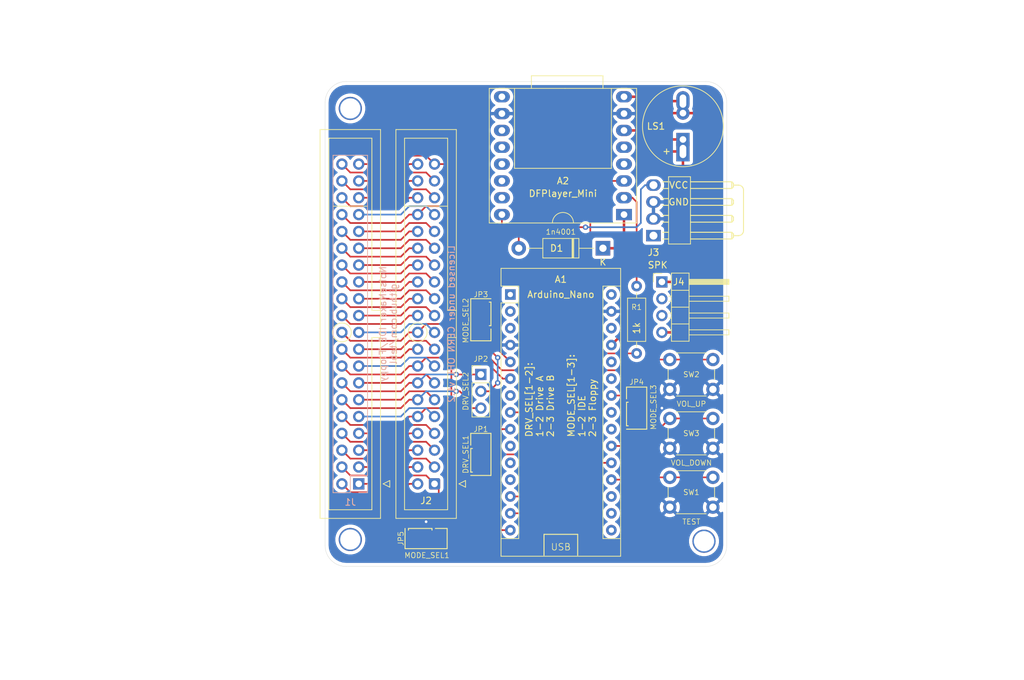
<source format=kicad_pcb>
(kicad_pcb (version 20171130) (host pcbnew "(5.1.8)-1")

  (general
    (thickness 1.6)
    (drawings 14)
    (tracks 312)
    (zones 0)
    (modules 20)
    (nets 57)
  )

  (page A4)
  (layers
    (0 F.Cu signal)
    (31 B.Cu signal)
    (32 B.Adhes user)
    (33 F.Adhes user)
    (34 B.Paste user)
    (35 F.Paste user)
    (36 B.SilkS user)
    (37 F.SilkS user)
    (38 B.Mask user)
    (39 F.Mask user)
    (40 Dwgs.User user)
    (41 Cmts.User user)
    (42 Eco1.User user)
    (43 Eco2.User user)
    (44 Edge.Cuts user)
    (45 Margin user)
    (46 B.CrtYd user)
    (47 F.CrtYd user)
    (48 B.Fab user)
    (49 F.Fab user)
  )

  (setup
    (last_trace_width 0.25)
    (trace_clearance 0.2)
    (zone_clearance 0.508)
    (zone_45_only no)
    (trace_min 0.2)
    (via_size 0.8)
    (via_drill 0.4)
    (via_min_size 0.4)
    (via_min_drill 0.3)
    (uvia_size 0.3)
    (uvia_drill 0.1)
    (uvias_allowed no)
    (uvia_min_size 0.2)
    (uvia_min_drill 0.1)
    (edge_width 0.05)
    (segment_width 0.2)
    (pcb_text_width 0.3)
    (pcb_text_size 1.5 1.5)
    (mod_edge_width 0.12)
    (mod_text_size 1 1)
    (mod_text_width 0.15)
    (pad_size 1.524 1.524)
    (pad_drill 0.762)
    (pad_to_mask_clearance 0)
    (aux_axis_origin 0 0)
    (grid_origin 161.983 0)
    (visible_elements 7FFFFFFF)
    (pcbplotparams
      (layerselection 0x011fc_ffffffff)
      (usegerberextensions true)
      (usegerberattributes false)
      (usegerberadvancedattributes false)
      (creategerberjobfile false)
      (excludeedgelayer true)
      (linewidth 0.100000)
      (plotframeref false)
      (viasonmask false)
      (mode 1)
      (useauxorigin false)
      (hpglpennumber 1)
      (hpglpenspeed 20)
      (hpglpendiameter 15.000000)
      (psnegative false)
      (psa4output false)
      (plotreference true)
      (plotvalue true)
      (plotinvisibletext false)
      (padsonsilk false)
      (subtractmaskfromsilk false)
      (outputformat 1)
      (mirror false)
      (drillshape 0)
      (scaleselection 1)
      (outputdirectory "export/"))
  )

  (net 0 "")
  (net 1 GND)
  (net 2 VCC)
  (net 3 "Net-(A2-Pad2)")
  (net 4 SS_RX)
  (net 5 "Net-(A2-Pad6)")
  (net 6 "Net-(A2-Pad8)")
  (net 7 BUSY)
  (net 8 "Net-(D1-Pad2)")
  (net 9 /P1)
  (net 10 /P2)
  (net 11 /P3)
  (net 12 /P4)
  (net 13 /P5)
  (net 14 /P6)
  (net 15 /P7)
  (net 16 /P8)
  (net 17 /P9)
  (net 18 /P10)
  (net 19 /P11)
  (net 20 /P12)
  (net 21 /P13)
  (net 22 /P14)
  (net 23 /P15)
  (net 24 /P16)
  (net 25 /P17)
  (net 26 /P18)
  (net 27 /P19)
  (net 28 /P21)
  (net 29 /P22)
  (net 30 /P23)
  (net 31 /P24)
  (net 32 /P25)
  (net 33 /P26)
  (net 34 /P27)
  (net 35 /P28)
  (net 36 /P29)
  (net 37 /P30)
  (net 38 /P31)
  (net 39 /P32)
  (net 40 /P33)
  (net 41 /P35)
  (net 42 /P36)
  (net 43 /P37)
  (net 44 /P38)
  (net 45 /P40)
  (net 46 SS_TX)
  (net 47 FLP_MOTOR)
  (net 48 FLP_DSKCHG)
  (net 49 ARD_P3)
  (net 50 ARD_P2)
  (net 51 /P39)
  (net 52 /FLP_DRIVE_SEL)
  (net 53 "Net-(A1-Pad19)")
  (net 54 "Net-(A1-Pad24)")
  (net 55 "Net-(A1-Pad20)")
  (net 56 "Net-(A1-Pad21)")

  (net_class Default "This is the default net class."
    (clearance 0.2)
    (trace_width 0.25)
    (via_dia 0.8)
    (via_drill 0.4)
    (uvia_dia 0.3)
    (uvia_drill 0.1)
    (add_net /FLP_DRIVE_SEL)
    (add_net /P1)
    (add_net /P10)
    (add_net /P11)
    (add_net /P12)
    (add_net /P13)
    (add_net /P14)
    (add_net /P15)
    (add_net /P16)
    (add_net /P17)
    (add_net /P18)
    (add_net /P19)
    (add_net /P2)
    (add_net /P21)
    (add_net /P22)
    (add_net /P23)
    (add_net /P24)
    (add_net /P25)
    (add_net /P26)
    (add_net /P27)
    (add_net /P28)
    (add_net /P29)
    (add_net /P3)
    (add_net /P30)
    (add_net /P31)
    (add_net /P32)
    (add_net /P33)
    (add_net /P35)
    (add_net /P36)
    (add_net /P37)
    (add_net /P38)
    (add_net /P39)
    (add_net /P4)
    (add_net /P40)
    (add_net /P5)
    (add_net /P6)
    (add_net /P7)
    (add_net /P8)
    (add_net /P9)
    (add_net ARD_P2)
    (add_net ARD_P3)
    (add_net BUSY)
    (add_net FLP_DSKCHG)
    (add_net FLP_MOTOR)
    (add_net "Net-(A1-Pad19)")
    (add_net "Net-(A1-Pad20)")
    (add_net "Net-(A1-Pad21)")
    (add_net "Net-(A1-Pad24)")
    (add_net "Net-(A2-Pad2)")
    (add_net "Net-(D1-Pad2)")
    (add_net SS_RX)
    (add_net SS_TX)
  )

  (net_class Audio ""
    (clearance 0.2)
    (trace_width 0.381)
    (via_dia 0.8)
    (via_drill 0.4)
    (uvia_dia 0.3)
    (uvia_drill 0.1)
    (add_net "Net-(A2-Pad6)")
    (add_net "Net-(A2-Pad8)")
  )

  (net_class PWR ""
    (clearance 0.2)
    (trace_width 0.381)
    (via_dia 0.8)
    (via_drill 0.4)
    (uvia_dia 0.3)
    (uvia_drill 0.1)
    (add_net GND)
    (add_net VCC)
  )

  (module Buzzer:Buzzer_12x9.5RM7.6 (layer F.Cu) (tedit 6387DD8F) (tstamp 63883922)
    (at 179.128 78.74 90)
    (descr "Generic Buzzer, D12mm height 9.5mm with RM7.6mm")
    (tags buzzer)
    (path /634E7B91)
    (fp_text reference LS1 (at 3.81 -4.064 180) (layer F.SilkS)
      (effects (font (size 1 1) (thickness 0.15)))
    )
    (fp_text value Speaker (at 3.8 7.4 90) (layer F.Fab)
      (effects (font (size 1 1) (thickness 0.15)))
    )
    (fp_text user %R (at 3.8 -4 180) (layer F.Fab)
      (effects (font (size 1 1) (thickness 0.15)))
    )
    (fp_text user + (at -0.01 -2.54 90) (layer F.SilkS)
      (effects (font (size 1 1) (thickness 0.15)))
    )
    (fp_text user + (at -0.01 -2.54 90) (layer F.Fab)
      (effects (font (size 1 1) (thickness 0.15)))
    )
    (fp_circle (center 3.8 0) (end 9.9 0) (layer F.SilkS) (width 0.12))
    (fp_circle (center 3.8 0) (end 4.8 0) (layer F.Fab) (width 0.1))
    (fp_circle (center 3.8 0) (end 9.8 0) (layer F.Fab) (width 0.1))
    (fp_circle (center 3.8 0) (end 10.05 0) (layer F.CrtYd) (width 0.05))
    (pad 2 thru_hole circle (at 5.79 0 90) (size 2 2) (drill 1) (layers *.Cu *.Mask)
      (net 6 "Net-(A2-Pad8)"))
    (pad 1 thru_hole rect (at 1.81 0 90) (size 2 2) (drill 1) (layers *.Cu *.Mask)
      (net 5 "Net-(A2-Pad6)"))
    (pad 2 thru_hole oval (at 7.6 0 90) (size 3 2) (drill oval 2 1) (layers *.Cu *.Mask)
      (net 6 "Net-(A2-Pad8)"))
    (pad 1 thru_hole rect (at 0 0 90) (size 3 2) (drill oval 2 1) (layers *.Cu *.Mask)
      (net 5 "Net-(A2-Pad6)"))
    (model ${KISYS3DMOD}/Buzzer_Beeper.3dshapes/Buzzer_12x9.5RM7.6.wrl
      (at (xyz 0 0 0))
      (scale (xyz 1 1 1))
      (rotate (xyz 0 0 0))
    )
  )

  (module noisemaker:IDC-Header_2x20_P2.54mm_Vertical (layer F.Cu) (tedit 6361A799) (tstamp 634E33C5)
    (at 141.663 128.905 180)
    (descr "Through hole IDC box header, 2x20, 2.54mm pitch, DIN 41651 / IEC 60603-13, double rows, https://docs.google.com/spreadsheets/d/16SsEcesNF15N3Lb4niX7dcUr-NY5_MFPQhobNuNppn4/edit#gid=0")
    (tags "Through hole vertical IDC box header THT 2x20 2.54mm double row")
    (path /636523B7)
    (fp_text reference J2 (at 1.27 -2.54) (layer F.SilkS)
      (effects (font (size 1 1) (thickness 0.15)))
    )
    (fp_text value IDE_IN (at 1.27 54.36) (layer F.Fab)
      (effects (font (size 1 1) (thickness 0.15)))
    )
    (fp_circle (center 2.54 22.86) (end 3.81 22.225) (layer F.SilkS) (width 0.12))
    (fp_line (start 6.22 -5.6) (end -3.68 -5.6) (layer F.CrtYd) (width 0.05))
    (fp_line (start 6.22 53.86) (end 6.22 -5.6) (layer F.CrtYd) (width 0.05))
    (fp_line (start -3.68 53.86) (end 6.22 53.86) (layer F.CrtYd) (width 0.05))
    (fp_line (start -3.68 -5.6) (end -3.68 53.86) (layer F.CrtYd) (width 0.05))
    (fp_line (start -4.68 0.5) (end -3.68 0) (layer F.SilkS) (width 0.12))
    (fp_line (start -4.68 -0.5) (end -4.68 0.5) (layer F.SilkS) (width 0.12))
    (fp_line (start -3.68 0) (end -4.68 -0.5) (layer F.SilkS) (width 0.12))
    (fp_line (start -1.98 26.18) (end -3.29 26.18) (layer F.SilkS) (width 0.12))
    (fp_line (start -1.98 26.18) (end -1.98 26.18) (layer F.SilkS) (width 0.12))
    (fp_line (start -1.98 52.17) (end -1.98 26.18) (layer F.SilkS) (width 0.12))
    (fp_line (start 4.52 52.17) (end -1.98 52.17) (layer F.SilkS) (width 0.12))
    (fp_line (start 4.52 -3.91) (end 4.52 52.17) (layer F.SilkS) (width 0.12))
    (fp_line (start -1.98 -3.91) (end 4.52 -3.91) (layer F.SilkS) (width 0.12))
    (fp_line (start -1.98 22.08) (end -1.98 -3.91) (layer F.SilkS) (width 0.12))
    (fp_line (start -3.29 22.08) (end -1.98 22.08) (layer F.SilkS) (width 0.12))
    (fp_line (start -3.29 53.47) (end -3.29 -5.21) (layer F.SilkS) (width 0.12))
    (fp_line (start 5.83 53.47) (end -3.29 53.47) (layer F.SilkS) (width 0.12))
    (fp_line (start 5.83 -5.21) (end 5.83 53.47) (layer F.SilkS) (width 0.12))
    (fp_line (start -3.29 -5.21) (end 5.83 -5.21) (layer F.SilkS) (width 0.12))
    (fp_line (start -1.98 26.18) (end -3.18 26.18) (layer F.Fab) (width 0.1))
    (fp_line (start -1.98 26.18) (end -1.98 26.18) (layer F.Fab) (width 0.1))
    (fp_line (start -1.98 52.17) (end -1.98 26.18) (layer F.Fab) (width 0.1))
    (fp_line (start 4.52 52.17) (end -1.98 52.17) (layer F.Fab) (width 0.1))
    (fp_line (start 4.52 -3.91) (end 4.52 52.17) (layer F.Fab) (width 0.1))
    (fp_line (start -1.98 -3.91) (end 4.52 -3.91) (layer F.Fab) (width 0.1))
    (fp_line (start -1.98 22.08) (end -1.98 -3.91) (layer F.Fab) (width 0.1))
    (fp_line (start -3.18 22.08) (end -1.98 22.08) (layer F.Fab) (width 0.1))
    (fp_line (start -3.18 53.36) (end -3.18 -4.1) (layer F.Fab) (width 0.1))
    (fp_line (start 5.72 53.36) (end -3.18 53.36) (layer F.Fab) (width 0.1))
    (fp_line (start 5.72 -5.1) (end 5.72 53.36) (layer F.Fab) (width 0.1))
    (fp_line (start -2.18 -5.1) (end 5.72 -5.1) (layer F.Fab) (width 0.1))
    (fp_line (start -3.18 -4.1) (end -2.18 -5.1) (layer F.Fab) (width 0.1))
    (fp_line (start -1.98 41.91) (end 4.52 41.91) (layer F.SilkS) (width 0.12))
    (fp_text user %R (at 1.27 24.13 90) (layer F.Fab)
      (effects (font (size 1 1) (thickness 0.15)))
    )
    (pad 40 thru_hole circle (at 2.54 48.26 180) (size 1.7 1.7) (drill 1) (layers *.Cu *.Mask)
      (net 45 /P40))
    (pad 38 thru_hole circle (at 2.54 45.72 180) (size 1.7 1.7) (drill 1) (layers *.Cu *.Mask)
      (net 44 /P38))
    (pad 36 thru_hole circle (at 2.54 43.18 180) (size 1.7 1.7) (drill 1) (layers *.Cu *.Mask)
      (net 42 /P36))
    (pad 34 thru_hole circle (at 2.54 40.64 180) (size 1.7 1.7) (drill 1) (layers *.Cu *.Mask)
      (net 48 FLP_DSKCHG))
    (pad 32 thru_hole circle (at 2.54 38.1 180) (size 1.7 1.7) (drill 1) (layers *.Cu *.Mask)
      (net 39 /P32))
    (pad 30 thru_hole circle (at 2.54 35.56 180) (size 1.7 1.7) (drill 1) (layers *.Cu *.Mask)
      (net 37 /P30))
    (pad 28 thru_hole circle (at 2.54 33.02 180) (size 1.7 1.7) (drill 1) (layers *.Cu *.Mask)
      (net 35 /P28))
    (pad 26 thru_hole circle (at 2.54 30.48 180) (size 1.7 1.7) (drill 1) (layers *.Cu *.Mask)
      (net 33 /P26))
    (pad 24 thru_hole circle (at 2.54 27.94 180) (size 1.7 1.7) (drill 1) (layers *.Cu *.Mask)
      (net 31 /P24))
    (pad 22 thru_hole circle (at 2.54 25.4 180) (size 1.7 1.7) (drill 1) (layers *.Cu *.Mask)
      (net 29 /P22))
    (pad 20 thru_hole circle (at 2.54 22.86 180) (size 1.7 1.7) (drill 1) (layers *.Cu *.Mask)
      (net 49 ARD_P3))
    (pad 18 thru_hole circle (at 2.54 20.32 180) (size 1.7 1.7) (drill 1) (layers *.Cu *.Mask)
      (net 26 /P18))
    (pad 16 thru_hole circle (at 2.54 17.78 180) (size 1.7 1.7) (drill 1) (layers *.Cu *.Mask)
      (net 24 /P16))
    (pad 14 thru_hole circle (at 2.54 15.24 180) (size 1.7 1.7) (drill 1) (layers *.Cu *.Mask)
      (net 22 /P14))
    (pad 12 thru_hole circle (at 2.54 12.7 180) (size 1.7 1.7) (drill 1) (layers *.Cu *.Mask)
      (net 20 /P12))
    (pad 10 thru_hole circle (at 2.54 10.16 180) (size 1.7 1.7) (drill 1) (layers *.Cu *.Mask)
      (net 18 /P10))
    (pad 8 thru_hole circle (at 2.54 7.62 180) (size 1.7 1.7) (drill 1) (layers *.Cu *.Mask)
      (net 16 /P8))
    (pad 6 thru_hole circle (at 2.54 5.08 180) (size 1.7 1.7) (drill 1) (layers *.Cu *.Mask)
      (net 14 /P6))
    (pad 4 thru_hole circle (at 2.54 2.54 180) (size 1.7 1.7) (drill 1) (layers *.Cu *.Mask)
      (net 12 /P4))
    (pad 2 thru_hole circle (at 2.54 0 180) (size 1.7 1.7) (drill 1) (layers *.Cu *.Mask)
      (net 10 /P2))
    (pad 39 thru_hole circle (at 0 48.26 180) (size 1.7 1.7) (drill 1) (layers *.Cu *.Mask)
      (net 51 /P39))
    (pad 37 thru_hole circle (at 0 45.72 180) (size 1.7 1.7) (drill 1) (layers *.Cu *.Mask)
      (net 43 /P37))
    (pad 35 thru_hole circle (at 0 43.18 180) (size 1.7 1.7) (drill 1) (layers *.Cu *.Mask)
      (net 41 /P35))
    (pad 33 thru_hole circle (at 0 40.64 180) (size 1.7 1.7) (drill 1) (layers *.Cu *.Mask)
      (net 40 /P33))
    (pad 31 thru_hole circle (at 0 38.1 180) (size 1.7 1.7) (drill 1) (layers *.Cu *.Mask)
      (net 38 /P31))
    (pad 29 thru_hole circle (at 0 35.56 180) (size 1.7 1.7) (drill 1) (layers *.Cu *.Mask)
      (net 36 /P29))
    (pad 27 thru_hole circle (at 0 33.02 180) (size 1.7 1.7) (drill 1) (layers *.Cu *.Mask)
      (net 34 /P27))
    (pad 25 thru_hole circle (at 0 30.48 180) (size 1.7 1.7) (drill 1) (layers *.Cu *.Mask)
      (net 32 /P25))
    (pad 23 thru_hole circle (at 0 27.94 180) (size 1.7 1.7) (drill 1) (layers *.Cu *.Mask)
      (net 30 /P23))
    (pad 21 thru_hole circle (at 0 25.4 180) (size 1.7 1.7) (drill 1) (layers *.Cu *.Mask)
      (net 28 /P21))
    (pad 19 thru_hole circle (at 0 22.86 180) (size 1.7 1.7) (drill 1) (layers *.Cu *.Mask)
      (net 27 /P19))
    (pad 17 thru_hole circle (at 0 20.32 180) (size 1.7 1.7) (drill 1) (layers *.Cu *.Mask)
      (net 25 /P17))
    (pad 15 thru_hole circle (at 0 17.78 180) (size 1.7 1.7) (drill 1) (layers *.Cu *.Mask)
      (net 23 /P15))
    (pad 13 thru_hole circle (at 0 15.24 180) (size 1.7 1.7) (drill 1) (layers *.Cu *.Mask)
      (net 21 /P13))
    (pad 11 thru_hole circle (at 0 12.7 180) (size 1.7 1.7) (drill 1) (layers *.Cu *.Mask)
      (net 19 /P11))
    (pad 9 thru_hole circle (at 0 10.16 180) (size 1.7 1.7) (drill 1) (layers *.Cu *.Mask)
      (net 17 /P9))
    (pad 7 thru_hole circle (at 0 7.62 180) (size 1.7 1.7) (drill 1) (layers *.Cu *.Mask)
      (net 15 /P7))
    (pad 5 thru_hole circle (at 0 5.08 180) (size 1.7 1.7) (drill 1) (layers *.Cu *.Mask)
      (net 13 /P5))
    (pad 3 thru_hole circle (at 0 2.54 180) (size 1.7 1.7) (drill 1) (layers *.Cu *.Mask)
      (net 11 /P3))
    (pad 1 thru_hole roundrect (at 0 0 180) (size 1.7 1.7) (drill 1) (layers *.Cu *.Mask) (roundrect_rratio 0.1470588235294118)
      (net 9 /P1))
    (model ${KISYS3DMOD}/Connector_IDC.3dshapes/IDC-Header_2x20_P2.54mm_Vertical.wrl
      (at (xyz 0 0 0))
      (scale (xyz 1 1 1))
      (rotate (xyz 0 0 0))
    )
  )

  (module noisemaker:PinSocket_2x20_P2.54mm_Vertical (layer B.Cu) (tedit 637A9303) (tstamp 63620D80)
    (at 130.233 128.905)
    (descr "Through hole straight socket strip, 2x20, 2.54mm pitch, double cols (from Kicad 4.0.7), script generated")
    (tags "Through hole socket strip THT 2x20 2.54mm double row")
    (path /6351B81B)
    (fp_text reference J1 (at -1.27 2.77) (layer B.SilkS)
      (effects (font (size 1 1) (thickness 0.15)) (justify mirror))
    )
    (fp_text value IDE_OUT (at -1.27 -51.03) (layer B.Fab)
      (effects (font (size 1 1) (thickness 0.15)) (justify mirror))
    )
    (fp_line (start 4.68 0.5) (end 3.68 0) (layer F.SilkS) (width 0.12))
    (fp_line (start 3.68 0) (end 4.68 -0.5) (layer F.SilkS) (width 0.12))
    (fp_line (start 4.68 -0.5) (end 4.68 0.5) (layer F.SilkS) (width 0.12))
    (fp_circle (center -2.54 -22.86) (end -1.120097 -22.86) (layer F.SilkS) (width 0.12))
    (fp_line (start -3.81 1.27) (end 0.27 1.27) (layer B.Fab) (width 0.1))
    (fp_line (start 0.27 1.27) (end 1.27 0.27) (layer B.Fab) (width 0.1))
    (fp_line (start 1.27 0.27) (end 1.27 -49.53) (layer B.Fab) (width 0.1))
    (fp_line (start 1.27 -49.53) (end -3.81 -49.53) (layer B.Fab) (width 0.1))
    (fp_line (start -3.81 -49.53) (end -3.81 1.27) (layer B.Fab) (width 0.1))
    (fp_line (start -3.87 1.33) (end -1.27 1.33) (layer B.SilkS) (width 0.12))
    (fp_line (start -3.87 1.33) (end -3.87 -49.59) (layer B.SilkS) (width 0.12))
    (fp_line (start -3.87 -49.59) (end 1.33 -49.59) (layer B.SilkS) (width 0.12))
    (fp_line (start 1.33 -1.27) (end 1.33 -49.59) (layer B.SilkS) (width 0.12))
    (fp_line (start -1.27 -1.27) (end 1.33 -1.27) (layer B.SilkS) (width 0.12))
    (fp_line (start -1.27 1.33) (end -1.27 -1.27) (layer B.SilkS) (width 0.12))
    (fp_line (start 1.33 1.33) (end 1.33 0) (layer B.SilkS) (width 0.12))
    (fp_line (start 0 1.33) (end 1.33 1.33) (layer B.SilkS) (width 0.12))
    (fp_line (start -4.34 1.8) (end 1.76 1.8) (layer B.CrtYd) (width 0.05))
    (fp_line (start 1.76 1.8) (end 1.76 -50) (layer B.CrtYd) (width 0.05))
    (fp_line (start 1.76 -50) (end -4.34 -50) (layer B.CrtYd) (width 0.05))
    (fp_line (start -4.34 -50) (end -4.34 1.8) (layer B.CrtYd) (width 0.05))
    (fp_line (start 1.33 -41.91) (end -3.87 -41.91) (layer F.SilkS) (width 0.12))
    (fp_line (start 3.29 -53.47) (end -5.83 -53.47) (layer F.SilkS) (width 0.12))
    (fp_line (start -5.83 -53.47) (end -5.83 5.21) (layer F.SilkS) (width 0.12))
    (fp_line (start 1.98 3.91) (end 1.98 -22.08) (layer F.SilkS) (width 0.12))
    (fp_line (start 3.29 -26.18) (end 1.98 -26.18) (layer F.SilkS) (width 0.12))
    (fp_line (start 1.98 -22.08) (end 3.29 -22.08) (layer F.SilkS) (width 0.12))
    (fp_line (start -5.83 5.21) (end 3.29 5.21) (layer F.SilkS) (width 0.12))
    (fp_line (start 3.29 5.21) (end 3.29 -53.47) (layer F.SilkS) (width 0.12))
    (fp_line (start 1.98 -52.17) (end -4.52 -52.17) (layer F.SilkS) (width 0.12))
    (fp_line (start 1.98 -26.18) (end 1.98 -52.17) (layer F.SilkS) (width 0.12))
    (fp_line (start -4.52 3.91) (end 1.98 3.91) (layer F.SilkS) (width 0.12))
    (fp_line (start -4.52 -52.17) (end -4.52 3.91) (layer F.SilkS) (width 0.12))
    (fp_text user %R (at -1.27 -24.13 -90) (layer B.Fab)
      (effects (font (size 1 1) (thickness 0.15)) (justify mirror))
    )
    (pad 1 thru_hole rect (at 0 0) (size 1.7 1.7) (drill 1) (layers *.Cu *.Mask)
      (net 9 /P1))
    (pad 2 thru_hole oval (at -2.54 0) (size 1.7 1.7) (drill 1) (layers *.Cu *.Mask)
      (net 10 /P2))
    (pad 3 thru_hole oval (at 0 -2.54) (size 1.7 1.7) (drill 1) (layers *.Cu *.Mask)
      (net 11 /P3))
    (pad 4 thru_hole oval (at -2.54 -2.54) (size 1.7 1.7) (drill 1) (layers *.Cu *.Mask)
      (net 12 /P4))
    (pad 5 thru_hole oval (at 0 -5.08) (size 1.7 1.7) (drill 1) (layers *.Cu *.Mask)
      (net 13 /P5))
    (pad 6 thru_hole oval (at -2.54 -5.08) (size 1.7 1.7) (drill 1) (layers *.Cu *.Mask)
      (net 14 /P6))
    (pad 7 thru_hole oval (at 0 -7.62) (size 1.7 1.7) (drill 1) (layers *.Cu *.Mask)
      (net 15 /P7))
    (pad 8 thru_hole oval (at -2.54 -7.62) (size 1.7 1.7) (drill 1) (layers *.Cu *.Mask)
      (net 16 /P8))
    (pad 9 thru_hole oval (at 0 -10.16) (size 1.7 1.7) (drill 1) (layers *.Cu *.Mask)
      (net 17 /P9))
    (pad 10 thru_hole oval (at -2.54 -10.16) (size 1.7 1.7) (drill 1) (layers *.Cu *.Mask)
      (net 18 /P10))
    (pad 11 thru_hole oval (at 0 -12.7) (size 1.7 1.7) (drill 1) (layers *.Cu *.Mask)
      (net 19 /P11))
    (pad 12 thru_hole oval (at -2.54 -12.7) (size 1.7 1.7) (drill 1) (layers *.Cu *.Mask)
      (net 20 /P12))
    (pad 13 thru_hole oval (at 0 -15.24) (size 1.7 1.7) (drill 1) (layers *.Cu *.Mask)
      (net 21 /P13))
    (pad 14 thru_hole oval (at -2.54 -15.24) (size 1.7 1.7) (drill 1) (layers *.Cu *.Mask)
      (net 22 /P14))
    (pad 15 thru_hole oval (at 0 -17.78) (size 1.7 1.7) (drill 1) (layers *.Cu *.Mask)
      (net 23 /P15))
    (pad 16 thru_hole oval (at -2.54 -17.78) (size 1.7 1.7) (drill 1) (layers *.Cu *.Mask)
      (net 24 /P16))
    (pad 17 thru_hole oval (at 0 -20.32) (size 1.7 1.7) (drill 1) (layers *.Cu *.Mask)
      (net 25 /P17))
    (pad 18 thru_hole oval (at -2.54 -20.32) (size 1.7 1.7) (drill 1) (layers *.Cu *.Mask)
      (net 26 /P18))
    (pad 19 thru_hole oval (at 0 -22.86) (size 1.7 1.7) (drill 1) (layers *.Cu *.Mask)
      (net 27 /P19))
    (pad 20 thru_hole oval (at -2.54 -22.86) (size 1.7 1.7) (drill 1) (layers *.Cu *.Mask)
      (net 49 ARD_P3))
    (pad 21 thru_hole oval (at 0 -25.4) (size 1.7 1.7) (drill 1) (layers *.Cu *.Mask)
      (net 28 /P21))
    (pad 22 thru_hole oval (at -2.54 -25.4) (size 1.7 1.7) (drill 1) (layers *.Cu *.Mask)
      (net 29 /P22))
    (pad 23 thru_hole oval (at 0 -27.94) (size 1.7 1.7) (drill 1) (layers *.Cu *.Mask)
      (net 30 /P23))
    (pad 24 thru_hole oval (at -2.54 -27.94) (size 1.7 1.7) (drill 1) (layers *.Cu *.Mask)
      (net 31 /P24))
    (pad 25 thru_hole oval (at 0 -30.48) (size 1.7 1.7) (drill 1) (layers *.Cu *.Mask)
      (net 32 /P25))
    (pad 26 thru_hole oval (at -2.54 -30.48) (size 1.7 1.7) (drill 1) (layers *.Cu *.Mask)
      (net 33 /P26))
    (pad 27 thru_hole oval (at 0 -33.02) (size 1.7 1.7) (drill 1) (layers *.Cu *.Mask)
      (net 34 /P27))
    (pad 28 thru_hole oval (at -2.54 -33.02) (size 1.7 1.7) (drill 1) (layers *.Cu *.Mask)
      (net 35 /P28))
    (pad 29 thru_hole oval (at 0 -35.56) (size 1.7 1.7) (drill 1) (layers *.Cu *.Mask)
      (net 36 /P29))
    (pad 30 thru_hole oval (at -2.54 -35.56) (size 1.7 1.7) (drill 1) (layers *.Cu *.Mask)
      (net 37 /P30))
    (pad 31 thru_hole oval (at 0 -38.1) (size 1.7 1.7) (drill 1) (layers *.Cu *.Mask)
      (net 38 /P31))
    (pad 32 thru_hole oval (at -2.54 -38.1) (size 1.7 1.7) (drill 1) (layers *.Cu *.Mask)
      (net 39 /P32))
    (pad 33 thru_hole oval (at 0 -40.64) (size 1.7 1.7) (drill 1) (layers *.Cu *.Mask)
      (net 40 /P33))
    (pad 34 thru_hole oval (at -2.54 -40.64) (size 1.7 1.7) (drill 1) (layers *.Cu *.Mask)
      (net 48 FLP_DSKCHG))
    (pad 35 thru_hole oval (at 0 -43.18) (size 1.7 1.7) (drill 1) (layers *.Cu *.Mask)
      (net 41 /P35))
    (pad 36 thru_hole oval (at -2.54 -43.18) (size 1.7 1.7) (drill 1) (layers *.Cu *.Mask)
      (net 42 /P36))
    (pad 37 thru_hole oval (at 0 -45.72) (size 1.7 1.7) (drill 1) (layers *.Cu *.Mask)
      (net 43 /P37))
    (pad 38 thru_hole oval (at -2.54 -45.72) (size 1.7 1.7) (drill 1) (layers *.Cu *.Mask)
      (net 44 /P38))
    (pad 39 thru_hole oval (at 0 -48.26) (size 1.7 1.7) (drill 1) (layers *.Cu *.Mask)
      (net 51 /P39))
    (pad 40 thru_hole oval (at -2.54 -48.26) (size 1.7 1.7) (drill 1) (layers *.Cu *.Mask)
      (net 45 /P40))
    (model ${KISYS3DMOD}/Connector_PinSocket_2.54mm.3dshapes/PinSocket_2x20_P2.54mm_Vertical.wrl
      (at (xyz 0 0 0))
      (scale (xyz 1 1 1))
      (rotate (xyz 0 0 0))
    )
  )

  (module Arduino_Nano:Arduino_Nano (layer F.Cu) (tedit 634DEAC1) (tstamp 634D3CAC)
    (at 153.093 100.33)
    (descr "Arduino Nano, http://www.mouser.com/pdfdocs/Gravitech_Arduino_Nano3_0.pdf")
    (tags "Arduino Nano")
    (path /634CBE7C)
    (fp_text reference A1 (at 7.62 -2.286 -180) (layer F.SilkS)
      (effects (font (size 1 1) (thickness 0.15)))
    )
    (fp_text value Arduino_Nano (at 7.62 0) (layer F.SilkS)
      (effects (font (size 1 1) (thickness 0.15)))
    )
    (fp_line (start 10.16 36.195) (end 10.16 39.37) (layer F.SilkS) (width 0.15))
    (fp_line (start 5.08 36.195) (end 10.16 36.195) (layer F.SilkS) (width 0.15))
    (fp_line (start 5.08 36.195) (end 5.08 39.37) (layer F.SilkS) (width 0.15))
    (fp_line (start 1.27 1.27) (end 1.27 -1.27) (layer F.SilkS) (width 0.12))
    (fp_line (start 1.27 1.27) (end -1.4 1.27) (layer F.SilkS) (width 0.12))
    (fp_line (start -1.4 1.27) (end -1.4 39.5) (layer F.SilkS) (width 0.12))
    (fp_line (start -1.4 -3.94) (end -1.4 -1.27) (layer F.SilkS) (width 0.12))
    (fp_line (start 13.97 -1.27) (end 16.64 -1.27) (layer F.SilkS) (width 0.12))
    (fp_line (start 13.97 -1.27) (end 13.97 36.83) (layer F.SilkS) (width 0.12))
    (fp_line (start 13.97 36.83) (end 16.64 36.83) (layer F.SilkS) (width 0.12))
    (fp_line (start 1.27 -1.27) (end -1.4 -1.27) (layer F.SilkS) (width 0.12))
    (fp_line (start 1.27 1.27) (end 1.27 36.83) (layer F.SilkS) (width 0.12))
    (fp_line (start 1.27 36.83) (end -1.4 36.83) (layer F.SilkS) (width 0.12))
    (fp_line (start 3.81 31.75) (end 11.43 31.75) (layer F.Fab) (width 0.1))
    (fp_line (start 11.43 31.75) (end 11.43 41.91) (layer F.Fab) (width 0.1))
    (fp_line (start 11.43 41.91) (end 3.81 41.91) (layer F.Fab) (width 0.1))
    (fp_line (start 3.81 41.91) (end 3.81 31.75) (layer F.Fab) (width 0.1))
    (fp_line (start -1.4 39.5) (end 16.64 39.5) (layer F.SilkS) (width 0.12))
    (fp_line (start 16.64 39.5) (end 16.64 -3.94) (layer F.SilkS) (width 0.12))
    (fp_line (start 16.64 -3.94) (end -1.4 -3.94) (layer F.SilkS) (width 0.12))
    (fp_line (start 16.51 39.37) (end -1.27 39.37) (layer F.Fab) (width 0.1))
    (fp_line (start -1.27 39.37) (end -1.27 -2.54) (layer F.Fab) (width 0.1))
    (fp_line (start -1.27 -2.54) (end 0 -3.81) (layer F.Fab) (width 0.1))
    (fp_line (start 0 -3.81) (end 16.51 -3.81) (layer F.Fab) (width 0.1))
    (fp_line (start 16.51 -3.81) (end 16.51 39.37) (layer F.Fab) (width 0.1))
    (fp_line (start -1.53 -4.06) (end 16.75 -4.06) (layer F.CrtYd) (width 0.05))
    (fp_line (start -1.53 -4.06) (end -1.53 42.16) (layer F.CrtYd) (width 0.05))
    (fp_line (start 16.75 42.16) (end 16.75 -4.06) (layer F.CrtYd) (width 0.05))
    (fp_line (start 16.75 42.16) (end -1.53 42.16) (layer F.CrtYd) (width 0.05))
    (fp_text user USB (at 7.62 38.1) (layer F.SilkS)
      (effects (font (size 1 1) (thickness 0.1)))
    )
    (fp_text user %R (at 7.62 -2.286) (layer F.Fab)
      (effects (font (size 1 1) (thickness 0.15)))
    )
    (pad 1 thru_hole rect (at 0 0) (size 1.6 1.6) (drill 0.8) (layers *.Cu *.Mask))
    (pad 17 thru_hole oval (at 15.24 33.02) (size 1.6 1.6) (drill 0.8) (layers *.Cu *.Mask))
    (pad 2 thru_hole oval (at 0 2.54) (size 1.6 1.6) (drill 0.8) (layers *.Cu *.Mask))
    (pad 18 thru_hole oval (at 15.24 30.48) (size 1.6 1.6) (drill 0.8) (layers *.Cu *.Mask))
    (pad 3 thru_hole oval (at 0 5.08) (size 1.6 1.6) (drill 0.8) (layers *.Cu *.Mask))
    (pad 19 thru_hole oval (at 15.24 27.94) (size 1.6 1.6) (drill 0.8) (layers *.Cu *.Mask)
      (net 53 "Net-(A1-Pad19)"))
    (pad 4 thru_hole oval (at 0 7.62) (size 1.6 1.6) (drill 0.8) (layers *.Cu *.Mask)
      (net 1 GND))
    (pad 20 thru_hole oval (at 15.24 25.4) (size 1.6 1.6) (drill 0.8) (layers *.Cu *.Mask)
      (net 55 "Net-(A1-Pad20)"))
    (pad 5 thru_hole oval (at 0 10.16) (size 1.6 1.6) (drill 0.8) (layers *.Cu *.Mask)
      (net 50 ARD_P2))
    (pad 21 thru_hole oval (at 15.24 22.86) (size 1.6 1.6) (drill 0.8) (layers *.Cu *.Mask)
      (net 56 "Net-(A1-Pad21)"))
    (pad 6 thru_hole oval (at 0 12.7) (size 1.6 1.6) (drill 0.8) (layers *.Cu *.Mask)
      (net 49 ARD_P3))
    (pad 22 thru_hole oval (at 15.24 20.32) (size 1.6 1.6) (drill 0.8) (layers *.Cu *.Mask))
    (pad 7 thru_hole oval (at 0 15.24) (size 1.6 1.6) (drill 0.8) (layers *.Cu *.Mask))
    (pad 23 thru_hole oval (at 15.24 17.78) (size 1.6 1.6) (drill 0.8) (layers *.Cu *.Mask))
    (pad 8 thru_hole oval (at 0 17.78) (size 1.6 1.6) (drill 0.8) (layers *.Cu *.Mask)
      (net 48 FLP_DSKCHG))
    (pad 24 thru_hole oval (at 15.24 15.24) (size 1.6 1.6) (drill 0.8) (layers *.Cu *.Mask)
      (net 54 "Net-(A1-Pad24)"))
    (pad 9 thru_hole oval (at 0 20.32) (size 1.6 1.6) (drill 0.8) (layers *.Cu *.Mask)
      (net 47 FLP_MOTOR))
    (pad 25 thru_hole oval (at 15.24 12.7) (size 1.6 1.6) (drill 0.8) (layers *.Cu *.Mask))
    (pad 10 thru_hole oval (at 0 22.86) (size 1.6 1.6) (drill 0.8) (layers *.Cu *.Mask))
    (pad 26 thru_hole oval (at 15.24 10.16) (size 1.6 1.6) (drill 0.8) (layers *.Cu *.Mask))
    (pad 11 thru_hole oval (at 0 25.4) (size 1.6 1.6) (drill 0.8) (layers *.Cu *.Mask))
    (pad 27 thru_hole oval (at 15.24 7.62) (size 1.6 1.6) (drill 0.8) (layers *.Cu *.Mask)
      (net 2 VCC))
    (pad 12 thru_hole oval (at 0 27.94) (size 1.6 1.6) (drill 0.8) (layers *.Cu *.Mask))
    (pad 28 thru_hole oval (at 15.24 5.08) (size 1.6 1.6) (drill 0.8) (layers *.Cu *.Mask))
    (pad 13 thru_hole oval (at 0 30.48) (size 1.6 1.6) (drill 0.8) (layers *.Cu *.Mask)
      (net 4 SS_RX))
    (pad 29 thru_hole oval (at 15.24 2.54) (size 1.6 1.6) (drill 0.8) (layers *.Cu *.Mask)
      (net 1 GND))
    (pad 14 thru_hole oval (at 0 33.02) (size 1.6 1.6) (drill 0.8) (layers *.Cu *.Mask)
      (net 46 SS_TX))
    (pad 30 thru_hole oval (at 15.24 0) (size 1.6 1.6) (drill 0.8) (layers *.Cu *.Mask))
    (pad 15 thru_hole oval (at 0 35.56) (size 1.6 1.6) (drill 0.8) (layers *.Cu *.Mask)
      (net 7 BUSY))
    (pad 16 thru_hole oval (at 15.24 35.56) (size 1.6 1.6) (drill 0.8) (layers *.Cu *.Mask))
  )

  (module mounting:M3_pin (layer F.Cu) (tedit 5F76331A) (tstamp 604882C5)
    (at 128.963 72.245)
    (descr "module 1 pin (ou trou mecanique de percage)")
    (tags DEV)
    (path /604E62DD)
    (fp_text reference M1 (at 0 -3.048) (layer F.Fab) hide
      (effects (font (size 1 1) (thickness 0.15)))
    )
    (fp_text value Mounting (at 0 3) (layer F.Fab) hide
      (effects (font (size 1 1) (thickness 0.15)))
    )
    (fp_circle (center 0 0) (end 2.6 0) (layer F.CrtYd) (width 0.05))
    (fp_circle (center 0 0) (end 2 0.8) (layer F.Fab) (width 0.1))
    (pad 1 thru_hole circle (at 0 0) (size 3.5 3.5) (drill 3.048) (layers *.Cu *.Mask)
      (solder_mask_margin 0.8))
  )

  (module mounting:M3_pin (layer F.Cu) (tedit 5F76331A) (tstamp 60487DAB)
    (at 128.963 137.305)
    (descr "module 1 pin (ou trou mecanique de percage)")
    (tags DEV)
    (path /604E7421)
    (fp_text reference M2 (at 0 -3.048) (layer F.Fab) hide
      (effects (font (size 1 1) (thickness 0.15)))
    )
    (fp_text value Mounting (at 0 3) (layer F.Fab) hide
      (effects (font (size 1 1) (thickness 0.15)))
    )
    (fp_circle (center 0 0) (end 2 0.8) (layer F.Fab) (width 0.1))
    (fp_circle (center 0 0) (end 2.6 0) (layer F.CrtYd) (width 0.05))
    (pad 1 thru_hole circle (at 0 0) (size 3.5 3.5) (drill 3.048) (layers *.Cu *.Mask)
      (solder_mask_margin 0.8))
  )

  (module mounting:M3_pin (layer F.Cu) (tedit 5F76331A) (tstamp 60487CF8)
    (at 182.303 137.56)
    (descr "module 1 pin (ou trou mecanique de percage)")
    (tags DEV)
    (path /604E78AD)
    (fp_text reference M3 (at 0 -3.048) (layer F.Fab) hide
      (effects (font (size 1 1) (thickness 0.15)))
    )
    (fp_text value Mounting (at 0 3) (layer F.Fab) hide
      (effects (font (size 1 1) (thickness 0.15)))
    )
    (fp_circle (center 0 0) (end 2.6 0) (layer F.CrtYd) (width 0.05))
    (fp_circle (center 0 0) (end 2 0.8) (layer F.Fab) (width 0.1))
    (pad 1 thru_hole circle (at 0 0) (size 3.5 3.5) (drill 3.048) (layers *.Cu *.Mask)
      (solder_mask_margin 0.8))
  )

  (module DFPlayer_Mini:DFPlayer_Mini (layer F.Cu) (tedit 634CA63D) (tstamp 634D1649)
    (at 170.238 88.265 180)
    (path /634CC848)
    (fp_text reference A2 (at 9.2075 5.08) (layer F.SilkS)
      (effects (font (size 1 1) (thickness 0.15)))
    )
    (fp_text value DFPlayer_Mini (at 9.2075 3.175) (layer F.SilkS)
      (effects (font (size 1 1) (thickness 0.15)))
    )
    (fp_line (start 3.175 20.955) (end 3.175 19.05) (layer F.SilkS) (width 0.12))
    (fp_line (start 13.97 20.955) (end 3.175 20.955) (layer F.SilkS) (width 0.12))
    (fp_line (start 13.97 19.05) (end 13.97 20.955) (layer F.SilkS) (width 0.12))
    (fp_line (start 16.51 6.985) (end 16.51 19.05) (layer F.SilkS) (width 0.12))
    (fp_line (start 1.905 6.985) (end 16.51 6.985) (layer F.SilkS) (width 0.12))
    (fp_line (start 1.905 19.05) (end 1.905 6.985) (layer F.SilkS) (width 0.12))
    (fp_line (start -1.905 -1.27) (end -1.905 19.05) (layer F.SilkS) (width 0.12))
    (fp_line (start 20.32 -1.27) (end -1.905 -1.27) (layer F.SilkS) (width 0.12))
    (fp_line (start 20.32 19.05) (end 20.32 -1.27) (layer F.SilkS) (width 0.12))
    (fp_line (start 20.32 19.05) (end 8.89 19.05) (layer F.SilkS) (width 0.12))
    (fp_line (start -1.905 19.05) (end 8.89 19.05) (layer F.SilkS) (width 0.12))
    (fp_arc (start 9.2075 -1.27) (end 7.62 -1.27) (angle -180) (layer F.SilkS) (width 0.12))
    (pad 1 thru_hole rect (at 0 0 180) (size 2.4 1.7) (drill 1) (layers *.Cu *.Mask)
      (net 2 VCC))
    (pad 2 thru_hole oval (at 0 2.54 180) (size 2.4 1.7) (drill 1) (layers *.Cu *.Mask)
      (net 3 "Net-(A2-Pad2)"))
    (pad 3 thru_hole oval (at 0 5.08 180) (size 2.4 1.7) (drill 1) (layers *.Cu *.Mask)
      (net 4 SS_RX))
    (pad 4 thru_hole oval (at 0 7.62 180) (size 2.4 1.7) (drill 1) (layers *.Cu *.Mask))
    (pad 5 thru_hole oval (at 0 10.16 180) (size 2.4 1.7) (drill 1) (layers *.Cu *.Mask))
    (pad 6 thru_hole oval (at 0 12.7 180) (size 2.4 1.7) (drill 1) (layers *.Cu *.Mask)
      (net 5 "Net-(A2-Pad6)"))
    (pad 7 thru_hole oval (at 0 15.24 180) (size 2.4 1.7) (drill 1) (layers *.Cu *.Mask)
      (net 1 GND))
    (pad 8 thru_hole oval (at 0 17.78 180) (size 2.4 1.7) (drill 1) (layers *.Cu *.Mask)
      (net 6 "Net-(A2-Pad8)"))
    (pad 9 thru_hole oval (at 18.415 17.78 180) (size 2.4 1.7) (drill 1) (layers *.Cu *.Mask))
    (pad 10 thru_hole oval (at 18.415 15.24 180) (size 2.4 1.7) (drill 1) (layers *.Cu *.Mask)
      (net 1 GND))
    (pad 11 thru_hole oval (at 18.415 12.7 180) (size 2.4 1.7) (drill 1) (layers *.Cu *.Mask))
    (pad 12 thru_hole oval (at 18.415 10.16 180) (size 2.4 1.7) (drill 1) (layers *.Cu *.Mask))
    (pad 13 thru_hole oval (at 18.415 7.62 180) (size 2.4 1.7) (drill 1) (layers *.Cu *.Mask))
    (pad 14 thru_hole oval (at 18.415 5.08 180) (size 2.4 1.7) (drill 1) (layers *.Cu *.Mask))
    (pad 15 thru_hole oval (at 18.415 2.54 180) (size 2.4 1.7) (drill 1) (layers *.Cu *.Mask))
    (pad 16 thru_hole oval (at 18.415 0 180) (size 2.4 1.7) (drill 1) (layers *.Cu *.Mask)
      (net 7 BUSY))
  )

  (module Diode_THT:D_DO-41_SOD81_P12.70mm_Horizontal (layer F.Cu) (tedit 5AE50CD5) (tstamp 63702D63)
    (at 167.063 93.345 180)
    (descr "Diode, DO-41_SOD81 series, Axial, Horizontal, pin pitch=12.7mm, , length*diameter=5.2*2.7mm^2, , http://www.diodes.com/_files/packages/DO-41%20(Plastic).pdf")
    (tags "Diode DO-41_SOD81 series Axial Horizontal pin pitch 12.7mm  length 5.2mm diameter 2.7mm")
    (path /634D2772)
    (fp_text reference D1 (at 6.985 0) (layer F.SilkS)
      (effects (font (size 1 1) (thickness 0.15)))
    )
    (fp_text value 1n4001 (at 6.35 2.47) (layer F.SilkS)
      (effects (font (size 0.8 0.8) (thickness 0.1)))
    )
    (fp_line (start 14.05 -1.6) (end -1.35 -1.6) (layer F.CrtYd) (width 0.05))
    (fp_line (start 14.05 1.6) (end 14.05 -1.6) (layer F.CrtYd) (width 0.05))
    (fp_line (start -1.35 1.6) (end 14.05 1.6) (layer F.CrtYd) (width 0.05))
    (fp_line (start -1.35 -1.6) (end -1.35 1.6) (layer F.CrtYd) (width 0.05))
    (fp_line (start 4.41 -1.47) (end 4.41 1.47) (layer F.SilkS) (width 0.12))
    (fp_line (start 4.65 -1.47) (end 4.65 1.47) (layer F.SilkS) (width 0.12))
    (fp_line (start 4.53 -1.47) (end 4.53 1.47) (layer F.SilkS) (width 0.12))
    (fp_line (start 11.36 0) (end 9.07 0) (layer F.SilkS) (width 0.12))
    (fp_line (start 1.34 0) (end 3.63 0) (layer F.SilkS) (width 0.12))
    (fp_line (start 9.07 -1.47) (end 3.63 -1.47) (layer F.SilkS) (width 0.12))
    (fp_line (start 9.07 1.47) (end 9.07 -1.47) (layer F.SilkS) (width 0.12))
    (fp_line (start 3.63 1.47) (end 9.07 1.47) (layer F.SilkS) (width 0.12))
    (fp_line (start 3.63 -1.47) (end 3.63 1.47) (layer F.SilkS) (width 0.12))
    (fp_line (start 4.43 -1.35) (end 4.43 1.35) (layer F.Fab) (width 0.1))
    (fp_line (start 4.63 -1.35) (end 4.63 1.35) (layer F.Fab) (width 0.1))
    (fp_line (start 4.53 -1.35) (end 4.53 1.35) (layer F.Fab) (width 0.1))
    (fp_line (start 12.7 0) (end 8.95 0) (layer F.Fab) (width 0.1))
    (fp_line (start 0 0) (end 3.75 0) (layer F.Fab) (width 0.1))
    (fp_line (start 8.95 -1.35) (end 3.75 -1.35) (layer F.Fab) (width 0.1))
    (fp_line (start 8.95 1.35) (end 8.95 -1.35) (layer F.Fab) (width 0.1))
    (fp_line (start 3.75 1.35) (end 8.95 1.35) (layer F.Fab) (width 0.1))
    (fp_line (start 3.75 -1.35) (end 3.75 1.35) (layer F.Fab) (width 0.1))
    (fp_text user %R (at 6.74 0) (layer F.Fab)
      (effects (font (size 1 1) (thickness 0.15)))
    )
    (fp_text user K (at 0 -2.1) (layer F.Fab)
      (effects (font (size 1 1) (thickness 0.15)))
    )
    (fp_text user K (at 0 -2.1) (layer F.SilkS)
      (effects (font (size 1 1) (thickness 0.15)))
    )
    (pad 1 thru_hole rect (at 0 0 180) (size 2.2 2.2) (drill 1.1) (layers *.Cu *.Mask)
      (net 2 VCC))
    (pad 2 thru_hole oval (at 12.7 0 180) (size 2.2 2.2) (drill 1.1) (layers *.Cu *.Mask)
      (net 8 "Net-(D1-Pad2)"))
    (model ${KISYS3DMOD}/Diode_THT.3dshapes/D_DO-41_SOD81_P12.70mm_Horizontal.wrl
      (at (xyz 0 0 0))
      (scale (xyz 1 1 1))
      (rotate (xyz 0 0 0))
    )
  )

  (module Connector_PinHeader_2.54mm:PinHeader_1x04_P2.54mm_Horizontal (layer F.Cu) (tedit 59FED5CB) (tstamp 634D1773)
    (at 175.953 98.425)
    (descr "Through hole angled pin header, 1x04, 2.54mm pitch, 6mm pin length, single row")
    (tags "Through hole angled pin header THT 1x04 2.54mm single row")
    (path /634E99A6)
    (fp_text reference J4 (at 2.54 0) (layer F.SilkS)
      (effects (font (size 1 1) (thickness 0.15)))
    )
    (fp_text value SPK (at -0.635 -2.54 180) (layer F.SilkS)
      (effects (font (size 1 1) (thickness 0.15)))
    )
    (fp_line (start 10.55 -1.8) (end -1.8 -1.8) (layer F.CrtYd) (width 0.05))
    (fp_line (start 10.55 9.4) (end 10.55 -1.8) (layer F.CrtYd) (width 0.05))
    (fp_line (start -1.8 9.4) (end 10.55 9.4) (layer F.CrtYd) (width 0.05))
    (fp_line (start -1.8 -1.8) (end -1.8 9.4) (layer F.CrtYd) (width 0.05))
    (fp_line (start -1.27 -1.27) (end 0 -1.27) (layer F.SilkS) (width 0.12))
    (fp_line (start -1.27 0) (end -1.27 -1.27) (layer F.SilkS) (width 0.12))
    (fp_line (start 1.042929 8) (end 1.44 8) (layer F.SilkS) (width 0.12))
    (fp_line (start 1.042929 7.24) (end 1.44 7.24) (layer F.SilkS) (width 0.12))
    (fp_line (start 10.1 8) (end 4.1 8) (layer F.SilkS) (width 0.12))
    (fp_line (start 10.1 7.24) (end 10.1 8) (layer F.SilkS) (width 0.12))
    (fp_line (start 4.1 7.24) (end 10.1 7.24) (layer F.SilkS) (width 0.12))
    (fp_line (start 1.44 6.35) (end 4.1 6.35) (layer F.SilkS) (width 0.12))
    (fp_line (start 1.042929 5.46) (end 1.44 5.46) (layer F.SilkS) (width 0.12))
    (fp_line (start 1.042929 4.7) (end 1.44 4.7) (layer F.SilkS) (width 0.12))
    (fp_line (start 10.1 5.46) (end 4.1 5.46) (layer F.SilkS) (width 0.12))
    (fp_line (start 10.1 4.7) (end 10.1 5.46) (layer F.SilkS) (width 0.12))
    (fp_line (start 4.1 4.7) (end 10.1 4.7) (layer F.SilkS) (width 0.12))
    (fp_line (start 1.44 3.81) (end 4.1 3.81) (layer F.SilkS) (width 0.12))
    (fp_line (start 1.042929 2.92) (end 1.44 2.92) (layer F.SilkS) (width 0.12))
    (fp_line (start 1.042929 2.16) (end 1.44 2.16) (layer F.SilkS) (width 0.12))
    (fp_line (start 10.1 2.92) (end 4.1 2.92) (layer F.SilkS) (width 0.12))
    (fp_line (start 10.1 2.16) (end 10.1 2.92) (layer F.SilkS) (width 0.12))
    (fp_line (start 4.1 2.16) (end 10.1 2.16) (layer F.SilkS) (width 0.12))
    (fp_line (start 1.44 1.27) (end 4.1 1.27) (layer F.SilkS) (width 0.12))
    (fp_line (start 1.11 0.38) (end 1.44 0.38) (layer F.SilkS) (width 0.12))
    (fp_line (start 1.11 -0.38) (end 1.44 -0.38) (layer F.SilkS) (width 0.12))
    (fp_line (start 4.1 0.28) (end 10.1 0.28) (layer F.SilkS) (width 0.12))
    (fp_line (start 4.1 0.16) (end 10.1 0.16) (layer F.SilkS) (width 0.12))
    (fp_line (start 4.1 0.04) (end 10.1 0.04) (layer F.SilkS) (width 0.12))
    (fp_line (start 4.1 -0.08) (end 10.1 -0.08) (layer F.SilkS) (width 0.12))
    (fp_line (start 4.1 -0.2) (end 10.1 -0.2) (layer F.SilkS) (width 0.12))
    (fp_line (start 4.1 -0.32) (end 10.1 -0.32) (layer F.SilkS) (width 0.12))
    (fp_line (start 10.1 0.38) (end 4.1 0.38) (layer F.SilkS) (width 0.12))
    (fp_line (start 10.1 -0.38) (end 10.1 0.38) (layer F.SilkS) (width 0.12))
    (fp_line (start 4.1 -0.38) (end 10.1 -0.38) (layer F.SilkS) (width 0.12))
    (fp_line (start 4.1 -1.33) (end 1.44 -1.33) (layer F.SilkS) (width 0.12))
    (fp_line (start 4.1 8.95) (end 4.1 -1.33) (layer F.SilkS) (width 0.12))
    (fp_line (start 1.44 8.95) (end 4.1 8.95) (layer F.SilkS) (width 0.12))
    (fp_line (start 1.44 -1.33) (end 1.44 8.95) (layer F.SilkS) (width 0.12))
    (fp_line (start 4.04 7.94) (end 10.04 7.94) (layer F.Fab) (width 0.1))
    (fp_line (start 10.04 7.3) (end 10.04 7.94) (layer F.Fab) (width 0.1))
    (fp_line (start 4.04 7.3) (end 10.04 7.3) (layer F.Fab) (width 0.1))
    (fp_line (start -0.32 7.94) (end 1.5 7.94) (layer F.Fab) (width 0.1))
    (fp_line (start -0.32 7.3) (end -0.32 7.94) (layer F.Fab) (width 0.1))
    (fp_line (start -0.32 7.3) (end 1.5 7.3) (layer F.Fab) (width 0.1))
    (fp_line (start 4.04 5.4) (end 10.04 5.4) (layer F.Fab) (width 0.1))
    (fp_line (start 10.04 4.76) (end 10.04 5.4) (layer F.Fab) (width 0.1))
    (fp_line (start 4.04 4.76) (end 10.04 4.76) (layer F.Fab) (width 0.1))
    (fp_line (start -0.32 5.4) (end 1.5 5.4) (layer F.Fab) (width 0.1))
    (fp_line (start -0.32 4.76) (end -0.32 5.4) (layer F.Fab) (width 0.1))
    (fp_line (start -0.32 4.76) (end 1.5 4.76) (layer F.Fab) (width 0.1))
    (fp_line (start 4.04 2.86) (end 10.04 2.86) (layer F.Fab) (width 0.1))
    (fp_line (start 10.04 2.22) (end 10.04 2.86) (layer F.Fab) (width 0.1))
    (fp_line (start 4.04 2.22) (end 10.04 2.22) (layer F.Fab) (width 0.1))
    (fp_line (start -0.32 2.86) (end 1.5 2.86) (layer F.Fab) (width 0.1))
    (fp_line (start -0.32 2.22) (end -0.32 2.86) (layer F.Fab) (width 0.1))
    (fp_line (start -0.32 2.22) (end 1.5 2.22) (layer F.Fab) (width 0.1))
    (fp_line (start 4.04 0.32) (end 10.04 0.32) (layer F.Fab) (width 0.1))
    (fp_line (start 10.04 -0.32) (end 10.04 0.32) (layer F.Fab) (width 0.1))
    (fp_line (start 4.04 -0.32) (end 10.04 -0.32) (layer F.Fab) (width 0.1))
    (fp_line (start -0.32 0.32) (end 1.5 0.32) (layer F.Fab) (width 0.1))
    (fp_line (start -0.32 -0.32) (end -0.32 0.32) (layer F.Fab) (width 0.1))
    (fp_line (start -0.32 -0.32) (end 1.5 -0.32) (layer F.Fab) (width 0.1))
    (fp_line (start 1.5 -0.635) (end 2.135 -1.27) (layer F.Fab) (width 0.1))
    (fp_line (start 1.5 8.89) (end 1.5 -0.635) (layer F.Fab) (width 0.1))
    (fp_line (start 4.04 8.89) (end 1.5 8.89) (layer F.Fab) (width 0.1))
    (fp_line (start 4.04 -1.27) (end 4.04 8.89) (layer F.Fab) (width 0.1))
    (fp_line (start 2.135 -1.27) (end 4.04 -1.27) (layer F.Fab) (width 0.1))
    (fp_text user %R (at 2.54 0 180) (layer F.Fab)
      (effects (font (size 1 1) (thickness 0.15)))
    )
    (pad 1 thru_hole rect (at 0 0) (size 1.7 1.7) (drill 1) (layers *.Cu *.Mask)
      (net 5 "Net-(A2-Pad6)"))
    (pad 2 thru_hole oval (at 0 2.54) (size 1.7 1.7) (drill 1) (layers *.Cu *.Mask))
    (pad 3 thru_hole oval (at 0 5.08) (size 1.7 1.7) (drill 1) (layers *.Cu *.Mask))
    (pad 4 thru_hole oval (at 0 7.62) (size 1.7 1.7) (drill 1) (layers *.Cu *.Mask)
      (net 6 "Net-(A2-Pad8)"))
    (model ${KISYS3DMOD}/Connector_PinHeader_2.54mm.3dshapes/PinHeader_1x04_P2.54mm_Horizontal.wrl
      (at (xyz 0 0 0))
      (scale (xyz 1 1 1))
      (rotate (xyz 0 0 0))
    )
  )

  (module resistor:R_Axial_DIN0207_L6.3mm_D2.5mm_P10.16mm_Horizontal (layer F.Cu) (tedit 62686BDC) (tstamp 634D1797)
    (at 172.143 99.06 270)
    (descr "Resistor, Axial_DIN0207 series, Axial, Horizontal, pin pitch=10.16mm, 0.25W = 1/4W, length*diameter=6.3*2.5mm^2, http://cdn-reichelt.de/documents/datenblatt/B400/1_4W%23YAG.pdf")
    (tags "Resistor Axial_DIN0207 series Axial Horizontal pin pitch 10.16mm 0.25W = 1/4W length 6.3mm diameter 2.5mm")
    (path /634E2B5C)
    (fp_text reference R1 (at 3.175 0) (layer F.SilkS)
      (effects (font (size 0.8 0.8) (thickness 0.1)))
    )
    (fp_text value 1k (at 6.35 0 90) (layer F.SilkS)
      (effects (font (size 1 1) (thickness 0.15)))
    )
    (fp_line (start 11.21 -1.5) (end -1.05 -1.5) (layer F.CrtYd) (width 0.05))
    (fp_line (start 11.21 1.5) (end 11.21 -1.5) (layer F.CrtYd) (width 0.05))
    (fp_line (start -1.05 1.5) (end 11.21 1.5) (layer F.CrtYd) (width 0.05))
    (fp_line (start -1.05 -1.5) (end -1.05 1.5) (layer F.CrtYd) (width 0.05))
    (fp_line (start 9.12 0) (end 8.35 0) (layer F.SilkS) (width 0.12))
    (fp_line (start 1.04 0) (end 1.81 0) (layer F.SilkS) (width 0.12))
    (fp_line (start 8.35 -1.37) (end 1.81 -1.37) (layer F.SilkS) (width 0.12))
    (fp_line (start 8.35 1.37) (end 8.35 -1.37) (layer F.SilkS) (width 0.12))
    (fp_line (start 1.81 1.37) (end 8.35 1.37) (layer F.SilkS) (width 0.12))
    (fp_line (start 1.81 -1.37) (end 1.81 1.37) (layer F.SilkS) (width 0.12))
    (fp_line (start 10.16 0) (end 8.23 0) (layer F.Fab) (width 0.1))
    (fp_line (start 0 0) (end 1.93 0) (layer F.Fab) (width 0.1))
    (fp_line (start 8.23 -1.25) (end 1.93 -1.25) (layer F.Fab) (width 0.1))
    (fp_line (start 8.23 1.25) (end 8.23 -1.25) (layer F.Fab) (width 0.1))
    (fp_line (start 1.93 1.25) (end 8.23 1.25) (layer F.Fab) (width 0.1))
    (fp_line (start 1.93 -1.25) (end 1.93 1.25) (layer F.Fab) (width 0.1))
    (fp_text user %R (at 3.175 0) (layer F.Fab)
      (effects (font (size 0.8 0.8) (thickness 0.1)))
    )
    (pad 1 thru_hole circle (at 0 0 270) (size 1.6 1.6) (drill 0.8) (layers *.Cu *.Mask)
      (net 3 "Net-(A2-Pad2)"))
    (pad 2 thru_hole oval (at 10.16 0 270) (size 1.6 1.6) (drill 0.8) (layers *.Cu *.Mask)
      (net 46 SS_TX))
    (model ${KISYS3DMOD}/Resistor_THT.3dshapes/R_Axial_DIN0207_L6.3mm_D2.5mm_P10.16mm_Horizontal.wrl
      (at (xyz 0 0 0))
      (scale (xyz 1 1 1))
      (rotate (xyz 0 0 0))
    )
  )

  (module solder_bridge:select2 (layer F.Cu) (tedit 6020380F) (tstamp 634DE089)
    (at 148.648 126.365 180)
    (descr "Through hole straight pin header, 1x02, 1.00mm pitch, single row")
    (tags "Through hole pin header THT 1x02 1.00mm single row")
    (path /63797BFE)
    (fp_text reference JP1 (at 0 5.715) (layer F.SilkS)
      (effects (font (size 0.8 0.8) (thickness 0.1)))
    )
    (fp_text value DRV_SEL1 (at 2.286 1.905 90) (layer F.SilkS)
      (effects (font (size 0.8 0.8) (thickness 0.1)))
    )
    (fp_line (start -1.524 5.08) (end 1.524 5.08) (layer F.SilkS) (width 0.15))
    (fp_line (start 1.524 3.302) (end 1.524 5.08) (layer F.SilkS) (width 0.15))
    (fp_line (start 1.524 2.794) (end 1.524 -0.762) (layer F.SilkS) (width 0.15))
    (fp_line (start 1.27 2.794) (end 1.524 2.794) (layer F.SilkS) (width 0.15))
    (fp_line (start 1.524 -1.27) (end -1.524 -1.27) (layer F.SilkS) (width 0.15))
    (fp_line (start -1.524 5.08) (end -1.524 -1.27) (layer F.SilkS) (width 0.15))
    (fp_line (start 1.27 -0.762) (end 1.524 -0.762) (layer F.SilkS) (width 0.15))
    (fp_text user %R (at 0 5.842 180) (layer F.Fab)
      (effects (font (size 0.8 0.8) (thickness 0.1)))
    )
    (pad 3 smd oval (at 0 3.81 180) (size 2 1.5) (layers F.Cu F.Paste F.Mask)
      (net 24 /P16))
    (pad 2 smd oval (at 0 1.905 180) (size 2 1.5) (layers F.Cu F.Paste F.Mask)
      (net 47 FLP_MOTOR))
    (pad 1 smd rect (at 0 0 180) (size 2 1.5) (layers F.Cu F.Paste F.Mask)
      (net 18 /P10))
    (model ${KISYS3DMOD}/Pin_Headers.3dshapes/Pin_Header_Straight_1x02_Pitch1.00mm.wrl
      (at (xyz 0 0 0))
      (scale (xyz 1 1 1))
      (rotate (xyz 0 0 0))
    )
  )

  (module solder_bridge:select2 (layer F.Cu) (tedit 6020380F) (tstamp 634DE0A7)
    (at 148.648 102.235)
    (descr "Through hole straight pin header, 1x02, 1.00mm pitch, single row")
    (tags "Through hole pin header THT 1x02 1.00mm single row")
    (path /637E8572)
    (fp_text reference JP3 (at 0 -1.905) (layer F.SilkS)
      (effects (font (size 0.8 0.8) (thickness 0.1)))
    )
    (fp_text value MODE_SEL2 (at -2.286 2.032 90) (layer F.SilkS)
      (effects (font (size 0.8 0.8) (thickness 0.1)))
    )
    (fp_line (start 1.27 -0.762) (end 1.524 -0.762) (layer F.SilkS) (width 0.15))
    (fp_line (start -1.524 5.08) (end -1.524 -1.27) (layer F.SilkS) (width 0.15))
    (fp_line (start 1.524 -1.27) (end -1.524 -1.27) (layer F.SilkS) (width 0.15))
    (fp_line (start 1.27 2.794) (end 1.524 2.794) (layer F.SilkS) (width 0.15))
    (fp_line (start 1.524 2.794) (end 1.524 -0.762) (layer F.SilkS) (width 0.15))
    (fp_line (start 1.524 3.302) (end 1.524 5.08) (layer F.SilkS) (width 0.15))
    (fp_line (start -1.524 5.08) (end 1.524 5.08) (layer F.SilkS) (width 0.15))
    (fp_text user %R (at 0 5.842 180) (layer F.Fab)
      (effects (font (size 0.8 0.8) (thickness 0.1)))
    )
    (pad 1 smd rect (at 0 0) (size 2 1.5) (layers F.Cu F.Paste F.Mask)
      (net 51 /P39))
    (pad 2 smd oval (at 0 1.905) (size 2 1.5) (layers F.Cu F.Paste F.Mask)
      (net 50 ARD_P2))
    (pad 3 smd oval (at 0 3.81) (size 2 1.5) (layers F.Cu F.Paste F.Mask)
      (net 52 /FLP_DRIVE_SEL))
    (model ${KISYS3DMOD}/Pin_Headers.3dshapes/Pin_Header_Straight_1x02_Pitch1.00mm.wrl
      (at (xyz 0 0 0))
      (scale (xyz 1 1 1))
      (rotate (xyz 0 0 0))
    )
  )

  (module solder_bridge:select2 (layer F.Cu) (tedit 6020380F) (tstamp 634E06B2)
    (at 172.143 119.38 180)
    (descr "Through hole straight pin header, 1x02, 1.00mm pitch, single row")
    (tags "Through hole pin header THT 1x02 1.00mm single row")
    (path /63BB5A15)
    (fp_text reference JP4 (at 0 5.715) (layer F.SilkS) hide
      (effects (font (size 0.8 0.8) (thickness 0.1)))
    )
    (fp_text value MODE_SEL3 (at -2.54 2.032 90) (layer F.SilkS)
      (effects (font (size 0.8 0.8) (thickness 0.1)))
    )
    (fp_line (start -1.524 5.08) (end 1.524 5.08) (layer F.SilkS) (width 0.15))
    (fp_line (start 1.524 3.302) (end 1.524 5.08) (layer F.SilkS) (width 0.15))
    (fp_line (start 1.524 2.794) (end 1.524 -0.762) (layer F.SilkS) (width 0.15))
    (fp_line (start 1.27 2.794) (end 1.524 2.794) (layer F.SilkS) (width 0.15))
    (fp_line (start 1.524 -1.27) (end -1.524 -1.27) (layer F.SilkS) (width 0.15))
    (fp_line (start -1.524 5.08) (end -1.524 -1.27) (layer F.SilkS) (width 0.15))
    (fp_line (start 1.27 -0.762) (end 1.524 -0.762) (layer F.SilkS) (width 0.15))
    (fp_text user %R (at 0 5.842 180) (layer F.SilkS)
      (effects (font (size 0.8 0.8) (thickness 0.1)))
    )
    (pad 3 smd oval (at 0 3.81 180) (size 2 1.5) (layers F.Cu F.Paste F.Mask)
      (net 54 "Net-(A1-Pad24)"))
    (pad 2 smd oval (at 0 1.905 180) (size 2 1.5) (layers F.Cu F.Paste F.Mask)
      (net 1 GND))
    (pad 1 smd rect (at 0 0 180) (size 2 1.5) (layers F.Cu F.Paste F.Mask))
    (model ${KISYS3DMOD}/Pin_Headers.3dshapes/Pin_Header_Straight_1x02_Pitch1.00mm.wrl
      (at (xyz 0 0 0))
      (scale (xyz 1 1 1))
      (rotate (xyz 0 0 0))
    )
  )

  (module solder_bridge:select2 (layer F.Cu) (tedit 6020380F) (tstamp 634E04CD)
    (at 138.488 137.16 90)
    (descr "Through hole straight pin header, 1x02, 1.00mm pitch, single row")
    (tags "Through hole pin header THT 1x02 1.00mm single row")
    (path /63B6D0B3)
    (fp_text reference JP5 (at 0 -1.905 90) (layer F.SilkS)
      (effects (font (size 0.8 0.8) (thickness 0.1)))
    )
    (fp_text value MODE_SEL1 (at -2.54 2.032) (layer F.SilkS)
      (effects (font (size 0.8 0.8) (thickness 0.1)))
    )
    (fp_line (start 1.27 -0.762) (end 1.524 -0.762) (layer F.SilkS) (width 0.15))
    (fp_line (start -1.524 5.08) (end -1.524 -1.27) (layer F.SilkS) (width 0.15))
    (fp_line (start 1.524 -1.27) (end -1.524 -1.27) (layer F.SilkS) (width 0.15))
    (fp_line (start 1.27 2.794) (end 1.524 2.794) (layer F.SilkS) (width 0.15))
    (fp_line (start 1.524 2.794) (end 1.524 -0.762) (layer F.SilkS) (width 0.15))
    (fp_line (start 1.524 3.302) (end 1.524 5.08) (layer F.SilkS) (width 0.15))
    (fp_line (start -1.524 5.08) (end 1.524 5.08) (layer F.SilkS) (width 0.15))
    (fp_text user %R (at 0 -1.905 270) (layer F.Fab)
      (effects (font (size 0.8 0.8) (thickness 0.1)))
    )
    (pad 1 smd rect (at 0 0 90) (size 2 1.5) (layers F.Cu F.Paste F.Mask)
      (net 10 /P2))
    (pad 2 smd oval (at 0 1.905 90) (size 2 1.5) (layers F.Cu F.Paste F.Mask)
      (net 1 GND))
    (pad 3 smd oval (at 0 3.81 90) (size 2 1.5) (layers F.Cu F.Paste F.Mask)
      (net 9 /P1))
    (model ${KISYS3DMOD}/Pin_Headers.3dshapes/Pin_Header_Straight_1x02_Pitch1.00mm.wrl
      (at (xyz 0 0 0))
      (scale (xyz 1 1 1))
      (rotate (xyz 0 0 0))
    )
  )

  (module switch_cutout:SW_PUSH_6mm (layer F.Cu) (tedit 601DD404) (tstamp 634E5273)
    (at 180.398 130.175)
    (descr https://www.omron.com/ecb/products/pdf/en-b3f.pdf)
    (tags "tact sw push 6mm")
    (path /63CE2533)
    (fp_text reference SW1 (at 0 0) (layer F.SilkS) hide
      (effects (font (size 0.8 0.8) (thickness 0.1)))
    )
    (fp_text value TEST (at 0 4.445) (layer F.SilkS)
      (effects (font (size 0.8 0.8) (thickness 0.1)))
    )
    (fp_circle (center 0 0) (end -2 0.25) (layer F.Fab) (width 0.1))
    (fp_line (start 3.5 0.75) (end 3.5 -0.75) (layer F.SilkS) (width 0.12))
    (fp_line (start 2.25 -3.25) (end -2.25 -3.25) (layer F.SilkS) (width 0.12))
    (fp_line (start -3.5 -0.75) (end -3.5 0.75) (layer F.SilkS) (width 0.12))
    (fp_line (start -2.25 3.25) (end 2.25 3.25) (layer F.SilkS) (width 0.12))
    (fp_line (start 4.75 -3.5) (end 4.75 3.5) (layer F.CrtYd) (width 0.05))
    (fp_line (start 4.5 3.75) (end -4.5 3.75) (layer F.CrtYd) (width 0.05))
    (fp_line (start -4.75 3.5) (end -4.75 -3.5) (layer F.CrtYd) (width 0.05))
    (fp_line (start -4.5 -3.75) (end 4.5 -3.75) (layer F.CrtYd) (width 0.05))
    (fp_line (start -4.75 3.75) (end -4.5 3.75) (layer F.CrtYd) (width 0.05))
    (fp_line (start -4.75 3.5) (end -4.75 3.75) (layer F.CrtYd) (width 0.05))
    (fp_line (start -4.75 -3.75) (end -4.5 -3.75) (layer F.CrtYd) (width 0.05))
    (fp_line (start -4.75 -3.5) (end -4.75 -3.75) (layer F.CrtYd) (width 0.05))
    (fp_line (start 4.75 -3.75) (end 4.75 -3.5) (layer F.CrtYd) (width 0.05))
    (fp_line (start 4.5 -3.75) (end 4.75 -3.75) (layer F.CrtYd) (width 0.05))
    (fp_line (start 4.75 3.75) (end 4.75 3.5) (layer F.CrtYd) (width 0.05))
    (fp_line (start 4.5 3.75) (end 4.75 3.75) (layer F.CrtYd) (width 0.05))
    (fp_line (start -3 -3) (end 0 -3) (layer F.Fab) (width 0.1))
    (fp_line (start -3 3) (end -3 -3) (layer F.Fab) (width 0.1))
    (fp_line (start 3 3) (end -3 3) (layer F.Fab) (width 0.1))
    (fp_line (start 3 -3) (end 3 3) (layer F.Fab) (width 0.1))
    (fp_line (start 0 -3) (end 3 -3) (layer F.Fab) (width 0.1))
    (fp_text user %R (at 0 0) (layer F.SilkS)
      (effects (font (size 0.8 0.8) (thickness 0.1)))
    )
    (pad 2 thru_hole circle (at -3.25 2.25 90) (size 2 2) (drill 1.1) (layers *.Cu *.Mask)
      (net 1 GND))
    (pad 1 thru_hole circle (at -3.25 -2.25 90) (size 2 2) (drill 1.1) (layers *.Cu *.Mask)
      (net 53 "Net-(A1-Pad19)"))
    (pad 2 thru_hole circle (at 3.25 2.25 90) (size 2 2) (drill 1.1) (layers *.Cu *.Mask)
      (net 1 GND))
    (pad 1 thru_hole circle (at 3.25 -2.25 90) (size 2 2) (drill 1.1) (layers *.Cu *.Mask)
      (net 53 "Net-(A1-Pad19)"))
    (model ${KISYS3DMOD}/Button_Switch_THT.3dshapes/SW_PUSH_6mm.wrl
      (offset (xyz -3 2.5 0))
      (scale (xyz 1 1 1))
      (rotate (xyz 0 0 0))
    )
  )

  (module noisemaker:Molex_KK-254_1x04_P2.54mm_Horizontal (layer F.Cu) (tedit 5B30AEAE) (tstamp 6370236D)
    (at 174.683 91.44 90)
    (descr "Molex KK-254 Interconnect System, old/engineering part number: AE-6410-02A example for new part number: 22-27-2021, 2 Pins (http://www.molex.com/pdm_docs/sd/022272021_sd.pdf), generated with kicad-footprint-generator")
    (tags "connector Molex KK-254 side entry")
    (path /634D40D7)
    (fp_text reference J3 (at -2.54 0 180) (layer F.SilkS)
      (effects (font (size 1 1) (thickness 0.15)))
    )
    (fp_text value PWR (at 3.81 15.234 90) (layer F.Fab)
      (effects (font (size 1 1) (thickness 0.15)))
    )
    (fp_line (start 8.128 11.802) (end 7.112 11.802) (layer F.SilkS) (width 0.15))
    (fp_line (start 7.112 5.582) (end 7.112 11.802) (layer F.SilkS) (width 0.15))
    (fp_line (start 7.112 2.28) (end 7.112 1.388) (layer F.SilkS) (width 0.15))
    (fp_line (start 8.128 2.28) (end 8.128 1.388) (layer F.SilkS) (width 0.15))
    (fp_line (start 7.874 12.056) (end 8.128 11.802) (layer F.SilkS) (width 0.15))
    (fp_line (start 8.128 11.802) (end 8.128 5.582) (layer F.SilkS) (width 0.15))
    (fp_line (start 7.112 11.802) (end 7.366 12.056) (layer F.SilkS) (width 0.15))
    (fp_line (start 7.366 12.056) (end 7.874 12.056) (layer F.SilkS) (width 0.15))
    (fp_line (start 4.572 2.28) (end 4.572 1.388) (layer F.SilkS) (width 0.15))
    (fp_line (start 5.588 2.28) (end 5.588 1.388) (layer F.SilkS) (width 0.15))
    (fp_line (start 5.588 11.802) (end 4.572 11.802) (layer F.SilkS) (width 0.15))
    (fp_line (start 5.334 12.056) (end 5.588 11.802) (layer F.SilkS) (width 0.15))
    (fp_line (start 4.572 11.802) (end 4.826 12.056) (layer F.SilkS) (width 0.15))
    (fp_line (start 4.826 12.056) (end 5.334 12.056) (layer F.SilkS) (width 0.15))
    (fp_line (start 5.588 11.802) (end 5.588 5.582) (layer F.SilkS) (width 0.15))
    (fp_line (start 4.572 5.582) (end 4.572 11.802) (layer F.SilkS) (width 0.15))
    (fp_line (start 0.508 2.28) (end 0.508 1.388) (layer F.SilkS) (width 0.15))
    (fp_line (start 3.048 2.28) (end 3.048 1.388) (layer F.SilkS) (width 0.15))
    (fp_line (start 2.032 5.582) (end 2.032 11.802) (layer F.SilkS) (width 0.15))
    (fp_line (start 2.032 2.28) (end 2.032 1.388) (layer F.SilkS) (width 0.15))
    (fp_line (start 3.048 11.802) (end 3.048 5.582) (layer F.SilkS) (width 0.15))
    (fp_line (start -0.508 11.802) (end 0.508 11.802) (layer F.SilkS) (width 0.15))
    (fp_line (start 2.032 11.802) (end 2.286 12.056) (layer F.SilkS) (width 0.15))
    (fp_line (start 3.048 11.802) (end 2.032 11.802) (layer F.SilkS) (width 0.15))
    (fp_line (start 2.794 12.056) (end 3.048 11.802) (layer F.SilkS) (width 0.15))
    (fp_line (start 2.286 12.056) (end 2.794 12.056) (layer F.SilkS) (width 0.15))
    (fp_line (start -0.508 11.802) (end -0.508 5.582) (layer F.SilkS) (width 0.15))
    (fp_line (start -0.254 12.056) (end -0.508 11.802) (layer F.SilkS) (width 0.15))
    (fp_line (start 0 12.056) (end -0.254 12.056) (layer F.SilkS) (width 0.15))
    (fp_line (start 0.254 12.056) (end 0 12.056) (layer F.SilkS) (width 0.15))
    (fp_line (start 0.508 11.802) (end 0.254 12.056) (layer F.SilkS) (width 0.15))
    (fp_line (start 0.508 5.582) (end 0.508 11.802) (layer F.SilkS) (width 0.15))
    (fp_line (start -0.508 1.388) (end -0.508 2.28) (layer F.SilkS) (width 0.15))
    (fp_line (start 0.762 13.58) (end 6.858 13.58) (layer F.SilkS) (width 0.15))
    (fp_line (start 7.62 12.056) (end 7.62 12.818) (layer F.SilkS) (width 0.15))
    (fp_line (start 0 12.056) (end 0 12.818) (layer F.SilkS) (width 0.15))
    (fp_line (start 9.39 -1.905) (end -1.77 -1.905) (layer F.CrtYd) (width 0.05))
    (fp_line (start 9.39 19.93) (end 9.39 -1.905) (layer F.CrtYd) (width 0.05))
    (fp_line (start -1.762 19.93) (end 9.39 19.93) (layer F.CrtYd) (width 0.05))
    (fp_line (start -1.77 -1.905) (end -1.77 19.93) (layer F.CrtYd) (width 0.05))
    (fp_line (start -0.562893 0) (end -1.27 0.5) (layer F.Fab) (width 0.1))
    (fp_line (start -1.27 -0.5) (end -0.562893 0) (layer F.Fab) (width 0.1))
    (fp_line (start 8.89 5.58) (end -1.27 5.58) (layer F.SilkS) (width 0.12))
    (fp_line (start 8.89 2.28) (end 8.89 5.58) (layer F.SilkS) (width 0.12))
    (fp_line (start -1.27 2.28) (end 8.89 2.28) (layer F.SilkS) (width 0.12))
    (fp_line (start -1.27 2.28) (end -1.27 5.58) (layer F.SilkS) (width 0.12))
    (fp_line (start 8.89 -1.53) (end -1.27 -1.53) (layer F.Fab) (width 0.1))
    (fp_line (start 8.89 13.71) (end 8.89 -1.53) (layer F.Fab) (width 0.1))
    (fp_line (start -1.27 13.71) (end 8.89 13.71) (layer F.Fab) (width 0.1))
    (fp_line (start -1.27 -1.53) (end -1.27 13.71) (layer F.Fab) (width 0.1))
    (fp_text user %R (at 3.81 -2.54 90) (layer F.Fab)
      (effects (font (size 1 1) (thickness 0.15)))
    )
    (fp_arc (start 0.762 12.818) (end 0 12.818) (angle -90) (layer F.SilkS) (width 0.15))
    (fp_arc (start 6.858 12.818) (end 6.858 13.58) (angle -90) (layer F.SilkS) (width 0.15))
    (pad 1 thru_hole rect (at 0 0 90) (size 1.74 2.2) (drill 1.2) (layers *.Cu *.Mask))
    (pad 2 thru_hole oval (at 2.54 0 90) (size 1.74 2.2) (drill 1.2) (layers *.Cu *.Mask)
      (net 1 GND))
    (pad 3 thru_hole oval (at 5.08 0 90) (size 1.74 2.2) (drill 1.2) (layers *.Cu *.Mask)
      (net 1 GND))
    (pad 4 thru_hole oval (at 7.62 0 90) (size 1.74 2.2) (drill 1.2) (layers *.Cu *.Mask)
      (net 8 "Net-(D1-Pad2)"))
    (model ${LIB}/Molex_90Grad_4er.STEP
      (offset (xyz -4.15 -6.65 6))
      (scale (xyz 1 1 1))
      (rotate (xyz -90 0 180))
    )
  )

  (module switch_cutout:SW_PUSH_6mm (layer F.Cu) (tedit 601DD404) (tstamp 637A904C)
    (at 180.398 112.395)
    (descr https://www.omron.com/ecb/products/pdf/en-b3f.pdf)
    (tags "tact sw push 6mm")
    (path /637DB949)
    (fp_text reference SW2 (at 0 0) (layer F.SilkS) hide
      (effects (font (size 0.8 0.8) (thickness 0.1)))
    )
    (fp_text value VOL_UP (at 0 4.445) (layer F.SilkS)
      (effects (font (size 0.8 0.8) (thickness 0.1)))
    )
    (fp_circle (center 0 0) (end -2 0.25) (layer F.Fab) (width 0.1))
    (fp_line (start 3.5 0.75) (end 3.5 -0.75) (layer F.SilkS) (width 0.12))
    (fp_line (start 2.25 -3.25) (end -2.25 -3.25) (layer F.SilkS) (width 0.12))
    (fp_line (start -3.5 -0.75) (end -3.5 0.75) (layer F.SilkS) (width 0.12))
    (fp_line (start -2.25 3.25) (end 2.25 3.25) (layer F.SilkS) (width 0.12))
    (fp_line (start 4.75 -3.5) (end 4.75 3.5) (layer F.CrtYd) (width 0.05))
    (fp_line (start 4.5 3.75) (end -4.5 3.75) (layer F.CrtYd) (width 0.05))
    (fp_line (start -4.75 3.5) (end -4.75 -3.5) (layer F.CrtYd) (width 0.05))
    (fp_line (start -4.5 -3.75) (end 4.5 -3.75) (layer F.CrtYd) (width 0.05))
    (fp_line (start -4.75 3.75) (end -4.5 3.75) (layer F.CrtYd) (width 0.05))
    (fp_line (start -4.75 3.5) (end -4.75 3.75) (layer F.CrtYd) (width 0.05))
    (fp_line (start -4.75 -3.75) (end -4.5 -3.75) (layer F.CrtYd) (width 0.05))
    (fp_line (start -4.75 -3.5) (end -4.75 -3.75) (layer F.CrtYd) (width 0.05))
    (fp_line (start 4.75 -3.75) (end 4.75 -3.5) (layer F.CrtYd) (width 0.05))
    (fp_line (start 4.5 -3.75) (end 4.75 -3.75) (layer F.CrtYd) (width 0.05))
    (fp_line (start 4.75 3.75) (end 4.75 3.5) (layer F.CrtYd) (width 0.05))
    (fp_line (start 4.5 3.75) (end 4.75 3.75) (layer F.CrtYd) (width 0.05))
    (fp_line (start -3 -3) (end 0 -3) (layer F.Fab) (width 0.1))
    (fp_line (start -3 3) (end -3 -3) (layer F.Fab) (width 0.1))
    (fp_line (start 3 3) (end -3 3) (layer F.Fab) (width 0.1))
    (fp_line (start 3 -3) (end 3 3) (layer F.Fab) (width 0.1))
    (fp_line (start 0 -3) (end 3 -3) (layer F.Fab) (width 0.1))
    (fp_text user %R (at 0 0) (layer F.SilkS)
      (effects (font (size 0.8 0.8) (thickness 0.1)))
    )
    (pad 1 thru_hole circle (at 3.25 -2.25 90) (size 2 2) (drill 1.1) (layers *.Cu *.Mask)
      (net 55 "Net-(A1-Pad20)"))
    (pad 2 thru_hole circle (at 3.25 2.25 90) (size 2 2) (drill 1.1) (layers *.Cu *.Mask)
      (net 1 GND))
    (pad 1 thru_hole circle (at -3.25 -2.25 90) (size 2 2) (drill 1.1) (layers *.Cu *.Mask)
      (net 55 "Net-(A1-Pad20)"))
    (pad 2 thru_hole circle (at -3.25 2.25 90) (size 2 2) (drill 1.1) (layers *.Cu *.Mask)
      (net 1 GND))
    (model ${KISYS3DMOD}/Button_Switch_THT.3dshapes/SW_PUSH_6mm.wrl
      (offset (xyz 3 -2.5 0))
      (scale (xyz 1 1 1))
      (rotate (xyz 0 0 180))
    )
  )

  (module switch_cutout:SW_PUSH_6mm (layer F.Cu) (tedit 601DD404) (tstamp 637A906B)
    (at 180.398 121.285)
    (descr https://www.omron.com/ecb/products/pdf/en-b3f.pdf)
    (tags "tact sw push 6mm")
    (path /637E8C02)
    (fp_text reference SW3 (at 0 0) (layer F.SilkS) hide
      (effects (font (size 0.8 0.8) (thickness 0.1)))
    )
    (fp_text value VOL_DOWN (at 0 4.445) (layer F.SilkS)
      (effects (font (size 0.8 0.8) (thickness 0.1)))
    )
    (fp_line (start 0 -3) (end 3 -3) (layer F.Fab) (width 0.1))
    (fp_line (start 3 -3) (end 3 3) (layer F.Fab) (width 0.1))
    (fp_line (start 3 3) (end -3 3) (layer F.Fab) (width 0.1))
    (fp_line (start -3 3) (end -3 -3) (layer F.Fab) (width 0.1))
    (fp_line (start -3 -3) (end 0 -3) (layer F.Fab) (width 0.1))
    (fp_line (start 4.5 3.75) (end 4.75 3.75) (layer F.CrtYd) (width 0.05))
    (fp_line (start 4.75 3.75) (end 4.75 3.5) (layer F.CrtYd) (width 0.05))
    (fp_line (start 4.5 -3.75) (end 4.75 -3.75) (layer F.CrtYd) (width 0.05))
    (fp_line (start 4.75 -3.75) (end 4.75 -3.5) (layer F.CrtYd) (width 0.05))
    (fp_line (start -4.75 -3.5) (end -4.75 -3.75) (layer F.CrtYd) (width 0.05))
    (fp_line (start -4.75 -3.75) (end -4.5 -3.75) (layer F.CrtYd) (width 0.05))
    (fp_line (start -4.75 3.5) (end -4.75 3.75) (layer F.CrtYd) (width 0.05))
    (fp_line (start -4.75 3.75) (end -4.5 3.75) (layer F.CrtYd) (width 0.05))
    (fp_line (start -4.5 -3.75) (end 4.5 -3.75) (layer F.CrtYd) (width 0.05))
    (fp_line (start -4.75 3.5) (end -4.75 -3.5) (layer F.CrtYd) (width 0.05))
    (fp_line (start 4.5 3.75) (end -4.5 3.75) (layer F.CrtYd) (width 0.05))
    (fp_line (start 4.75 -3.5) (end 4.75 3.5) (layer F.CrtYd) (width 0.05))
    (fp_line (start -2.25 3.25) (end 2.25 3.25) (layer F.SilkS) (width 0.12))
    (fp_line (start -3.5 -0.75) (end -3.5 0.75) (layer F.SilkS) (width 0.12))
    (fp_line (start 2.25 -3.25) (end -2.25 -3.25) (layer F.SilkS) (width 0.12))
    (fp_line (start 3.5 0.75) (end 3.5 -0.75) (layer F.SilkS) (width 0.12))
    (fp_circle (center 0 0) (end -2 0.25) (layer F.Fab) (width 0.1))
    (fp_text user %R (at 0 0) (layer F.SilkS)
      (effects (font (size 0.8 0.8) (thickness 0.1)))
    )
    (pad 2 thru_hole circle (at -3.25 2.25 90) (size 2 2) (drill 1.1) (layers *.Cu *.Mask)
      (net 1 GND))
    (pad 1 thru_hole circle (at -3.25 -2.25 90) (size 2 2) (drill 1.1) (layers *.Cu *.Mask)
      (net 56 "Net-(A1-Pad21)"))
    (pad 2 thru_hole circle (at 3.25 2.25 90) (size 2 2) (drill 1.1) (layers *.Cu *.Mask)
      (net 1 GND))
    (pad 1 thru_hole circle (at 3.25 -2.25 90) (size 2 2) (drill 1.1) (layers *.Cu *.Mask)
      (net 56 "Net-(A1-Pad21)"))
    (model ${KISYS3DMOD}/Button_Switch_THT.3dshapes/SW_PUSH_6mm.wrl
      (offset (xyz 3 -2.5 0))
      (scale (xyz 1 1 1))
      (rotate (xyz 0 0 180))
    )
  )

  (module Connector_PinHeader_2.54mm:PinHeader_1x03_P2.54mm_Vertical (layer F.Cu) (tedit 59FED5CC) (tstamp 6387D42B)
    (at 148.648 112.395)
    (descr "Through hole straight pin header, 1x03, 2.54mm pitch, single row")
    (tags "Through hole pin header THT 1x03 2.54mm single row")
    (path /6372F928)
    (fp_text reference JP2 (at 0 -2.33) (layer F.SilkS)
      (effects (font (size 0.8 0.8) (thickness 0.1)))
    )
    (fp_text value DRV_SEL2 (at -2.286 2.54 90) (layer F.SilkS)
      (effects (font (size 0.8 0.8) (thickness 0.1)))
    )
    (fp_line (start 1.8 -1.8) (end -1.8 -1.8) (layer F.CrtYd) (width 0.05))
    (fp_line (start 1.8 6.85) (end 1.8 -1.8) (layer F.CrtYd) (width 0.05))
    (fp_line (start -1.8 6.85) (end 1.8 6.85) (layer F.CrtYd) (width 0.05))
    (fp_line (start -1.8 -1.8) (end -1.8 6.85) (layer F.CrtYd) (width 0.05))
    (fp_line (start -1.33 -1.33) (end 0 -1.33) (layer F.SilkS) (width 0.12))
    (fp_line (start -1.33 0) (end -1.33 -1.33) (layer F.SilkS) (width 0.12))
    (fp_line (start -1.33 1.27) (end 1.33 1.27) (layer F.SilkS) (width 0.12))
    (fp_line (start 1.33 1.27) (end 1.33 6.41) (layer F.SilkS) (width 0.12))
    (fp_line (start -1.33 1.27) (end -1.33 6.41) (layer F.SilkS) (width 0.12))
    (fp_line (start -1.33 6.41) (end 1.33 6.41) (layer F.SilkS) (width 0.12))
    (fp_line (start -1.27 -0.635) (end -0.635 -1.27) (layer F.Fab) (width 0.1))
    (fp_line (start -1.27 6.35) (end -1.27 -0.635) (layer F.Fab) (width 0.1))
    (fp_line (start 1.27 6.35) (end -1.27 6.35) (layer F.Fab) (width 0.1))
    (fp_line (start 1.27 -1.27) (end 1.27 6.35) (layer F.Fab) (width 0.1))
    (fp_line (start -0.635 -1.27) (end 1.27 -1.27) (layer F.Fab) (width 0.1))
    (fp_text user %R (at 0 2.54 90) (layer F.Fab)
      (effects (font (size 1 1) (thickness 0.15)))
    )
    (pad 1 thru_hole rect (at 0 0) (size 1.7 1.7) (drill 1) (layers *.Cu *.Mask)
      (net 22 /P14))
    (pad 2 thru_hole oval (at 0 2.54) (size 1.7 1.7) (drill 1) (layers *.Cu *.Mask)
      (net 52 /FLP_DRIVE_SEL))
    (pad 3 thru_hole oval (at 0 5.08) (size 1.7 1.7) (drill 1) (layers *.Cu *.Mask)
      (net 20 /P12))
    (model ${KISYS3DMOD}/Connector_PinHeader_2.54mm.3dshapes/PinHeader_1x03_P2.54mm_Vertical.wrl
      (at (xyz 0 0 0))
      (scale (xyz 1 1 1))
      (rotate (xyz 0 0 0))
    )
  )

  (gr_text "MODE_SEL[1-3]:\n1-2 IDE\n2-3 Floppy" (at 163.888 121.92 90) (layer F.SilkS) (tstamp 634E43A3)
    (effects (font (size 1 1) (thickness 0.15)) (justify left))
  )
  (gr_text "DRV_SEL[1-2]:\n1-2 Drive A\n2-3 Drive B" (at 157.538 121.92 90) (layer F.SilkS)
    (effects (font (size 1 1) (thickness 0.15)) (justify left))
  )
  (gr_text GND (at 178.493 86.36) (layer F.SilkS)
    (effects (font (size 1 1) (thickness 0.15)))
  )
  (gr_text VCC (at 178.493 83.82) (layer F.SilkS)
    (effects (font (size 1 1) (thickness 0.15)))
  )
  (gr_line (start 185.733 71.355) (end 185.733 138.195) (layer Edge.Cuts) (width 0.05))
  (gr_arc (start 182.558 138.195) (end 185.733 138.195) (angle 90) (layer Edge.Cuts) (width 0.05) (tstamp 634DE863))
  (gr_arc (start 182.558 71.355) (end 182.558 68.18) (angle 90) (layer Edge.Cuts) (width 0.05) (tstamp 634DE629))
  (gr_line (start 125.153 138.195) (end 125.153 71.355) (layer Edge.Cuts) (width 0.05) (tstamp 634D3D89))
  (gr_arc (start 128.328 71.355) (end 125.153 71.355) (angle 90) (layer Edge.Cuts) (width 0.05) (tstamp 634D3D7D))
  (gr_arc (start 128.328 138.195) (end 125.153 138.195) (angle -90) (layer Edge.Cuts) (width 0.05))
  (gr_line (start 128.328 141.37) (end 182.558 141.37) (layer Edge.Cuts) (width 0.05) (tstamp 634D3921))
  (gr_line (start 182.558 68.18) (end 128.328 68.18) (layer Edge.Cuts) (width 0.05))
  (gr_text "NoiseMaker IDE/Floppy\ngithub.com/tebl" (at 134.678 104.775 90) (layer B.SilkS) (tstamp 6264DCFC)
    (effects (font (size 1 1) (thickness 0.15)) (justify mirror))
  )
  (gr_text "Licensed under CERN OHL v1.2" (at 144.203 104.775 90) (layer B.SilkS)
    (effects (font (size 1 1) (thickness 0.15)) (justify mirror))
  )

  (via (at 140.393 134.62) (size 0.8) (drill 0.4) (layers F.Cu B.Cu) (net 1))
  (segment (start 140.393 137.16) (end 140.393 134.62) (width 0.381) (layer F.Cu) (net 1) (status 10))
  (via (at 175.953 117.475) (size 0.8) (drill 0.4) (layers F.Cu B.Cu) (net 1))
  (segment (start 172.143 117.475) (end 175.953 117.475) (width 0.381) (layer F.Cu) (net 1) (status 10))
  (segment (start 168.333 107.95) (end 170.238 106.045) (width 0.381) (layer F.Cu) (net 2) (status 10))
  (segment (start 170.238 106.045) (end 170.238 104.775) (width 0.381) (layer F.Cu) (net 2))
  (segment (start 167.063 93.345) (end 170.238 93.345) (width 0.381) (layer F.Cu) (net 2) (status 10))
  (segment (start 170.238 93.345) (end 170.238 88.265) (width 0.381) (layer F.Cu) (net 2) (status 20))
  (segment (start 170.238 104.775) (end 170.238 93.345) (width 0.381) (layer F.Cu) (net 2))
  (segment (start 172.143 95.25) (end 172.143 86.36) (width 0.25) (layer F.Cu) (net 3))
  (segment (start 171.508 85.725) (end 170.238 85.725) (width 0.25) (layer F.Cu) (net 3) (status 20))
  (segment (start 172.143 86.36) (end 171.508 85.725) (width 0.25) (layer F.Cu) (net 3))
  (segment (start 172.143 95.25) (end 172.143 99.06) (width 0.25) (layer F.Cu) (net 3) (status 20))
  (segment (start 164.523 130.81) (end 153.093 130.81) (width 0.25) (layer F.Cu) (net 4) (status 20))
  (segment (start 165.158 130.175) (end 164.523 130.81) (width 0.25) (layer F.Cu) (net 4))
  (segment (start 165.158 83.82) (end 165.158 130.175) (width 0.25) (layer F.Cu) (net 4))
  (segment (start 165.793 83.185) (end 165.158 83.82) (width 0.25) (layer F.Cu) (net 4))
  (segment (start 170.238 83.185) (end 165.793 83.185) (width 0.25) (layer F.Cu) (net 4) (status 10))
  (segment (start 170.238 75.565) (end 175.318 75.565) (width 0.381) (layer F.Cu) (net 5))
  (segment (start 176.683 76.93) (end 179.128 76.93) (width 0.381) (layer F.Cu) (net 5))
  (segment (start 175.318 75.565) (end 176.683 76.93) (width 0.381) (layer F.Cu) (net 5))
  (segment (start 176.683 76.93) (end 176.683 78.2) (width 0.381) (layer F.Cu) (net 5))
  (segment (start 177.223 78.74) (end 179.128 78.74) (width 0.381) (layer F.Cu) (net 5))
  (segment (start 176.683 78.2) (end 177.223 78.74) (width 0.381) (layer F.Cu) (net 5))
  (segment (start 179.128 78.74) (end 179.128 97.155) (width 0.381) (layer F.Cu) (net 5))
  (segment (start 177.858 98.425) (end 175.953 98.425) (width 0.381) (layer F.Cu) (net 5))
  (segment (start 179.128 97.155) (end 177.858 98.425) (width 0.381) (layer F.Cu) (net 5))
  (segment (start 179.128 71.14) (end 177.243 71.14) (width 0.381) (layer F.Cu) (net 6))
  (segment (start 179.128 72.95) (end 177.148 72.95) (width 0.381) (layer F.Cu) (net 6))
  (segment (start 177.148 72.95) (end 176.588 72.39) (width 0.381) (layer F.Cu) (net 6))
  (segment (start 176.588 71.12) (end 175.953 70.485) (width 0.381) (layer F.Cu) (net 6))
  (segment (start 176.588 72.39) (end 176.588 71.12) (width 0.381) (layer F.Cu) (net 6))
  (segment (start 170.238 70.485) (end 175.953 70.485) (width 0.381) (layer F.Cu) (net 6))
  (segment (start 176.608 71.14) (end 176.588 71.12) (width 0.381) (layer F.Cu) (net 6))
  (segment (start 177.243 71.14) (end 176.608 71.14) (width 0.381) (layer F.Cu) (net 6))
  (segment (start 180.398 106.045) (end 175.953 106.045) (width 0.381) (layer F.Cu) (net 6))
  (segment (start 181.668 104.775) (end 180.398 106.045) (width 0.381) (layer F.Cu) (net 6))
  (segment (start 180.958 72.95) (end 181.668 73.66) (width 0.381) (layer F.Cu) (net 6))
  (segment (start 179.128 72.95) (end 180.958 72.95) (width 0.381) (layer F.Cu) (net 6))
  (segment (start 181.668 73.66) (end 181.668 104.775) (width 0.381) (layer F.Cu) (net 6))
  (segment (start 151.823 135.89) (end 153.093 135.89) (width 0.25) (layer F.Cu) (net 7) (status 20))
  (segment (start 151.188 125.095) (end 151.188 135.255) (width 0.25) (layer F.Cu) (net 7))
  (segment (start 151.823 124.46) (end 151.188 125.095) (width 0.25) (layer F.Cu) (net 7))
  (segment (start 156.268 123.825) (end 155.633 124.46) (width 0.25) (layer F.Cu) (net 7))
  (segment (start 151.188 135.255) (end 151.823 135.89) (width 0.25) (layer F.Cu) (net 7))
  (segment (start 155.633 124.46) (end 151.823 124.46) (width 0.25) (layer F.Cu) (net 7))
  (segment (start 151.823 88.265) (end 151.823 97.155) (width 0.25) (layer F.Cu) (net 7) (status 10))
  (segment (start 151.823 97.155) (end 153.093 98.425) (width 0.25) (layer F.Cu) (net 7))
  (segment (start 153.093 98.425) (end 154.998 98.425) (width 0.25) (layer F.Cu) (net 7))
  (segment (start 154.998 98.425) (end 156.268 99.695) (width 0.25) (layer F.Cu) (net 7))
  (segment (start 156.268 99.695) (end 156.268 123.825) (width 0.25) (layer F.Cu) (net 7))
  (segment (start 174.683 83.82) (end 173.413 83.82) (width 0.25) (layer B.Cu) (net 8) (status 10))
  (segment (start 173.413 83.82) (end 172.778 84.455) (width 0.25) (layer B.Cu) (net 8))
  (segment (start 172.778 84.455) (end 172.778 89.535) (width 0.25) (layer B.Cu) (net 8))
  (segment (start 172.778 89.535) (end 172.143 90.17) (width 0.25) (layer B.Cu) (net 8))
  (via (at 164.433 90.17) (size 0.8) (drill 0.4) (layers F.Cu B.Cu) (net 8))
  (segment (start 172.143 90.17) (end 164.433 90.17) (width 0.25) (layer B.Cu) (net 8))
  (segment (start 154.363 91.44) (end 154.363 93.345) (width 0.25) (layer F.Cu) (net 8) (status 20))
  (segment (start 155.633 90.17) (end 154.363 91.44) (width 0.25) (layer F.Cu) (net 8))
  (segment (start 164.433 90.17) (end 155.633 90.17) (width 0.25) (layer F.Cu) (net 8))
  (segment (start 140.393 127.635) (end 137.853 127.635) (width 0.25) (layer F.Cu) (net 9) (tstamp 634DEB8C))
  (segment (start 141.663 128.905) (end 140.393 127.635) (width 0.25) (layer F.Cu) (net 9) (tstamp 634DEB8D) (status 10))
  (segment (start 136.583 128.905) (end 137.853 127.635) (width 0.25) (layer F.Cu) (net 9) (tstamp 634DEB8E))
  (segment (start 130.233 128.905) (end 136.583 128.905) (width 0.25) (layer F.Cu) (net 9) (tstamp 634DEB8F) (status 10))
  (segment (start 142.298 129.54) (end 141.663 128.905) (width 0.25) (layer F.Cu) (net 9) (status 30))
  (segment (start 142.298 137.16) (end 142.298 129.54) (width 0.25) (layer F.Cu) (net 9) (status 30))
  (segment (start 137.853 128.905) (end 139.123 128.905) (width 0.25) (layer F.Cu) (net 10) (tstamp 634DEAEF) (status 20))
  (segment (start 127.693 128.905) (end 128.963 130.175) (width 0.25) (layer F.Cu) (net 10) (tstamp 634DEAF0) (status 10))
  (segment (start 136.583 130.175) (end 137.853 128.905) (width 0.25) (layer F.Cu) (net 10) (tstamp 634DEAF1))
  (segment (start 128.963 130.175) (end 136.583 130.175) (width 0.25) (layer F.Cu) (net 10) (tstamp 634DEAF2))
  (segment (start 136.583 130.175) (end 136.583 136.525) (width 0.25) (layer F.Cu) (net 10))
  (segment (start 137.218 137.16) (end 138.488 137.16) (width 0.25) (layer F.Cu) (net 10) (status 20))
  (segment (start 136.583 136.525) (end 137.218 137.16) (width 0.25) (layer F.Cu) (net 10))
  (segment (start 140.393 125.095) (end 137.853 125.095) (width 0.25) (layer F.Cu) (net 11) (tstamp 634DEB8C))
  (segment (start 141.663 126.365) (end 140.393 125.095) (width 0.25) (layer F.Cu) (net 11) (tstamp 634DEB8D) (status 10))
  (segment (start 136.583 126.365) (end 137.853 125.095) (width 0.25) (layer F.Cu) (net 11) (tstamp 634DEB8E))
  (segment (start 130.233 126.365) (end 136.583 126.365) (width 0.25) (layer F.Cu) (net 11) (tstamp 634DEB8F) (status 10))
  (segment (start 137.853 126.365) (end 139.123 126.365) (width 0.25) (layer F.Cu) (net 12) (tstamp 634DEAEF) (status 20))
  (segment (start 127.693 126.365) (end 128.963 127.635) (width 0.25) (layer F.Cu) (net 12) (tstamp 634DEAF0) (status 10))
  (segment (start 136.583 127.635) (end 137.853 126.365) (width 0.25) (layer F.Cu) (net 12) (tstamp 634DEAF1))
  (segment (start 128.963 127.635) (end 136.583 127.635) (width 0.25) (layer F.Cu) (net 12) (tstamp 634DEAF2))
  (segment (start 140.393 122.555) (end 137.853 122.555) (width 0.25) (layer F.Cu) (net 13) (tstamp 634DEB8C))
  (segment (start 141.663 123.825) (end 140.393 122.555) (width 0.25) (layer F.Cu) (net 13) (tstamp 634DEB8D) (status 10))
  (segment (start 136.583 123.825) (end 137.853 122.555) (width 0.25) (layer F.Cu) (net 13) (tstamp 634DEB8E))
  (segment (start 130.233 123.825) (end 136.583 123.825) (width 0.25) (layer F.Cu) (net 13) (tstamp 634DEB8F) (status 10))
  (segment (start 137.853 123.825) (end 139.123 123.825) (width 0.25) (layer F.Cu) (net 14) (tstamp 634DEAEF) (status 20))
  (segment (start 127.693 123.825) (end 128.963 125.095) (width 0.25) (layer F.Cu) (net 14) (tstamp 634DEAF0) (status 10))
  (segment (start 136.583 125.095) (end 137.853 123.825) (width 0.25) (layer F.Cu) (net 14) (tstamp 634DEAF1))
  (segment (start 128.963 125.095) (end 136.583 125.095) (width 0.25) (layer F.Cu) (net 14) (tstamp 634DEAF2))
  (segment (start 140.393 120.015) (end 137.853 120.015) (width 0.25) (layer F.Cu) (net 15) (tstamp 634DEB8C))
  (segment (start 141.663 121.285) (end 140.393 120.015) (width 0.25) (layer F.Cu) (net 15) (tstamp 634DEB8D) (status 10))
  (segment (start 136.583 121.285) (end 137.853 120.015) (width 0.25) (layer F.Cu) (net 15) (tstamp 634DEB8E))
  (segment (start 130.233 121.285) (end 136.583 121.285) (width 0.25) (layer F.Cu) (net 15) (tstamp 634DEB8F) (status 10))
  (segment (start 137.853 121.285) (end 139.123 121.285) (width 0.25) (layer F.Cu) (net 16) (tstamp 634DEAEF) (status 20))
  (segment (start 127.693 121.285) (end 128.963 122.555) (width 0.25) (layer F.Cu) (net 16) (tstamp 634DEAF0) (status 10))
  (segment (start 136.583 122.555) (end 137.853 121.285) (width 0.25) (layer F.Cu) (net 16) (tstamp 634DEAF1))
  (segment (start 128.963 122.555) (end 136.583 122.555) (width 0.25) (layer F.Cu) (net 16) (tstamp 634DEAF2))
  (segment (start 140.393 117.475) (end 141.663 118.745) (width 0.25) (layer B.Cu) (net 17) (tstamp 634DFE21) (status 20))
  (segment (start 130.233 118.745) (end 136.583 118.745) (width 0.25) (layer B.Cu) (net 17) (tstamp 634DFE22) (status 10))
  (segment (start 136.583 118.745) (end 137.853 117.475) (width 0.25) (layer B.Cu) (net 17) (tstamp 634DFE23))
  (segment (start 137.853 117.475) (end 140.393 117.475) (width 0.25) (layer B.Cu) (net 17) (tstamp 634DFE24))
  (segment (start 137.853 118.745) (end 139.123 118.745) (width 0.25) (layer F.Cu) (net 18) (tstamp 634DEAEF) (status 20))
  (segment (start 127.693 118.745) (end 128.963 120.015) (width 0.25) (layer F.Cu) (net 18) (tstamp 634DEAF0) (status 10))
  (segment (start 136.583 120.015) (end 137.853 118.745) (width 0.25) (layer F.Cu) (net 18) (tstamp 634DEAF1))
  (segment (start 128.963 120.015) (end 136.583 120.015) (width 0.25) (layer F.Cu) (net 18) (tstamp 634DEAF2))
  (segment (start 143.568 125.73) (end 144.203 126.365) (width 0.25) (layer F.Cu) (net 18))
  (segment (start 143.568 118.11) (end 143.568 125.73) (width 0.25) (layer F.Cu) (net 18))
  (segment (start 142.933 117.475) (end 143.568 118.11) (width 0.25) (layer F.Cu) (net 18))
  (segment (start 144.203 126.365) (end 148.648 126.365) (width 0.25) (layer F.Cu) (net 18) (status 20))
  (segment (start 140.393 117.475) (end 142.933 117.475) (width 0.25) (layer F.Cu) (net 18))
  (segment (start 139.123 118.745) (end 140.393 117.475) (width 0.25) (layer F.Cu) (net 18) (status 10))
  (segment (start 140.393 114.935) (end 137.853 114.935) (width 0.25) (layer F.Cu) (net 19) (tstamp 634DEB8C))
  (segment (start 141.663 116.205) (end 140.393 114.935) (width 0.25) (layer F.Cu) (net 19) (tstamp 634DEB8D) (status 10))
  (segment (start 136.583 116.205) (end 137.853 114.935) (width 0.25) (layer F.Cu) (net 19) (tstamp 634DEB8E))
  (segment (start 130.233 116.205) (end 136.583 116.205) (width 0.25) (layer F.Cu) (net 19) (tstamp 634DEB8F) (status 10))
  (segment (start 137.853 116.205) (end 139.123 116.205) (width 0.25) (layer F.Cu) (net 20) (tstamp 634DEAEF) (status 20))
  (segment (start 127.693 116.205) (end 128.963 117.475) (width 0.25) (layer F.Cu) (net 20) (tstamp 634DEAF0) (status 10))
  (segment (start 136.583 117.475) (end 137.853 116.205) (width 0.25) (layer F.Cu) (net 20) (tstamp 634DEAF1))
  (segment (start 128.963 117.475) (end 136.583 117.475) (width 0.25) (layer F.Cu) (net 20) (tstamp 634DEAF2))
  (segment (start 139.123 116.205) (end 140.393 114.935) (width 0.25) (layer B.Cu) (net 20) (status 10))
  (via (at 144.928 114.935) (size 0.8) (drill 0.4) (layers F.Cu B.Cu) (net 20))
  (segment (start 140.393 114.935) (end 144.928 114.935) (width 0.25) (layer B.Cu) (net 20))
  (segment (start 146.743 117.475) (end 148.648 117.475) (width 0.25) (layer F.Cu) (net 20) (status 20))
  (segment (start 146.108 116.84) (end 146.743 117.475) (width 0.25) (layer F.Cu) (net 20))
  (segment (start 146.108 115.57) (end 146.108 116.84) (width 0.25) (layer F.Cu) (net 20))
  (segment (start 145.473 114.935) (end 146.108 115.57) (width 0.25) (layer F.Cu) (net 20))
  (segment (start 144.928 114.935) (end 145.473 114.935) (width 0.25) (layer F.Cu) (net 20))
  (segment (start 140.393 112.395) (end 137.853 112.395) (width 0.25) (layer F.Cu) (net 21) (tstamp 634DFEAC))
  (segment (start 136.583 113.665) (end 137.853 112.395) (width 0.25) (layer F.Cu) (net 21) (tstamp 634DFEAD))
  (segment (start 130.233 113.665) (end 136.583 113.665) (width 0.25) (layer F.Cu) (net 21) (tstamp 634DFEAE) (status 10))
  (segment (start 141.663 113.665) (end 140.393 112.395) (width 0.25) (layer F.Cu) (net 21) (tstamp 634DFEAF) (status 10))
  (segment (start 137.853 113.665) (end 139.123 113.665) (width 0.25) (layer F.Cu) (net 22) (tstamp 634DEAEF) (status 20))
  (segment (start 127.693 113.665) (end 128.963 114.935) (width 0.25) (layer F.Cu) (net 22) (tstamp 634DEAF0) (status 10))
  (segment (start 136.583 114.935) (end 137.853 113.665) (width 0.25) (layer F.Cu) (net 22) (tstamp 634DEAF1))
  (segment (start 128.963 114.935) (end 136.583 114.935) (width 0.25) (layer F.Cu) (net 22) (tstamp 634DEAF2))
  (segment (start 139.123 113.665) (end 140.393 112.395) (width 0.25) (layer B.Cu) (net 22) (status 10))
  (via (at 144.928 112.395) (size 0.8) (drill 0.4) (layers F.Cu B.Cu) (net 22))
  (segment (start 140.393 112.395) (end 144.928 112.395) (width 0.25) (layer B.Cu) (net 22))
  (segment (start 144.928 112.395) (end 148.648 112.395) (width 0.25) (layer F.Cu) (net 22) (status 20))
  (segment (start 140.393 109.855) (end 141.663 111.125) (width 0.25) (layer B.Cu) (net 23) (tstamp 634DFE21) (status 20))
  (segment (start 130.233 111.125) (end 136.583 111.125) (width 0.25) (layer B.Cu) (net 23) (tstamp 634DFE22) (status 10))
  (segment (start 136.583 111.125) (end 137.853 109.855) (width 0.25) (layer B.Cu) (net 23) (tstamp 634DFE23))
  (segment (start 137.853 109.855) (end 140.393 109.855) (width 0.25) (layer B.Cu) (net 23) (tstamp 634DFE24))
  (segment (start 137.853 111.125) (end 139.123 111.125) (width 0.25) (layer F.Cu) (net 24) (tstamp 634DEAEF) (status 20))
  (segment (start 127.693 111.125) (end 128.963 112.395) (width 0.25) (layer F.Cu) (net 24) (tstamp 634DEAF0) (status 10))
  (segment (start 136.583 112.395) (end 137.853 111.125) (width 0.25) (layer F.Cu) (net 24) (tstamp 634DEAF1))
  (segment (start 128.963 112.395) (end 136.583 112.395) (width 0.25) (layer F.Cu) (net 24) (tstamp 634DEAF2))
  (segment (start 140.393 109.855) (end 139.123 111.125) (width 0.25) (layer F.Cu) (net 24) (status 20))
  (segment (start 142.933 109.855) (end 140.393 109.855) (width 0.25) (layer F.Cu) (net 24))
  (segment (start 144.203 111.125) (end 142.933 109.855) (width 0.25) (layer F.Cu) (net 24))
  (segment (start 144.203 121.92) (end 144.203 111.125) (width 0.25) (layer F.Cu) (net 24))
  (segment (start 144.838 122.555) (end 144.203 121.92) (width 0.25) (layer F.Cu) (net 24))
  (segment (start 148.648 122.555) (end 144.838 122.555) (width 0.25) (layer F.Cu) (net 24) (status 10))
  (segment (start 140.393 107.315) (end 137.853 107.315) (width 0.25) (layer F.Cu) (net 25) (tstamp 634DEB8C))
  (segment (start 141.663 108.585) (end 140.393 107.315) (width 0.25) (layer F.Cu) (net 25) (tstamp 634DEB8D) (status 10))
  (segment (start 136.583 108.585) (end 137.853 107.315) (width 0.25) (layer F.Cu) (net 25) (tstamp 634DEB8E))
  (segment (start 130.233 108.585) (end 136.583 108.585) (width 0.25) (layer F.Cu) (net 25) (tstamp 634DEB8F) (status 10))
  (segment (start 137.853 108.585) (end 139.123 108.585) (width 0.25) (layer F.Cu) (net 26) (tstamp 634DEAEF) (status 20))
  (segment (start 127.693 108.585) (end 128.963 109.855) (width 0.25) (layer F.Cu) (net 26) (tstamp 634DEAF0) (status 10))
  (segment (start 136.583 109.855) (end 137.853 108.585) (width 0.25) (layer F.Cu) (net 26) (tstamp 634DEAF1))
  (segment (start 128.963 109.855) (end 136.583 109.855) (width 0.25) (layer F.Cu) (net 26) (tstamp 634DEAF2))
  (segment (start 137.853 104.775) (end 140.393 104.775) (width 0.25) (layer B.Cu) (net 27))
  (segment (start 136.583 106.045) (end 137.853 104.775) (width 0.25) (layer B.Cu) (net 27))
  (segment (start 130.233 106.045) (end 136.583 106.045) (width 0.25) (layer B.Cu) (net 27) (status 10))
  (segment (start 140.393 104.775) (end 141.663 106.045) (width 0.25) (layer B.Cu) (net 27) (status 20))
  (segment (start 140.393 102.235) (end 137.853 102.235) (width 0.25) (layer F.Cu) (net 28) (tstamp 634DEB8C))
  (segment (start 141.663 103.505) (end 140.393 102.235) (width 0.25) (layer F.Cu) (net 28) (tstamp 634DEB8D) (status 10))
  (segment (start 136.583 103.505) (end 137.853 102.235) (width 0.25) (layer F.Cu) (net 28) (tstamp 634DEB8E))
  (segment (start 130.233 103.505) (end 136.583 103.505) (width 0.25) (layer F.Cu) (net 28) (tstamp 634DEB8F) (status 10))
  (segment (start 137.853 103.505) (end 139.123 103.505) (width 0.25) (layer F.Cu) (net 29) (tstamp 634DEAEF) (status 20))
  (segment (start 127.693 103.505) (end 128.963 104.775) (width 0.25) (layer F.Cu) (net 29) (tstamp 634DEAF0) (status 10))
  (segment (start 136.583 104.775) (end 137.853 103.505) (width 0.25) (layer F.Cu) (net 29) (tstamp 634DEAF1))
  (segment (start 128.963 104.775) (end 136.583 104.775) (width 0.25) (layer F.Cu) (net 29) (tstamp 634DEAF2))
  (segment (start 140.393 99.695) (end 137.853 99.695) (width 0.25) (layer F.Cu) (net 30) (tstamp 634DEB8C))
  (segment (start 141.663 100.965) (end 140.393 99.695) (width 0.25) (layer F.Cu) (net 30) (tstamp 634DEB8D) (status 10))
  (segment (start 136.583 100.965) (end 137.853 99.695) (width 0.25) (layer F.Cu) (net 30) (tstamp 634DEB8E))
  (segment (start 130.233 100.965) (end 136.583 100.965) (width 0.25) (layer F.Cu) (net 30) (tstamp 634DEB8F) (status 10))
  (segment (start 137.853 100.965) (end 139.123 100.965) (width 0.25) (layer F.Cu) (net 31) (tstamp 634DEAEF) (status 20))
  (segment (start 127.693 100.965) (end 128.963 102.235) (width 0.25) (layer F.Cu) (net 31) (tstamp 634DEAF0) (status 10))
  (segment (start 136.583 102.235) (end 137.853 100.965) (width 0.25) (layer F.Cu) (net 31) (tstamp 634DEAF1))
  (segment (start 128.963 102.235) (end 136.583 102.235) (width 0.25) (layer F.Cu) (net 31) (tstamp 634DEAF2))
  (segment (start 140.393 97.155) (end 137.853 97.155) (width 0.25) (layer F.Cu) (net 32) (tstamp 634DEB8C))
  (segment (start 141.663 98.425) (end 140.393 97.155) (width 0.25) (layer F.Cu) (net 32) (tstamp 634DEB8D) (status 10))
  (segment (start 136.583 98.425) (end 137.853 97.155) (width 0.25) (layer F.Cu) (net 32) (tstamp 634DEB8E))
  (segment (start 130.233 98.425) (end 136.583 98.425) (width 0.25) (layer F.Cu) (net 32) (tstamp 634DEB8F) (status 10))
  (segment (start 137.853 98.425) (end 139.123 98.425) (width 0.25) (layer F.Cu) (net 33) (tstamp 634DEAEF) (status 20))
  (segment (start 127.693 98.425) (end 128.963 99.695) (width 0.25) (layer F.Cu) (net 33) (tstamp 634DEAF0) (status 10))
  (segment (start 136.583 99.695) (end 137.853 98.425) (width 0.25) (layer F.Cu) (net 33) (tstamp 634DEAF1))
  (segment (start 128.963 99.695) (end 136.583 99.695) (width 0.25) (layer F.Cu) (net 33) (tstamp 634DEAF2))
  (segment (start 141.663 95.885) (end 140.393 94.615) (width 0.25) (layer F.Cu) (net 34) (tstamp 634DEAC2) (status 10))
  (segment (start 130.233 95.885) (end 136.583 95.885) (width 0.25) (layer F.Cu) (net 34) (tstamp 634DEAC3) (status 10))
  (segment (start 136.583 95.885) (end 137.853 94.615) (width 0.25) (layer F.Cu) (net 34) (tstamp 634DEAC4))
  (segment (start 140.393 94.615) (end 137.853 94.615) (width 0.25) (layer F.Cu) (net 34) (tstamp 634DEAC5))
  (segment (start 137.853 95.885) (end 139.123 95.885) (width 0.25) (layer F.Cu) (net 35) (tstamp 634DEAEF) (status 20))
  (segment (start 127.693 95.885) (end 128.963 97.155) (width 0.25) (layer F.Cu) (net 35) (tstamp 634DEAF0) (status 10))
  (segment (start 136.583 97.155) (end 137.853 95.885) (width 0.25) (layer F.Cu) (net 35) (tstamp 634DEAF1))
  (segment (start 128.963 97.155) (end 136.583 97.155) (width 0.25) (layer F.Cu) (net 35) (tstamp 634DEAF2))
  (segment (start 141.663 93.345) (end 140.393 92.075) (width 0.25) (layer F.Cu) (net 36) (tstamp 634DEAC2) (status 10))
  (segment (start 130.233 93.345) (end 136.583 93.345) (width 0.25) (layer F.Cu) (net 36) (tstamp 634DEAC3) (status 10))
  (segment (start 136.583 93.345) (end 137.853 92.075) (width 0.25) (layer F.Cu) (net 36) (tstamp 634DEAC4))
  (segment (start 140.393 92.075) (end 137.853 92.075) (width 0.25) (layer F.Cu) (net 36) (tstamp 634DEAC5))
  (segment (start 137.853 93.345) (end 139.123 93.345) (width 0.25) (layer F.Cu) (net 37) (tstamp 634DEAEF) (status 20))
  (segment (start 127.693 93.345) (end 128.963 94.615) (width 0.25) (layer F.Cu) (net 37) (tstamp 634DEAF0) (status 10))
  (segment (start 136.583 94.615) (end 137.853 93.345) (width 0.25) (layer F.Cu) (net 37) (tstamp 634DEAF1))
  (segment (start 128.963 94.615) (end 136.583 94.615) (width 0.25) (layer F.Cu) (net 37) (tstamp 634DEAF2))
  (segment (start 141.663 90.805) (end 140.393 89.535) (width 0.25) (layer F.Cu) (net 38) (tstamp 634DEAC2) (status 10))
  (segment (start 130.233 90.805) (end 136.583 90.805) (width 0.25) (layer F.Cu) (net 38) (tstamp 634DEAC3) (status 10))
  (segment (start 136.583 90.805) (end 137.853 89.535) (width 0.25) (layer F.Cu) (net 38) (tstamp 634DEAC4))
  (segment (start 140.393 89.535) (end 137.853 89.535) (width 0.25) (layer F.Cu) (net 38) (tstamp 634DEAC5))
  (segment (start 137.853 90.805) (end 139.123 90.805) (width 0.25) (layer F.Cu) (net 39) (tstamp 634DEAEF) (status 20))
  (segment (start 127.693 90.805) (end 128.963 92.075) (width 0.25) (layer F.Cu) (net 39) (tstamp 634DEAF0) (status 10))
  (segment (start 136.583 92.075) (end 137.853 90.805) (width 0.25) (layer F.Cu) (net 39) (tstamp 634DEAF1))
  (segment (start 128.963 92.075) (end 136.583 92.075) (width 0.25) (layer F.Cu) (net 39) (tstamp 634DEAF2))
  (segment (start 140.393 86.995) (end 141.663 88.265) (width 0.25) (layer B.Cu) (net 40) (tstamp 634DFE21) (status 20))
  (segment (start 130.233 88.265) (end 136.583 88.265) (width 0.25) (layer B.Cu) (net 40) (tstamp 634DFE22) (status 10))
  (segment (start 136.583 88.265) (end 137.853 86.995) (width 0.25) (layer B.Cu) (net 40) (tstamp 634DFE23))
  (segment (start 137.853 86.995) (end 140.393 86.995) (width 0.25) (layer B.Cu) (net 40) (tstamp 634DFE24))
  (segment (start 141.663 85.725) (end 140.393 84.455) (width 0.25) (layer F.Cu) (net 41) (tstamp 634DEAC2) (status 10))
  (segment (start 130.233 85.725) (end 136.583 85.725) (width 0.25) (layer F.Cu) (net 41) (tstamp 634DEAC3) (status 10))
  (segment (start 136.583 85.725) (end 137.853 84.455) (width 0.25) (layer F.Cu) (net 41) (tstamp 634DEAC4))
  (segment (start 140.393 84.455) (end 137.853 84.455) (width 0.25) (layer F.Cu) (net 41) (tstamp 634DEAC5))
  (segment (start 137.853 85.725) (end 139.123 85.725) (width 0.25) (layer F.Cu) (net 42) (tstamp 634DEAEF) (status 20))
  (segment (start 127.693 85.725) (end 128.963 86.995) (width 0.25) (layer F.Cu) (net 42) (tstamp 634DEAF0) (status 10))
  (segment (start 136.583 86.995) (end 137.853 85.725) (width 0.25) (layer F.Cu) (net 42) (tstamp 634DEAF1))
  (segment (start 128.963 86.995) (end 136.583 86.995) (width 0.25) (layer F.Cu) (net 42) (tstamp 634DEAF2))
  (segment (start 140.393 81.915) (end 141.663 83.185) (width 0.25) (layer F.Cu) (net 43) (status 20))
  (segment (start 137.853 81.915) (end 140.393 81.915) (width 0.25) (layer F.Cu) (net 43))
  (segment (start 136.583 83.185) (end 137.853 81.915) (width 0.25) (layer F.Cu) (net 43))
  (segment (start 130.233 83.185) (end 136.583 83.185) (width 0.25) (layer F.Cu) (net 43) (status 10))
  (segment (start 137.853 83.185) (end 139.123 83.185) (width 0.25) (layer F.Cu) (net 44) (tstamp 634DEAEF) (status 20))
  (segment (start 127.693 83.185) (end 128.963 84.455) (width 0.25) (layer F.Cu) (net 44) (tstamp 634DEAF0) (status 10))
  (segment (start 136.583 84.455) (end 137.853 83.185) (width 0.25) (layer F.Cu) (net 44) (tstamp 634DEAF1))
  (segment (start 128.963 84.455) (end 136.583 84.455) (width 0.25) (layer F.Cu) (net 44) (tstamp 634DEAF2))
  (segment (start 137.853 80.645) (end 139.123 80.645) (width 0.25) (layer F.Cu) (net 45) (status 20))
  (segment (start 136.583 81.915) (end 137.853 80.645) (width 0.25) (layer F.Cu) (net 45))
  (segment (start 128.963 81.915) (end 136.583 81.915) (width 0.25) (layer F.Cu) (net 45))
  (segment (start 127.693 80.645) (end 128.963 81.915) (width 0.25) (layer F.Cu) (net 45) (status 10))
  (segment (start 165.158 133.35) (end 153.093 133.35) (width 0.25) (layer F.Cu) (net 46) (status 20))
  (segment (start 165.793 132.715) (end 165.158 133.35) (width 0.25) (layer F.Cu) (net 46))
  (segment (start 165.793 109.855) (end 165.793 132.715) (width 0.25) (layer F.Cu) (net 46))
  (segment (start 166.428 109.22) (end 165.793 109.855) (width 0.25) (layer F.Cu) (net 46))
  (segment (start 172.143 109.22) (end 166.428 109.22) (width 0.25) (layer F.Cu) (net 46) (status 10))
  (segment (start 148.648 124.46) (end 150.553 124.46) (width 0.25) (layer F.Cu) (net 47) (status 10))
  (segment (start 150.553 124.46) (end 151.188 123.825) (width 0.25) (layer F.Cu) (net 47))
  (segment (start 151.188 123.825) (end 151.188 121.285) (width 0.25) (layer F.Cu) (net 47))
  (segment (start 151.823 120.65) (end 153.093 120.65) (width 0.25) (layer F.Cu) (net 47) (status 20))
  (segment (start 151.188 121.285) (end 151.823 120.65) (width 0.25) (layer F.Cu) (net 47))
  (segment (start 137.853 88.265) (end 139.123 88.265) (width 0.25) (layer F.Cu) (net 48) (tstamp 634DEAEF) (status 20))
  (segment (start 127.693 88.265) (end 128.963 89.535) (width 0.25) (layer F.Cu) (net 48) (tstamp 634DEAF0) (status 10))
  (segment (start 136.583 89.535) (end 137.853 88.265) (width 0.25) (layer F.Cu) (net 48) (tstamp 634DEAF1))
  (segment (start 128.963 89.535) (end 136.583 89.535) (width 0.25) (layer F.Cu) (net 48) (tstamp 634DEAF2))
  (segment (start 139.123 88.265) (end 140.393 86.995) (width 0.25) (layer F.Cu) (net 48) (status 10))
  (segment (start 154.363 118.11) (end 153.093 118.11) (width 0.25) (layer F.Cu) (net 48) (status 20))
  (segment (start 140.393 86.995) (end 143.568 86.995) (width 0.25) (layer F.Cu) (net 48))
  (segment (start 143.568 86.995) (end 144.203 87.63) (width 0.25) (layer F.Cu) (net 48))
  (segment (start 144.838 109.22) (end 145.473 109.855) (width 0.25) (layer F.Cu) (net 48))
  (segment (start 151.823 111.76) (end 154.363 111.76) (width 0.25) (layer F.Cu) (net 48))
  (segment (start 154.998 117.475) (end 154.363 118.11) (width 0.25) (layer F.Cu) (net 48))
  (segment (start 154.363 111.76) (end 154.998 112.395) (width 0.25) (layer F.Cu) (net 48))
  (segment (start 144.203 87.63) (end 144.203 104.14) (width 0.25) (layer F.Cu) (net 48))
  (segment (start 154.998 112.395) (end 154.998 117.475) (width 0.25) (layer F.Cu) (net 48))
  (segment (start 144.203 104.14) (end 144.838 104.775) (width 0.25) (layer F.Cu) (net 48))
  (segment (start 149.918 109.855) (end 151.823 111.76) (width 0.25) (layer F.Cu) (net 48))
  (segment (start 144.838 104.775) (end 144.838 109.22) (width 0.25) (layer F.Cu) (net 48))
  (segment (start 145.473 109.855) (end 149.918 109.855) (width 0.25) (layer F.Cu) (net 48))
  (segment (start 137.853 106.045) (end 139.123 106.045) (width 0.25) (layer F.Cu) (net 49) (tstamp 634DEAEF) (status 20))
  (segment (start 127.693 106.045) (end 128.963 107.315) (width 0.25) (layer F.Cu) (net 49) (tstamp 634DEAF0) (status 10))
  (segment (start 136.583 107.315) (end 137.853 106.045) (width 0.25) (layer F.Cu) (net 49) (tstamp 634DEAF1))
  (segment (start 128.963 107.315) (end 136.583 107.315) (width 0.25) (layer F.Cu) (net 49) (tstamp 634DEAF2))
  (segment (start 151.96163 113.03) (end 153.093 113.03) (width 0.25) (layer F.Cu) (net 49) (status 20))
  (segment (start 144.838 110.49) (end 149.42163 110.49) (width 0.25) (layer F.Cu) (net 49))
  (segment (start 144.203 109.855) (end 144.838 110.49) (width 0.25) (layer F.Cu) (net 49))
  (segment (start 143.568 104.775) (end 144.203 105.41) (width 0.25) (layer F.Cu) (net 49))
  (segment (start 140.393 104.775) (end 143.568 104.775) (width 0.25) (layer F.Cu) (net 49))
  (segment (start 139.123 106.045) (end 140.393 104.775) (width 0.25) (layer F.Cu) (net 49) (status 10))
  (segment (start 149.42163 110.49) (end 151.96163 113.03) (width 0.25) (layer F.Cu) (net 49))
  (segment (start 144.203 105.41) (end 144.203 109.855) (width 0.25) (layer F.Cu) (net 49))
  (segment (start 151.188 108.585) (end 153.093 110.49) (width 0.25) (layer F.Cu) (net 50) (status 20))
  (segment (start 151.188 104.775) (end 151.188 108.585) (width 0.25) (layer F.Cu) (net 50))
  (segment (start 150.553 104.14) (end 151.188 104.775) (width 0.25) (layer F.Cu) (net 50))
  (segment (start 148.648 104.14) (end 150.553 104.14) (width 0.25) (layer F.Cu) (net 50) (status 10))
  (segment (start 141.663 80.645) (end 140.393 79.375) (width 0.25) (layer F.Cu) (net 51) (status 10))
  (segment (start 136.583 80.645) (end 137.853 79.375) (width 0.25) (layer F.Cu) (net 51))
  (segment (start 130.233 80.645) (end 136.583 80.645) (width 0.25) (layer F.Cu) (net 51) (status 10))
  (segment (start 140.393 79.375) (end 137.853 79.375) (width 0.25) (layer F.Cu) (net 51))
  (segment (start 141.663 80.645) (end 144.203 80.645) (width 0.25) (layer F.Cu) (net 51) (status 10))
  (segment (start 144.203 80.645) (end 144.838 81.28) (width 0.25) (layer F.Cu) (net 51))
  (segment (start 144.838 98.425) (end 148.648 102.235) (width 0.25) (layer F.Cu) (net 51) (status 20))
  (segment (start 144.838 81.28) (end 144.838 98.425) (width 0.25) (layer F.Cu) (net 51))
  (via (at 151.188 109.855) (size 0.8) (drill 0.4) (layers F.Cu B.Cu) (net 52))
  (segment (start 148.648 107.315) (end 151.188 109.855) (width 0.25) (layer F.Cu) (net 52))
  (segment (start 148.648 106.045) (end 148.648 107.315) (width 0.25) (layer F.Cu) (net 52) (status 10))
  (via (at 151.188 113.665) (size 0.8) (drill 0.4) (layers F.Cu B.Cu) (net 52))
  (segment (start 151.188 109.855) (end 151.188 113.665) (width 0.25) (layer B.Cu) (net 52))
  (segment (start 149.918 114.935) (end 151.188 113.665) (width 0.25) (layer F.Cu) (net 52))
  (segment (start 148.648 114.935) (end 149.918 114.935) (width 0.25) (layer F.Cu) (net 52) (status 10))
  (segment (start 177.148 127.925) (end 183.648 127.925) (width 0.25) (layer F.Cu) (net 53) (status 30))
  (segment (start 170.583 127.925) (end 170.238 128.27) (width 0.25) (layer F.Cu) (net 53))
  (segment (start 177.148 127.925) (end 170.583 127.925) (width 0.25) (layer F.Cu) (net 53) (status 10))
  (segment (start 168.333 128.27) (end 170.238 128.27) (width 0.25) (layer F.Cu) (net 53) (status 10))
  (segment (start 168.333 115.57) (end 172.143 115.57) (width 0.25) (layer F.Cu) (net 54) (status 30))
  (segment (start 177.148 110.145) (end 183.648 110.145) (width 0.25) (layer F.Cu) (net 55) (status 30))
  (segment (start 168.333 125.73) (end 167.063 125.73) (width 0.25) (layer F.Cu) (net 55) (status 10))
  (segment (start 167.063 125.73) (end 166.428 125.095) (width 0.25) (layer F.Cu) (net 55))
  (segment (start 166.428 125.095) (end 166.428 112.395) (width 0.25) (layer F.Cu) (net 55))
  (segment (start 166.428 112.395) (end 167.063 111.76) (width 0.25) (layer F.Cu) (net 55))
  (segment (start 167.063 111.76) (end 173.413 111.76) (width 0.25) (layer F.Cu) (net 55))
  (segment (start 175.028 110.145) (end 177.148 110.145) (width 0.25) (layer F.Cu) (net 55) (status 20))
  (segment (start 173.413 111.76) (end 175.028 110.145) (width 0.25) (layer F.Cu) (net 55))
  (segment (start 177.148 119.035) (end 183.648 119.035) (width 0.25) (layer F.Cu) (net 56) (status 30))
  (segment (start 172.993 123.19) (end 177.148 119.035) (width 0.25) (layer F.Cu) (net 56) (status 20))
  (segment (start 168.333 123.19) (end 172.993 123.19) (width 0.25) (layer F.Cu) (net 56) (status 10))

  (zone (net 1) (net_name GND) (layer B.Cu) (tstamp 62759D21) (hatch edge 0.508)
    (connect_pads (clearance 0.508))
    (min_thickness 0.254)
    (fill yes (arc_segments 32) (thermal_gap 0.508) (thermal_bridge_width 0.508))
    (polygon
      (pts
        (xy 230.563 158.496) (xy 76.131 158.496) (xy 76.2 55.88) (xy 230.563 55.88)
      )
    )
    (filled_polygon
      (pts
        (xy 183.045884 68.891002) (xy 183.515188 69.032694) (xy 183.948025 69.262837) (xy 184.327927 69.572678) (xy 184.640403 69.950397)
        (xy 184.873569 70.381627) (xy 185.018532 70.849928) (xy 185.073 71.368153) (xy 185.073001 109.334742) (xy 184.917987 109.102748)
        (xy 184.690252 108.875013) (xy 184.422463 108.696082) (xy 184.124912 108.572832) (xy 183.809033 108.51) (xy 183.486967 108.51)
        (xy 183.171088 108.572832) (xy 182.873537 108.696082) (xy 182.605748 108.875013) (xy 182.378013 109.102748) (xy 182.199082 109.370537)
        (xy 182.075832 109.668088) (xy 182.013 109.983967) (xy 182.013 110.306033) (xy 182.075832 110.621912) (xy 182.199082 110.919463)
        (xy 182.378013 111.187252) (xy 182.605748 111.414987) (xy 182.873537 111.593918) (xy 183.171088 111.717168) (xy 183.486967 111.78)
        (xy 183.809033 111.78) (xy 184.124912 111.717168) (xy 184.422463 111.593918) (xy 184.690252 111.414987) (xy 184.917987 111.187252)
        (xy 185.073001 110.955258) (xy 185.073001 113.832077) (xy 185.047814 113.784956) (xy 184.783413 113.689192) (xy 183.827605 114.645)
        (xy 184.783413 115.600808) (xy 185.047814 115.505044) (xy 185.073001 115.45327) (xy 185.073001 118.224742) (xy 184.917987 117.992748)
        (xy 184.690252 117.765013) (xy 184.422463 117.586082) (xy 184.124912 117.462832) (xy 183.809033 117.4) (xy 183.486967 117.4)
        (xy 183.171088 117.462832) (xy 182.873537 117.586082) (xy 182.605748 117.765013) (xy 182.378013 117.992748) (xy 182.199082 118.260537)
        (xy 182.075832 118.558088) (xy 182.013 118.873967) (xy 182.013 119.196033) (xy 182.075832 119.511912) (xy 182.199082 119.809463)
        (xy 182.378013 120.077252) (xy 182.605748 120.304987) (xy 182.873537 120.483918) (xy 183.171088 120.607168) (xy 183.486967 120.67)
        (xy 183.809033 120.67) (xy 184.124912 120.607168) (xy 184.422463 120.483918) (xy 184.690252 120.304987) (xy 184.917987 120.077252)
        (xy 185.073001 119.845258) (xy 185.073001 122.722077) (xy 185.047814 122.674956) (xy 184.783413 122.579192) (xy 183.827605 123.535)
        (xy 184.783413 124.490808) (xy 185.047814 124.395044) (xy 185.073001 124.34327) (xy 185.073001 127.114742) (xy 184.917987 126.882748)
        (xy 184.690252 126.655013) (xy 184.422463 126.476082) (xy 184.124912 126.352832) (xy 183.809033 126.29) (xy 183.486967 126.29)
        (xy 183.171088 126.352832) (xy 182.873537 126.476082) (xy 182.605748 126.655013) (xy 182.378013 126.882748) (xy 182.199082 127.150537)
        (xy 182.075832 127.448088) (xy 182.013 127.763967) (xy 182.013 128.086033) (xy 182.075832 128.401912) (xy 182.199082 128.699463)
        (xy 182.378013 128.967252) (xy 182.605748 129.194987) (xy 182.873537 129.373918) (xy 183.171088 129.497168) (xy 183.486967 129.56)
        (xy 183.809033 129.56) (xy 184.124912 129.497168) (xy 184.422463 129.373918) (xy 184.690252 129.194987) (xy 184.917987 128.967252)
        (xy 185.073001 128.735258) (xy 185.073001 131.612078) (xy 185.047814 131.564956) (xy 184.783413 131.469192) (xy 183.827605 132.425)
        (xy 184.783413 133.380808) (xy 185.047814 133.285044) (xy 185.073001 133.233269) (xy 185.073001 138.162712) (xy 185.021998 138.682883)
        (xy 184.880307 139.152186) (xy 184.650161 139.585028) (xy 184.340323 139.964927) (xy 183.9626 140.277406) (xy 183.531373 140.510569)
        (xy 183.063073 140.655532) (xy 182.544847 140.71) (xy 128.360278 140.71) (xy 127.840117 140.658998) (xy 127.370814 140.517307)
        (xy 126.937972 140.287161) (xy 126.558073 139.977323) (xy 126.245594 139.5996) (xy 126.012431 139.168373) (xy 125.867468 138.700073)
        (xy 125.813 138.181847) (xy 125.813 137.070098) (xy 126.578 137.070098) (xy 126.578 137.539902) (xy 126.669654 138.000679)
        (xy 126.84944 138.434721) (xy 127.11045 138.825349) (xy 127.442651 139.15755) (xy 127.833279 139.41856) (xy 128.267321 139.598346)
        (xy 128.728098 139.69) (xy 129.197902 139.69) (xy 129.658679 139.598346) (xy 130.092721 139.41856) (xy 130.483349 139.15755)
        (xy 130.81555 138.825349) (xy 131.07656 138.434721) (xy 131.256346 138.000679) (xy 131.348 137.539902) (xy 131.348 137.325098)
        (xy 179.918 137.325098) (xy 179.918 137.794902) (xy 180.009654 138.255679) (xy 180.18944 138.689721) (xy 180.45045 139.080349)
        (xy 180.782651 139.41255) (xy 181.173279 139.67356) (xy 181.607321 139.853346) (xy 182.068098 139.945) (xy 182.537902 139.945)
        (xy 182.998679 139.853346) (xy 183.432721 139.67356) (xy 183.823349 139.41255) (xy 184.15555 139.080349) (xy 184.41656 138.689721)
        (xy 184.596346 138.255679) (xy 184.688 137.794902) (xy 184.688 137.325098) (xy 184.596346 136.864321) (xy 184.41656 136.430279)
        (xy 184.15555 136.039651) (xy 183.823349 135.70745) (xy 183.432721 135.44644) (xy 182.998679 135.266654) (xy 182.537902 135.175)
        (xy 182.068098 135.175) (xy 181.607321 135.266654) (xy 181.173279 135.44644) (xy 180.782651 135.70745) (xy 180.45045 136.039651)
        (xy 180.18944 136.430279) (xy 180.009654 136.864321) (xy 179.918 137.325098) (xy 131.348 137.325098) (xy 131.348 137.070098)
        (xy 131.256346 136.609321) (xy 131.07656 136.175279) (xy 130.81555 135.784651) (xy 130.483349 135.45245) (xy 130.092721 135.19144)
        (xy 129.658679 135.011654) (xy 129.197902 134.92) (xy 128.728098 134.92) (xy 128.267321 135.011654) (xy 127.833279 135.19144)
        (xy 127.442651 135.45245) (xy 127.11045 135.784651) (xy 126.84944 136.175279) (xy 126.669654 136.609321) (xy 126.578 137.070098)
        (xy 125.813 137.070098) (xy 125.813 80.49874) (xy 126.208 80.49874) (xy 126.208 80.79126) (xy 126.265068 81.078158)
        (xy 126.37701 81.348411) (xy 126.539525 81.591632) (xy 126.746368 81.798475) (xy 126.92076 81.915) (xy 126.746368 82.031525)
        (xy 126.539525 82.238368) (xy 126.37701 82.481589) (xy 126.265068 82.751842) (xy 126.208 83.03874) (xy 126.208 83.33126)
        (xy 126.265068 83.618158) (xy 126.37701 83.888411) (xy 126.539525 84.131632) (xy 126.746368 84.338475) (xy 126.92076 84.455)
        (xy 126.746368 84.571525) (xy 126.539525 84.778368) (xy 126.37701 85.021589) (xy 126.265068 85.291842) (xy 126.208 85.57874)
        (xy 126.208 85.87126) (xy 126.265068 86.158158) (xy 126.37701 86.428411) (xy 126.539525 86.671632) (xy 126.746368 86.878475)
        (xy 126.92076 86.995) (xy 126.746368 87.111525) (xy 126.539525 87.318368) (xy 126.37701 87.561589) (xy 126.265068 87.831842)
        (xy 126.208 88.11874) (xy 126.208 88.41126) (xy 126.265068 88.698158) (xy 126.37701 88.968411) (xy 126.539525 89.211632)
        (xy 126.746368 89.418475) (xy 126.92076 89.535) (xy 126.746368 89.651525) (xy 126.539525 89.858368) (xy 126.37701 90.101589)
        (xy 126.265068 90.371842) (xy 126.208 90.65874) (xy 126.208 90.95126) (xy 126.265068 91.238158) (xy 126.37701 91.508411)
        (xy 126.539525 91.751632) (xy 126.746368 91.958475) (xy 126.92076 92.075) (xy 126.746368 92.191525) (xy 126.539525 92.398368)
        (xy 126.37701 92.641589) (xy 126.265068 92.911842) (xy 126.208 93.19874) (xy 126.208 93.49126) (xy 126.265068 93.778158)
        (xy 126.37701 94.048411) (xy 126.539525 94.291632) (xy 126.746368 94.498475) (xy 126.92076 94.615) (xy 126.746368 94.731525)
        (xy 126.539525 94.938368) (xy 126.37701 95.181589) (xy 126.265068 95.451842) (xy 126.208 95.73874) (xy 126.208 96.03126)
        (xy 126.265068 96.318158) (xy 126.37701 96.588411) (xy 126.539525 96.831632) (xy 126.746368 97.038475) (xy 126.92076 97.155)
        (xy 126.746368 97.271525) (xy 126.539525 97.478368) (xy 126.37701 97.721589) (xy 126.265068 97.991842) (xy 126.208 98.27874)
        (xy 126.208 98.57126) (xy 126.265068 98.858158) (xy 126.37701 99.128411) (xy 126.539525 99.371632) (xy 126.746368 99.578475)
        (xy 126.92076 99.695) (xy 126.746368 99.811525) (xy 126.539525 100.018368) (xy 126.37701 100.261589) (xy 126.265068 100.531842)
        (xy 126.208 100.81874) (xy 126.208 101.11126) (xy 126.265068 101.398158) (xy 126.37701 101.668411) (xy 126.539525 101.911632)
        (xy 126.746368 102.118475) (xy 126.92076 102.235) (xy 126.746368 102.351525) (xy 126.539525 102.558368) (xy 126.37701 102.801589)
        (xy 126.265068 103.071842) (xy 126.208 103.35874) (xy 126.208 103.65126) (xy 126.265068 103.938158) (xy 126.37701 104.208411)
        (xy 126.539525 104.451632) (xy 126.746368 104.658475) (xy 126.92076 104.775) (xy 126.746368 104.891525) (xy 126.539525 105.098368)
        (xy 126.37701 105.341589) (xy 126.265068 105.611842) (xy 126.208 105.89874) (xy 126.208 106.19126) (xy 126.265068 106.478158)
        (xy 126.37701 106.748411) (xy 126.539525 106.991632) (xy 126.746368 107.198475) (xy 126.92076 107.315) (xy 126.746368 107.431525)
        (xy 126.539525 107.638368) (xy 126.37701 107.881589) (xy 126.265068 108.151842) (xy 126.208 108.43874) (xy 126.208 108.73126)
        (xy 126.265068 109.018158) (xy 126.37701 109.288411) (xy 126.539525 109.531632) (xy 126.746368 109.738475) (xy 126.92076 109.855)
        (xy 126.746368 109.971525) (xy 126.539525 110.178368) (xy 126.37701 110.421589) (xy 126.265068 110.691842) (xy 126.208 110.97874)
        (xy 126.208 111.27126) (xy 126.265068 111.558158) (xy 126.37701 111.828411) (xy 126.539525 112.071632) (xy 126.746368 112.278475)
        (xy 126.92076 112.395) (xy 126.746368 112.511525) (xy 126.539525 112.718368) (xy 126.37701 112.961589) (xy 126.265068 113.231842)
        (xy 126.208 113.51874) (xy 126.208 113.81126) (xy 126.265068 114.098158) (xy 126.37701 114.368411) (xy 126.539525 114.611632)
        (xy 126.746368 114.818475) (xy 126.92076 114.935) (xy 126.746368 115.051525) (xy 126.539525 115.258368) (xy 126.37701 115.501589)
        (xy 126.265068 115.771842) (xy 126.208 116.05874) (xy 126.208 116.35126) (xy 126.265068 116.638158) (xy 126.37701 116.908411)
        (xy 126.539525 117.151632) (xy 126.746368 117.358475) (xy 126.92076 117.475) (xy 126.746368 117.591525) (xy 126.539525 117.798368)
        (xy 126.37701 118.041589) (xy 126.265068 118.311842) (xy 126.208 118.59874) (xy 126.208 118.89126) (xy 126.265068 119.178158)
        (xy 126.37701 119.448411) (xy 126.539525 119.691632) (xy 126.746368 119.898475) (xy 126.92076 120.015) (xy 126.746368 120.131525)
        (xy 126.539525 120.338368) (xy 126.37701 120.581589) (xy 126.265068 120.851842) (xy 126.208 121.13874) (xy 126.208 121.43126)
        (xy 126.265068 121.718158) (xy 126.37701 121.988411) (xy 126.539525 122.231632) (xy 126.746368 122.438475) (xy 126.92076 122.555)
        (xy 126.746368 122.671525) (xy 126.539525 122.878368) (xy 126.37701 123.121589) (xy 126.265068 123.391842) (xy 126.208 123.67874)
        (xy 126.208 123.97126) (xy 126.265068 124.258158) (xy 126.37701 124.528411) (xy 126.539525 124.771632) (xy 126.746368 124.978475)
        (xy 126.92076 125.095) (xy 126.746368 125.211525) (xy 126.539525 125.418368) (xy 126.37701 125.661589) (xy 126.265068 125.931842)
        (xy 126.208 126.21874) (xy 126.208 126.51126) (xy 126.265068 126.798158) (xy 126.37701 127.068411) (xy 126.539525 127.311632)
        (xy 126.746368 127.518475) (xy 126.92076 127.635) (xy 126.746368 127.751525) (xy 126.539525 127.958368) (xy 126.37701 128.201589)
        (xy 126.265068 128.471842) (xy 126.208 128.75874) (xy 126.208 129.05126) (xy 126.265068 129.338158) (xy 126.37701 129.608411)
        (xy 126.539525 129.851632) (xy 126.746368 130.058475) (xy 126.989589 130.22099) (xy 127.259842 130.332932) (xy 127.54674 130.39)
        (xy 127.83926 130.39) (xy 128.126158 130.332932) (xy 128.396411 130.22099) (xy 128.639632 130.058475) (xy 128.771487 129.92662)
        (xy 128.793498 129.99918) (xy 128.852463 130.109494) (xy 128.931815 130.206185) (xy 129.028506 130.285537) (xy 129.13882 130.344502)
        (xy 129.258518 130.380812) (xy 129.383 130.393072) (xy 131.083 130.393072) (xy 131.207482 130.380812) (xy 131.32718 130.344502)
        (xy 131.437494 130.285537) (xy 131.534185 130.206185) (xy 131.613537 130.109494) (xy 131.672502 129.99918) (xy 131.708812 129.879482)
        (xy 131.721072 129.755) (xy 131.721072 128.055) (xy 131.708812 127.930518) (xy 131.672502 127.81082) (xy 131.613537 127.700506)
        (xy 131.534185 127.603815) (xy 131.437494 127.524463) (xy 131.32718 127.465498) (xy 131.25462 127.443487) (xy 131.386475 127.311632)
        (xy 131.54899 127.068411) (xy 131.660932 126.798158) (xy 131.718 126.51126) (xy 131.718 126.21874) (xy 131.660932 125.931842)
        (xy 131.54899 125.661589) (xy 131.386475 125.418368) (xy 131.179632 125.211525) (xy 131.00524 125.095) (xy 131.179632 124.978475)
        (xy 131.386475 124.771632) (xy 131.54899 124.528411) (xy 131.660932 124.258158) (xy 131.718 123.97126) (xy 131.718 123.67874)
        (xy 131.660932 123.391842) (xy 131.54899 123.121589) (xy 131.386475 122.878368) (xy 131.179632 122.671525) (xy 131.00524 122.555)
        (xy 131.179632 122.438475) (xy 131.386475 122.231632) (xy 131.54899 121.988411) (xy 131.660932 121.718158) (xy 131.718 121.43126)
        (xy 131.718 121.13874) (xy 131.660932 120.851842) (xy 131.54899 120.581589) (xy 131.386475 120.338368) (xy 131.179632 120.131525)
        (xy 131.00524 120.015) (xy 131.179632 119.898475) (xy 131.386475 119.691632) (xy 131.511178 119.505) (xy 136.545678 119.505)
        (xy 136.583 119.508676) (xy 136.620322 119.505) (xy 136.620333 119.505) (xy 136.731986 119.494003) (xy 136.875247 119.450546)
        (xy 137.007276 119.379974) (xy 137.123001 119.285001) (xy 137.146804 119.255997) (xy 137.638 118.764801) (xy 137.638 118.89126)
        (xy 137.695068 119.178158) (xy 137.80701 119.448411) (xy 137.969525 119.691632) (xy 138.176368 119.898475) (xy 138.35076 120.015)
        (xy 138.176368 120.131525) (xy 137.969525 120.338368) (xy 137.80701 120.581589) (xy 137.695068 120.851842) (xy 137.638 121.13874)
        (xy 137.638 121.43126) (xy 137.695068 121.718158) (xy 137.80701 121.988411) (xy 137.969525 122.231632) (xy 138.176368 122.438475)
        (xy 138.35076 122.555) (xy 138.176368 122.671525) (xy 137.969525 122.878368) (xy 137.80701 123.121589) (xy 137.695068 123.391842)
        (xy 137.638 123.67874) (xy 137.638 123.97126) (xy 137.695068 124.258158) (xy 137.80701 124.528411) (xy 137.969525 124.771632)
        (xy 138.176368 124.978475) (xy 138.35076 125.095) (xy 138.176368 125.211525) (xy 137.969525 125.418368) (xy 137.80701 125.661589)
        (xy 137.695068 125.931842) (xy 137.638 126.21874) (xy 137.638 126.51126) (xy 137.695068 126.798158) (xy 137.80701 127.068411)
        (xy 137.969525 127.311632) (xy 138.176368 127.518475) (xy 138.35076 127.635) (xy 138.176368 127.751525) (xy 137.969525 127.958368)
        (xy 137.80701 128.201589) (xy 137.695068 128.471842) (xy 137.638 128.75874) (xy 137.638 129.05126) (xy 137.695068 129.338158)
        (xy 137.80701 129.608411) (xy 137.969525 129.851632) (xy 138.176368 130.058475) (xy 138.419589 130.22099) (xy 138.689842 130.332932)
        (xy 138.97674 130.39) (xy 139.26926 130.39) (xy 139.556158 130.332932) (xy 139.826411 130.22099) (xy 140.069632 130.058475)
        (xy 140.256715 129.871392) (xy 140.324595 129.998386) (xy 140.435038 130.132962) (xy 140.569614 130.243405) (xy 140.72315 130.325472)
        (xy 140.889746 130.376008) (xy 141.063 130.393072) (xy 142.263 130.393072) (xy 142.436254 130.376008) (xy 142.60285 130.325472)
        (xy 142.756386 130.243405) (xy 142.890962 130.132962) (xy 143.001405 129.998386) (xy 143.083472 129.84485) (xy 143.134008 129.678254)
        (xy 143.151072 129.505) (xy 143.151072 128.305) (xy 143.134008 128.131746) (xy 143.083472 127.96515) (xy 143.001405 127.811614)
        (xy 142.890962 127.677038) (xy 142.756386 127.566595) (xy 142.629392 127.498715) (xy 142.816475 127.311632) (xy 142.97899 127.068411)
        (xy 143.090932 126.798158) (xy 143.148 126.51126) (xy 143.148 126.21874) (xy 143.090932 125.931842) (xy 142.97899 125.661589)
        (xy 142.816475 125.418368) (xy 142.609632 125.211525) (xy 142.43524 125.095) (xy 142.609632 124.978475) (xy 142.816475 124.771632)
        (xy 142.97899 124.528411) (xy 143.090932 124.258158) (xy 143.148 123.97126) (xy 143.148 123.67874) (xy 143.090932 123.391842)
        (xy 142.97899 123.121589) (xy 142.816475 122.878368) (xy 142.609632 122.671525) (xy 142.43524 122.555) (xy 142.609632 122.438475)
        (xy 142.816475 122.231632) (xy 142.97899 121.988411) (xy 143.090932 121.718158) (xy 143.148 121.43126) (xy 143.148 121.13874)
        (xy 143.090932 120.851842) (xy 142.97899 120.581589) (xy 142.816475 120.338368) (xy 142.609632 120.131525) (xy 142.43524 120.015)
        (xy 142.609632 119.898475) (xy 142.816475 119.691632) (xy 142.97899 119.448411) (xy 143.090932 119.178158) (xy 143.148 118.89126)
        (xy 143.148 118.59874) (xy 143.090932 118.311842) (xy 142.97899 118.041589) (xy 142.816475 117.798368) (xy 142.609632 117.591525)
        (xy 142.43524 117.475) (xy 142.609632 117.358475) (xy 142.816475 117.151632) (xy 142.97899 116.908411) (xy 143.090932 116.638158)
        (xy 143.148 116.35126) (xy 143.148 116.05874) (xy 143.090932 115.771842) (xy 143.059103 115.695) (xy 144.224289 115.695)
        (xy 144.268226 115.738937) (xy 144.437744 115.852205) (xy 144.626102 115.930226) (xy 144.826061 115.97) (xy 145.029939 115.97)
        (xy 145.229898 115.930226) (xy 145.418256 115.852205) (xy 145.587774 115.738937) (xy 145.731937 115.594774) (xy 145.845205 115.425256)
        (xy 145.923226 115.236898) (xy 145.963 115.036939) (xy 145.963 114.833061) (xy 145.923226 114.633102) (xy 145.845205 114.444744)
        (xy 145.731937 114.275226) (xy 145.587774 114.131063) (xy 145.418256 114.017795) (xy 145.229898 113.939774) (xy 145.029939 113.9)
        (xy 144.826061 113.9) (xy 144.626102 113.939774) (xy 144.437744 114.017795) (xy 144.268226 114.131063) (xy 144.224289 114.175)
        (xy 143.059103 114.175) (xy 143.090932 114.098158) (xy 143.148 113.81126) (xy 143.148 113.51874) (xy 143.090932 113.231842)
        (xy 143.059103 113.155) (xy 144.224289 113.155) (xy 144.268226 113.198937) (xy 144.437744 113.312205) (xy 144.626102 113.390226)
        (xy 144.826061 113.43) (xy 145.029939 113.43) (xy 145.229898 113.390226) (xy 145.418256 113.312205) (xy 145.587774 113.198937)
        (xy 145.731937 113.054774) (xy 145.845205 112.885256) (xy 145.923226 112.696898) (xy 145.963 112.496939) (xy 145.963 112.293061)
        (xy 145.923226 112.093102) (xy 145.845205 111.904744) (xy 145.731937 111.735226) (xy 145.587774 111.591063) (xy 145.518836 111.545)
        (xy 147.159928 111.545) (xy 147.159928 113.245) (xy 147.172188 113.369482) (xy 147.208498 113.48918) (xy 147.267463 113.599494)
        (xy 147.346815 113.696185) (xy 147.443506 113.775537) (xy 147.55382 113.834502) (xy 147.62638 113.856513) (xy 147.494525 113.988368)
        (xy 147.33201 114.231589) (xy 147.220068 114.501842) (xy 147.163 114.78874) (xy 147.163 115.08126) (xy 147.220068 115.368158)
        (xy 147.33201 115.638411) (xy 147.494525 115.881632) (xy 147.701368 116.088475) (xy 147.87576 116.205) (xy 147.701368 116.321525)
        (xy 147.494525 116.528368) (xy 147.33201 116.771589) (xy 147.220068 117.041842) (xy 147.163 117.32874) (xy 147.163 117.62126)
        (xy 147.220068 117.908158) (xy 147.33201 118.178411) (xy 147.494525 118.421632) (xy 147.701368 118.628475) (xy 147.944589 118.79099)
        (xy 148.214842 118.902932) (xy 148.50174 118.96) (xy 148.79426 118.96) (xy 149.081158 118.902932) (xy 149.351411 118.79099)
        (xy 149.594632 118.628475) (xy 149.801475 118.421632) (xy 149.96399 118.178411) (xy 150.075932 117.908158) (xy 150.133 117.62126)
        (xy 150.133 117.32874) (xy 150.075932 117.041842) (xy 149.96399 116.771589) (xy 149.801475 116.528368) (xy 149.594632 116.321525)
        (xy 149.42024 116.205) (xy 149.594632 116.088475) (xy 149.801475 115.881632) (xy 149.96399 115.638411) (xy 150.075932 115.368158)
        (xy 150.133 115.08126) (xy 150.133 114.78874) (xy 150.075932 114.501842) (xy 149.96399 114.231589) (xy 149.801475 113.988368)
        (xy 149.66962 113.856513) (xy 149.74218 113.834502) (xy 149.852494 113.775537) (xy 149.949185 113.696185) (xy 150.028537 113.599494)
        (xy 150.087502 113.48918) (xy 150.123812 113.369482) (xy 150.136072 113.245) (xy 150.136072 111.545) (xy 150.123812 111.420518)
        (xy 150.087502 111.30082) (xy 150.028537 111.190506) (xy 149.949185 111.093815) (xy 149.852494 111.014463) (xy 149.74218 110.955498)
        (xy 149.622482 110.919188) (xy 149.498 110.906928) (xy 147.798 110.906928) (xy 147.673518 110.919188) (xy 147.55382 110.955498)
        (xy 147.443506 111.014463) (xy 147.346815 111.093815) (xy 147.267463 111.190506) (xy 147.208498 111.30082) (xy 147.172188 111.420518)
        (xy 147.159928 111.545) (xy 145.518836 111.545) (xy 145.418256 111.477795) (xy 145.229898 111.399774) (xy 145.029939 111.36)
        (xy 144.826061 111.36) (xy 144.626102 111.399774) (xy 144.437744 111.477795) (xy 144.268226 111.591063) (xy 144.224289 111.635)
        (xy 143.059103 111.635) (xy 143.090932 111.558158) (xy 143.148 111.27126) (xy 143.148 110.97874) (xy 143.090932 110.691842)
        (xy 142.97899 110.421589) (xy 142.816475 110.178368) (xy 142.609632 109.971525) (xy 142.43524 109.855) (xy 142.587802 109.753061)
        (xy 150.153 109.753061) (xy 150.153 109.956939) (xy 150.192774 110.156898) (xy 150.270795 110.345256) (xy 150.384063 110.514774)
        (xy 150.428 110.558711) (xy 150.428001 112.961288) (xy 150.384063 113.005226) (xy 150.270795 113.174744) (xy 150.192774 113.363102)
        (xy 150.153 113.563061) (xy 150.153 113.766939) (xy 150.192774 113.966898) (xy 150.270795 114.155256) (xy 150.384063 114.324774)
        (xy 150.528226 114.468937) (xy 150.697744 114.582205) (xy 150.886102 114.660226) (xy 151.086061 114.7) (xy 151.289939 114.7)
        (xy 151.489898 114.660226) (xy 151.678256 114.582205) (xy 151.847774 114.468937) (xy 151.991937 114.324774) (xy 152.105205 114.155256)
        (xy 152.129707 114.096103) (xy 152.178241 114.144637) (xy 152.410759 114.3) (xy 152.178241 114.455363) (xy 151.978363 114.655241)
        (xy 151.82132 114.890273) (xy 151.713147 115.151426) (xy 151.658 115.428665) (xy 151.658 115.711335) (xy 151.713147 115.988574)
        (xy 151.82132 116.249727) (xy 151.978363 116.484759) (xy 152.178241 116.684637) (xy 152.410759 116.84) (xy 152.178241 116.995363)
        (xy 151.978363 117.195241) (xy 151.82132 117.430273) (xy 151.713147 117.691426) (xy 151.658 117.968665) (xy 151.658 118.251335)
        (xy 151.713147 118.528574) (xy 151.82132 118.789727) (xy 151.978363 119.024759) (xy 152.178241 119.224637) (xy 152.410759 119.38)
        (xy 152.178241 119.535363) (xy 151.978363 119.735241) (xy 151.82132 119.970273) (xy 151.713147 120.231426) (xy 151.658 120.508665)
        (xy 151.658 120.791335) (xy 151.713147 121.068574) (xy 151.82132 121.329727) (xy 151.978363 121.564759) (xy 152.178241 121.764637)
        (xy 152.410759 121.92) (xy 152.178241 122.075363) (xy 151.978363 122.275241) (xy 151.82132 122.510273) (xy 151.713147 122.771426)
        (xy 151.658 123.048665) (xy 151.658 123.331335) (xy 151.713147 123.608574) (xy 151.82132 123.869727) (xy 151.978363 124.104759)
        (xy 152.178241 124.304637) (xy 152.410759 124.46) (xy 152.178241 124.615363) (xy 151.978363 124.815241) (xy 151.82132 125.050273)
        (xy 151.713147 125.311426) (xy 151.658 125.588665) (xy 151.658 125.871335) (xy 151.713147 126.148574) (xy 151.82132 126.409727)
        (xy 151.978363 126.644759) (xy 152.178241 126.844637) (xy 152.410759 127) (xy 152.178241 127.155363) (xy 151.978363 127.355241)
        (xy 151.82132 127.590273) (xy 151.713147 127.851426) (xy 151.658 128.128665) (xy 151.658 128.411335) (xy 151.713147 128.688574)
        (xy 151.82132 128.949727) (xy 151.978363 129.184759) (xy 152.178241 129.384637) (xy 152.410759 129.54) (xy 152.178241 129.695363)
        (xy 151.978363 129.895241) (xy 151.82132 130.130273) (xy 151.713147 130.391426) (xy 151.658 130.668665) (xy 151.658 130.951335)
        (xy 151.713147 131.228574) (xy 151.82132 131.489727) (xy 151.978363 131.724759) (xy 152.178241 131.924637) (xy 152.410759 132.08)
        (xy 152.178241 132.235363) (xy 151.978363 132.435241) (xy 151.82132 132.670273) (xy 151.713147 132.931426) (xy 151.658 133.208665)
        (xy 151.658 133.491335) (xy 151.713147 133.768574) (xy 151.82132 134.029727) (xy 151.978363 134.264759) (xy 152.178241 134.464637)
        (xy 152.410759 134.62) (xy 152.178241 134.775363) (xy 151.978363 134.975241) (xy 151.82132 135.210273) (xy 151.713147 135.471426)
        (xy 151.658 135.748665) (xy 151.658 136.031335) (xy 151.713147 136.308574) (xy 151.82132 136.569727) (xy 151.978363 136.804759)
        (xy 152.178241 137.004637) (xy 152.413273 137.16168) (xy 152.674426 137.269853) (xy 152.951665 137.325) (xy 153.234335 137.325)
        (xy 153.511574 137.269853) (xy 153.772727 137.16168) (xy 154.007759 137.004637) (xy 154.207637 136.804759) (xy 154.36468 136.569727)
        (xy 154.472853 136.308574) (xy 154.528 136.031335) (xy 154.528 135.748665) (xy 154.472853 135.471426) (xy 154.36468 135.210273)
        (xy 154.207637 134.975241) (xy 154.007759 134.775363) (xy 153.775241 134.62) (xy 154.007759 134.464637) (xy 154.207637 134.264759)
        (xy 154.36468 134.029727) (xy 154.472853 133.768574) (xy 154.528 133.491335) (xy 154.528 133.208665) (xy 154.472853 132.931426)
        (xy 154.36468 132.670273) (xy 154.207637 132.435241) (xy 154.007759 132.235363) (xy 153.775241 132.08) (xy 154.007759 131.924637)
        (xy 154.207637 131.724759) (xy 154.36468 131.489727) (xy 154.472853 131.228574) (xy 154.528 130.951335) (xy 154.528 130.668665)
        (xy 154.472853 130.391426) (xy 154.36468 130.130273) (xy 154.207637 129.895241) (xy 154.007759 129.695363) (xy 153.775241 129.54)
        (xy 154.007759 129.384637) (xy 154.207637 129.184759) (xy 154.36468 128.949727) (xy 154.472853 128.688574) (xy 154.528 128.411335)
        (xy 154.528 128.128665) (xy 154.472853 127.851426) (xy 154.36468 127.590273) (xy 154.207637 127.355241) (xy 154.007759 127.155363)
        (xy 153.775241 127) (xy 154.007759 126.844637) (xy 154.207637 126.644759) (xy 154.36468 126.409727) (xy 154.472853 126.148574)
        (xy 154.528 125.871335) (xy 154.528 125.588665) (xy 154.472853 125.311426) (xy 154.36468 125.050273) (xy 154.207637 124.815241)
        (xy 154.007759 124.615363) (xy 153.775241 124.46) (xy 154.007759 124.304637) (xy 154.207637 124.104759) (xy 154.36468 123.869727)
        (xy 154.472853 123.608574) (xy 154.528 123.331335) (xy 154.528 123.048665) (xy 154.472853 122.771426) (xy 154.36468 122.510273)
        (xy 154.207637 122.275241) (xy 154.007759 122.075363) (xy 153.775241 121.92) (xy 154.007759 121.764637) (xy 154.207637 121.564759)
        (xy 154.36468 121.329727) (xy 154.472853 121.068574) (xy 154.528 120.791335) (xy 154.528 120.508665) (xy 154.472853 120.231426)
        (xy 154.36468 119.970273) (xy 154.207637 119.735241) (xy 154.007759 119.535363) (xy 153.775241 119.38) (xy 154.007759 119.224637)
        (xy 154.207637 119.024759) (xy 154.36468 118.789727) (xy 154.472853 118.528574) (xy 154.528 118.251335) (xy 154.528 117.968665)
        (xy 154.472853 117.691426) (xy 154.36468 117.430273) (xy 154.207637 117.195241) (xy 154.007759 116.995363) (xy 153.775241 116.84)
        (xy 154.007759 116.684637) (xy 154.207637 116.484759) (xy 154.36468 116.249727) (xy 154.472853 115.988574) (xy 154.528 115.711335)
        (xy 154.528 115.428665) (xy 154.472853 115.151426) (xy 154.36468 114.890273) (xy 154.207637 114.655241) (xy 154.007759 114.455363)
        (xy 153.775241 114.3) (xy 154.007759 114.144637) (xy 154.207637 113.944759) (xy 154.36468 113.709727) (xy 154.472853 113.448574)
        (xy 154.528 113.171335) (xy 154.528 112.888665) (xy 154.472853 112.611426) (xy 154.36468 112.350273) (xy 154.207637 112.115241)
        (xy 154.007759 111.915363) (xy 153.775241 111.76) (xy 154.007759 111.604637) (xy 154.207637 111.404759) (xy 154.36468 111.169727)
        (xy 154.472853 110.908574) (xy 154.528 110.631335) (xy 154.528 110.348665) (xy 154.472853 110.071426) (xy 154.36468 109.810273)
        (xy 154.207637 109.575241) (xy 154.007759 109.375363) (xy 153.772727 109.21832) (xy 153.762135 109.213933) (xy 153.948131 109.102385)
        (xy 154.156519 108.913414) (xy 154.324037 108.68742) (xy 154.444246 108.433087) (xy 154.484904 108.299039) (xy 154.362915 108.077)
        (xy 153.22 108.077) (xy 153.22 108.097) (xy 152.966 108.097) (xy 152.966 108.077) (xy 151.823085 108.077)
        (xy 151.701096 108.299039) (xy 151.741754 108.433087) (xy 151.861963 108.68742) (xy 152.029481 108.913414) (xy 152.237869 109.102385)
        (xy 152.423865 109.213933) (xy 152.413273 109.21832) (xy 152.178241 109.375363) (xy 152.129707 109.423897) (xy 152.105205 109.364744)
        (xy 151.991937 109.195226) (xy 151.847774 109.051063) (xy 151.678256 108.937795) (xy 151.489898 108.859774) (xy 151.289939 108.82)
        (xy 151.086061 108.82) (xy 150.886102 108.859774) (xy 150.697744 108.937795) (xy 150.528226 109.051063) (xy 150.384063 109.195226)
        (xy 150.270795 109.364744) (xy 150.192774 109.553102) (xy 150.153 109.753061) (xy 142.587802 109.753061) (xy 142.609632 109.738475)
        (xy 142.816475 109.531632) (xy 142.97899 109.288411) (xy 143.090932 109.018158) (xy 143.148 108.73126) (xy 143.148 108.43874)
        (xy 143.090932 108.151842) (xy 142.97899 107.881589) (xy 142.816475 107.638368) (xy 142.609632 107.431525) (xy 142.43524 107.315)
        (xy 142.609632 107.198475) (xy 142.816475 106.991632) (xy 142.97899 106.748411) (xy 143.090932 106.478158) (xy 143.148 106.19126)
        (xy 143.148 105.89874) (xy 143.090932 105.611842) (xy 142.97899 105.341589) (xy 142.816475 105.098368) (xy 142.609632 104.891525)
        (xy 142.43524 104.775) (xy 142.609632 104.658475) (xy 142.816475 104.451632) (xy 142.97899 104.208411) (xy 143.090932 103.938158)
        (xy 143.148 103.65126) (xy 143.148 103.35874) (xy 143.090932 103.071842) (xy 142.97899 102.801589) (xy 142.816475 102.558368)
        (xy 142.609632 102.351525) (xy 142.43524 102.235) (xy 142.609632 102.118475) (xy 142.816475 101.911632) (xy 142.97899 101.668411)
        (xy 143.090932 101.398158) (xy 143.148 101.11126) (xy 143.148 100.81874) (xy 143.090932 100.531842) (xy 142.97899 100.261589)
        (xy 142.816475 100.018368) (xy 142.609632 99.811525) (xy 142.43524 99.695) (xy 142.609632 99.578475) (xy 142.658107 99.53)
        (xy 151.654928 99.53) (xy 151.654928 101.13) (xy 151.667188 101.254482) (xy 151.703498 101.37418) (xy 151.762463 101.484494)
        (xy 151.841815 101.581185) (xy 151.938506 101.660537) (xy 152.04882 101.719502) (xy 152.168518 101.755812) (xy 152.176961 101.756643)
        (xy 151.978363 101.955241) (xy 151.82132 102.190273) (xy 151.713147 102.451426) (xy 151.658 102.728665) (xy 151.658 103.011335)
        (xy 151.713147 103.288574) (xy 151.82132 103.549727) (xy 151.978363 103.784759) (xy 152.178241 103.984637) (xy 152.410759 104.14)
        (xy 152.178241 104.295363) (xy 151.978363 104.495241) (xy 151.82132 104.730273) (xy 151.713147 104.991426) (xy 151.658 105.268665)
        (xy 151.658 105.551335) (xy 151.713147 105.828574) (xy 151.82132 106.089727) (xy 151.978363 106.324759) (xy 152.178241 106.524637)
        (xy 152.413273 106.68168) (xy 152.423865 106.686067) (xy 152.237869 106.797615) (xy 152.029481 106.986586) (xy 151.861963 107.21258)
        (xy 151.741754 107.466913) (xy 151.701096 107.600961) (xy 151.823085 107.823) (xy 152.966 107.823) (xy 152.966 107.803)
        (xy 153.22 107.803) (xy 153.22 107.823) (xy 154.362915 107.823) (xy 154.484904 107.600961) (xy 154.444246 107.466913)
        (xy 154.324037 107.21258) (xy 154.156519 106.986586) (xy 153.948131 106.797615) (xy 153.762135 106.686067) (xy 153.772727 106.68168)
        (xy 154.007759 106.524637) (xy 154.207637 106.324759) (xy 154.36468 106.089727) (xy 154.472853 105.828574) (xy 154.528 105.551335)
        (xy 154.528 105.268665) (xy 166.898 105.268665) (xy 166.898 105.551335) (xy 166.953147 105.828574) (xy 167.06132 106.089727)
        (xy 167.218363 106.324759) (xy 167.418241 106.524637) (xy 167.650759 106.68) (xy 167.418241 106.835363) (xy 167.218363 107.035241)
        (xy 167.06132 107.270273) (xy 166.953147 107.531426) (xy 166.898 107.808665) (xy 166.898 108.091335) (xy 166.953147 108.368574)
        (xy 167.06132 108.629727) (xy 167.218363 108.864759) (xy 167.418241 109.064637) (xy 167.650759 109.22) (xy 167.418241 109.375363)
        (xy 167.218363 109.575241) (xy 167.06132 109.810273) (xy 166.953147 110.071426) (xy 166.898 110.348665) (xy 166.898 110.631335)
        (xy 166.953147 110.908574) (xy 167.06132 111.169727) (xy 167.218363 111.404759) (xy 167.418241 111.604637) (xy 167.650759 111.76)
        (xy 167.418241 111.915363) (xy 167.218363 112.115241) (xy 167.06132 112.350273) (xy 166.953147 112.611426) (xy 166.898 112.888665)
        (xy 166.898 113.171335) (xy 166.953147 113.448574) (xy 167.06132 113.709727) (xy 167.218363 113.944759) (xy 167.418241 114.144637)
        (xy 167.650759 114.3) (xy 167.418241 114.455363) (xy 167.218363 114.655241) (xy 167.06132 114.890273) (xy 166.953147 115.151426)
        (xy 166.898 115.428665) (xy 166.898 115.711335) (xy 166.953147 115.988574) (xy 167.06132 116.249727) (xy 167.218363 116.484759)
        (xy 167.418241 116.684637) (xy 167.650759 116.84) (xy 167.418241 116.995363) (xy 167.218363 117.195241) (xy 167.06132 117.430273)
        (xy 166.953147 117.691426) (xy 166.898 117.968665) (xy 166.898 118.251335) (xy 166.953147 118.528574) (xy 167.06132 118.789727)
        (xy 167.218363 119.024759) (xy 167.418241 119.224637) (xy 167.650759 119.38) (xy 167.418241 119.535363) (xy 167.218363 119.735241)
        (xy 167.06132 119.970273) (xy 166.953147 120.231426) (xy 166.898 120.508665) (xy 166.898 120.791335) (xy 166.953147 121.068574)
        (xy 167.06132 121.329727) (xy 167.218363 121.564759) (xy 167.418241 121.764637) (xy 167.650759 121.92) (xy 167.418241 122.075363)
        (xy 167.218363 122.275241) (xy 167.06132 122.510273) (xy 166.953147 122.771426) (xy 166.898 123.048665) (xy 166.898 123.331335)
        (xy 166.953147 123.608574) (xy 167.06132 123.869727) (xy 167.218363 124.104759) (xy 167.418241 124.304637) (xy 167.650759 124.46)
        (xy 167.418241 124.615363) (xy 167.218363 124.815241) (xy 167.06132 125.050273) (xy 166.953147 125.311426) (xy 166.898 125.588665)
        (xy 166.898 125.871335) (xy 166.953147 126.148574) (xy 167.06132 126.409727) (xy 167.218363 126.644759) (xy 167.418241 126.844637)
        (xy 167.650759 127) (xy 167.418241 127.155363) (xy 167.218363 127.355241) (xy 167.06132 127.590273) (xy 166.953147 127.851426)
        (xy 166.898 128.128665) (xy 166.898 128.411335) (xy 166.953147 128.688574) (xy 167.06132 128.949727) (xy 167.218363 129.184759)
        (xy 167.418241 129.384637) (xy 167.650759 129.54) (xy 167.418241 129.695363) (xy 167.218363 129.895241) (xy 167.06132 130.130273)
        (xy 166.953147 130.391426) (xy 166.898 130.668665) (xy 166.898 130.951335) (xy 166.953147 131.228574) (xy 167.06132 131.489727)
        (xy 167.218363 131.724759) (xy 167.418241 131.924637) (xy 167.650759 132.08) (xy 167.418241 132.235363) (xy 167.218363 132.435241)
        (xy 167.06132 132.670273) (xy 166.953147 132.931426) (xy 166.898 133.208665) (xy 166.898 133.491335) (xy 166.953147 133.768574)
        (xy 167.06132 134.029727) (xy 167.218363 134.264759) (xy 167.418241 134.464637) (xy 167.650759 134.62) (xy 167.418241 134.775363)
        (xy 167.218363 134.975241) (xy 167.06132 135.210273) (xy 166.953147 135.471426) (xy 166.898 135.748665) (xy 166.898 136.031335)
        (xy 166.953147 136.308574) (xy 167.06132 136.569727) (xy 167.218363 136.804759) (xy 167.418241 137.004637) (xy 167.653273 137.16168)
        (xy 167.914426 137.269853) (xy 168.191665 137.325) (xy 168.474335 137.325) (xy 168.751574 137.269853) (xy 169.012727 137.16168)
        (xy 169.247759 137.004637) (xy 169.447637 136.804759) (xy 169.60468 136.569727) (xy 169.712853 136.308574) (xy 169.768 136.031335)
        (xy 169.768 135.748665) (xy 169.712853 135.471426) (xy 169.60468 135.210273) (xy 169.447637 134.975241) (xy 169.247759 134.775363)
        (xy 169.015241 134.62) (xy 169.247759 134.464637) (xy 169.447637 134.264759) (xy 169.60468 134.029727) (xy 169.712853 133.768574)
        (xy 169.754259 133.560413) (xy 176.192192 133.560413) (xy 176.287956 133.824814) (xy 176.577571 133.965704) (xy 176.889108 134.047384)
        (xy 177.210595 134.066718) (xy 177.529675 134.022961) (xy 177.834088 133.917795) (xy 178.008044 133.824814) (xy 178.103808 133.560413)
        (xy 182.692192 133.560413) (xy 182.787956 133.824814) (xy 183.077571 133.965704) (xy 183.389108 134.047384) (xy 183.710595 134.066718)
        (xy 184.029675 134.022961) (xy 184.334088 133.917795) (xy 184.508044 133.824814) (xy 184.603808 133.560413) (xy 183.648 132.604605)
        (xy 182.692192 133.560413) (xy 178.103808 133.560413) (xy 177.148 132.604605) (xy 176.192192 133.560413) (xy 169.754259 133.560413)
        (xy 169.768 133.491335) (xy 169.768 133.208665) (xy 169.712853 132.931426) (xy 169.60468 132.670273) (xy 169.482619 132.487595)
        (xy 175.506282 132.487595) (xy 175.550039 132.806675) (xy 175.655205 133.111088) (xy 175.748186 133.285044) (xy 176.012587 133.380808)
        (xy 176.968395 132.425) (xy 177.327605 132.425) (xy 178.283413 133.380808) (xy 178.547814 133.285044) (xy 178.688704 132.995429)
        (xy 178.770384 132.683892) (xy 178.782189 132.487595) (xy 182.006282 132.487595) (xy 182.050039 132.806675) (xy 182.155205 133.111088)
        (xy 182.248186 133.285044) (xy 182.512587 133.380808) (xy 183.468395 132.425) (xy 182.512587 131.469192) (xy 182.248186 131.564956)
        (xy 182.107296 131.854571) (xy 182.025616 132.166108) (xy 182.006282 132.487595) (xy 178.782189 132.487595) (xy 178.789718 132.362405)
        (xy 178.745961 132.043325) (xy 178.640795 131.738912) (xy 178.547814 131.564956) (xy 178.283413 131.469192) (xy 177.327605 132.425)
        (xy 176.968395 132.425) (xy 176.012587 131.469192) (xy 175.748186 131.564956) (xy 175.607296 131.854571) (xy 175.525616 132.166108)
        (xy 175.506282 132.487595) (xy 169.482619 132.487595) (xy 169.447637 132.435241) (xy 169.247759 132.235363) (xy 169.015241 132.08)
        (xy 169.247759 131.924637) (xy 169.447637 131.724759) (xy 169.60468 131.489727) (xy 169.68758 131.289587) (xy 176.192192 131.289587)
        (xy 177.148 132.245395) (xy 178.103808 131.289587) (xy 182.692192 131.289587) (xy 183.648 132.245395) (xy 184.603808 131.289587)
        (xy 184.508044 131.025186) (xy 184.218429 130.884296) (xy 183.906892 130.802616) (xy 183.585405 130.783282) (xy 183.266325 130.827039)
        (xy 182.961912 130.932205) (xy 182.787956 131.025186) (xy 182.692192 131.289587) (xy 178.103808 131.289587) (xy 178.008044 131.025186)
        (xy 177.718429 130.884296) (xy 177.406892 130.802616) (xy 177.085405 130.783282) (xy 176.766325 130.827039) (xy 176.461912 130.932205)
        (xy 176.287956 131.025186) (xy 176.192192 131.289587) (xy 169.68758 131.289587) (xy 169.712853 131.228574) (xy 169.768 130.951335)
        (xy 169.768 130.668665) (xy 169.712853 130.391426) (xy 169.60468 130.130273) (xy 169.447637 129.895241) (xy 169.247759 129.695363)
        (xy 169.015241 129.54) (xy 169.247759 129.384637) (xy 169.447637 129.184759) (xy 169.60468 128.949727) (xy 169.712853 128.688574)
        (xy 169.768 128.411335) (xy 169.768 128.128665) (xy 169.712853 127.851426) (xy 169.676627 127.763967) (xy 175.513 127.763967)
        (xy 175.513 128.086033) (xy 175.575832 128.401912) (xy 175.699082 128.699463) (xy 175.878013 128.967252) (xy 176.105748 129.194987)
        (xy 176.373537 129.373918) (xy 176.671088 129.497168) (xy 176.986967 129.56) (xy 177.309033 129.56) (xy 177.624912 129.497168)
        (xy 177.922463 129.373918) (xy 178.190252 129.194987) (xy 178.417987 128.967252) (xy 178.596918 128.699463) (xy 178.720168 128.401912)
        (xy 178.783 128.086033) (xy 178.783 127.763967) (xy 178.720168 127.448088) (xy 178.596918 127.150537) (xy 178.417987 126.882748)
        (xy 178.190252 126.655013) (xy 177.922463 126.476082) (xy 177.624912 126.352832) (xy 177.309033 126.29) (xy 176.986967 126.29)
        (xy 176.671088 126.352832) (xy 176.373537 126.476082) (xy 176.105748 126.655013) (xy 175.878013 126.882748) (xy 175.699082 127.150537)
        (xy 175.575832 127.448088) (xy 175.513 127.763967) (xy 169.676627 127.763967) (xy 169.60468 127.590273) (xy 169.447637 127.355241)
        (xy 169.247759 127.155363) (xy 169.015241 127) (xy 169.247759 126.844637) (xy 169.447637 126.644759) (xy 169.60468 126.409727)
        (xy 169.712853 126.148574) (xy 169.768 125.871335) (xy 169.768 125.588665) (xy 169.712853 125.311426) (xy 169.60468 125.050273)
        (xy 169.447637 124.815241) (xy 169.302809 124.670413) (xy 176.192192 124.670413) (xy 176.287956 124.934814) (xy 176.577571 125.075704)
        (xy 176.889108 125.157384) (xy 177.210595 125.176718) (xy 177.529675 125.132961) (xy 177.834088 125.027795) (xy 178.008044 124.934814)
        (xy 178.103808 124.670413) (xy 182.692192 124.670413) (xy 182.787956 124.934814) (xy 183.077571 125.075704) (xy 183.389108 125.157384)
        (xy 183.710595 125.176718) (xy 184.029675 125.132961) (xy 184.334088 125.027795) (xy 184.508044 124.934814) (xy 184.603808 124.670413)
        (xy 183.648 123.714605) (xy 182.692192 124.670413) (xy 178.103808 124.670413) (xy 177.148 123.714605) (xy 176.192192 124.670413)
        (xy 169.302809 124.670413) (xy 169.247759 124.615363) (xy 169.015241 124.46) (xy 169.247759 124.304637) (xy 169.447637 124.104759)
        (xy 169.60468 123.869727) (xy 169.712853 123.608574) (xy 169.715036 123.597595) (xy 175.506282 123.597595) (xy 175.550039 123.916675)
        (xy 175.655205 124.221088) (xy 175.748186 124.395044) (xy 176.012587 124.490808) (xy 176.968395 123.535) (xy 177.327605 123.535)
        (xy 178.283413 124.490808) (xy 178.547814 124.395044) (xy 178.688704 124.105429) (xy 178.770384 123.793892) (xy 178.782189 123.597595)
        (xy 182.006282 123.597595) (xy 182.050039 123.916675) (xy 182.155205 124.221088) (xy 182.248186 124.395044) (xy 182.512587 124.490808)
        (xy 183.468395 123.535) (xy 182.512587 122.579192) (xy 182.248186 122.674956) (xy 182.107296 122.964571) (xy 182.025616 123.276108)
        (xy 182.006282 123.597595) (xy 178.782189 123.597595) (xy 178.789718 123.472405) (xy 178.745961 123.153325) (xy 178.640795 122.848912)
        (xy 178.547814 122.674956) (xy 178.283413 122.579192) (xy 177.327605 123.535) (xy 176.968395 123.535) (xy 176.012587 122.579192)
        (xy 175.748186 122.674956) (xy 175.607296 122.964571) (xy 175.525616 123.276108) (xy 175.506282 123.597595) (xy 169.715036 123.597595)
        (xy 169.768 123.331335) (xy 169.768 123.048665) (xy 169.712853 122.771426) (xy 169.60468 122.510273) (xy 169.530723 122.399587)
        (xy 176.192192 122.399587) (xy 177.148 123.355395) (xy 178.103808 122.399587) (xy 182.692192 122.399587) (xy 183.648 123.355395)
        (xy 184.603808 122.399587) (xy 184.508044 122.135186) (xy 184.218429 121.994296) (xy 183.906892 121.912616) (xy 183.585405 121.893282)
        (xy 183.266325 121.937039) (xy 182.961912 122.042205) (xy 182.787956 122.135186) (xy 182.692192 122.399587) (xy 178.103808 122.399587)
        (xy 178.008044 122.135186) (xy 177.718429 121.994296) (xy 177.406892 121.912616) (xy 177.085405 121.893282) (xy 176.766325 121.937039)
        (xy 176.461912 122.042205) (xy 176.287956 122.135186) (xy 176.192192 122.399587) (xy 169.530723 122.399587) (xy 169.447637 122.275241)
        (xy 169.247759 122.075363) (xy 169.015241 121.92) (xy 169.247759 121.764637) (xy 169.447637 121.564759) (xy 169.60468 121.329727)
        (xy 169.712853 121.068574) (xy 169.768 120.791335) (xy 169.768 120.508665) (xy 169.712853 120.231426) (xy 169.60468 119.970273)
        (xy 169.447637 119.735241) (xy 169.247759 119.535363) (xy 169.015241 119.38) (xy 169.247759 119.224637) (xy 169.447637 119.024759)
        (xy 169.548392 118.873967) (xy 175.513 118.873967) (xy 175.513 119.196033) (xy 175.575832 119.511912) (xy 175.699082 119.809463)
        (xy 175.878013 120.077252) (xy 176.105748 120.304987) (xy 176.373537 120.483918) (xy 176.671088 120.607168) (xy 176.986967 120.67)
        (xy 177.309033 120.67) (xy 177.624912 120.607168) (xy 177.922463 120.483918) (xy 178.190252 120.304987) (xy 178.417987 120.077252)
        (xy 178.596918 119.809463) (xy 178.720168 119.511912) (xy 178.783 119.196033) (xy 178.783 118.873967) (xy 178.720168 118.558088)
        (xy 178.596918 118.260537) (xy 178.417987 117.992748) (xy 178.190252 117.765013) (xy 177.922463 117.586082) (xy 177.624912 117.462832)
        (xy 177.309033 117.4) (xy 176.986967 117.4) (xy 176.671088 117.462832) (xy 176.373537 117.586082) (xy 176.105748 117.765013)
        (xy 175.878013 117.992748) (xy 175.699082 118.260537) (xy 175.575832 118.558088) (xy 175.513 118.873967) (xy 169.548392 118.873967)
        (xy 169.60468 118.789727) (xy 169.712853 118.528574) (xy 169.768 118.251335) (xy 169.768 117.968665) (xy 169.712853 117.691426)
        (xy 169.60468 117.430273) (xy 169.447637 117.195241) (xy 169.247759 116.995363) (xy 169.015241 116.84) (xy 169.247759 116.684637)
        (xy 169.447637 116.484759) (xy 169.60468 116.249727) (xy 169.712853 115.988574) (xy 169.754259 115.780413) (xy 176.192192 115.780413)
        (xy 176.287956 116.044814) (xy 176.577571 116.185704) (xy 176.889108 116.267384) (xy 177.210595 116.286718) (xy 177.529675 116.242961)
        (xy 177.834088 116.137795) (xy 178.008044 116.044814) (xy 178.103808 115.780413) (xy 182.692192 115.780413) (xy 182.787956 116.044814)
        (xy 183.077571 116.185704) (xy 183.389108 116.267384) (xy 183.710595 116.286718) (xy 184.029675 116.242961) (xy 184.334088 116.137795)
        (xy 184.508044 116.044814) (xy 184.603808 115.780413) (xy 183.648 114.824605) (xy 182.692192 115.780413) (xy 178.103808 115.780413)
        (xy 177.148 114.824605) (xy 176.192192 115.780413) (xy 169.754259 115.780413) (xy 169.768 115.711335) (xy 169.768 115.428665)
        (xy 169.712853 115.151426) (xy 169.60468 114.890273) (xy 169.482619 114.707595) (xy 175.506282 114.707595) (xy 175.550039 115.026675)
        (xy 175.655205 115.331088) (xy 175.748186 115.505044) (xy 176.012587 115.600808) (xy 176.968395 114.645) (xy 177.327605 114.645)
        (xy 178.283413 115.600808) (xy 178.547814 115.505044) (xy 178.688704 115.215429) (xy 178.770384 114.903892) (xy 178.782189 114.707595)
        (xy 182.006282 114.707595) (xy 182.050039 115.026675) (xy 182.155205 115.331088) (xy 182.248186 115.505044) (xy 182.512587 115.600808)
        (xy 183.468395 114.645) (xy 182.512587 113.689192) (xy 182.248186 113.784956) (xy 182.107296 114.074571) (xy 182.025616 114.386108)
        (xy 182.006282 114.707595) (xy 178.782189 114.707595) (xy 178.789718 114.582405) (xy 178.745961 114.263325) (xy 178.640795 113.958912)
        (xy 178.547814 113.784956) (xy 178.283413 113.689192) (xy 177.327605 114.645) (xy 176.968395 114.645) (xy 176.012587 113.689192)
        (xy 175.748186 113.784956) (xy 175.607296 114.074571) (xy 175.525616 114.386108) (xy 175.506282 114.707595) (xy 169.482619 114.707595)
        (xy 169.447637 114.655241) (xy 169.247759 114.455363) (xy 169.015241 114.3) (xy 169.247759 114.144637) (xy 169.447637 113.944759)
        (xy 169.60468 113.709727) (xy 169.68758 113.509587) (xy 176.192192 113.509587) (xy 177.148 114.465395) (xy 178.103808 113.509587)
        (xy 182.692192 113.509587) (xy 183.648 114.465395) (xy 184.603808 113.509587) (xy 184.508044 113.245186) (xy 184.218429 113.104296)
        (xy 183.906892 113.022616) (xy 183.585405 113.003282) (xy 183.266325 113.047039) (xy 182.961912 113.152205) (xy 182.787956 113.245186)
        (xy 182.692192 113.509587) (xy 178.103808 113.509587) (xy 178.008044 113.245186) (xy 177.718429 113.104296) (xy 177.406892 113.022616)
        (xy 177.085405 113.003282) (xy 176.766325 113.047039) (xy 176.461912 113.152205) (xy 176.287956 113.245186) (xy 176.192192 113.509587)
        (xy 169.68758 113.509587) (xy 169.712853 113.448574) (xy 169.768 113.171335) (xy 169.768 112.888665) (xy 169.712853 112.611426)
        (xy 169.60468 112.350273) (xy 169.447637 112.115241) (xy 169.247759 111.915363) (xy 169.015241 111.76) (xy 169.247759 111.604637)
        (xy 169.447637 111.404759) (xy 169.60468 111.169727) (xy 169.712853 110.908574) (xy 169.768 110.631335) (xy 169.768 110.348665)
        (xy 169.712853 110.071426) (xy 169.60468 109.810273) (xy 169.447637 109.575241) (xy 169.247759 109.375363) (xy 169.015241 109.22)
        (xy 169.226764 109.078665) (xy 170.708 109.078665) (xy 170.708 109.361335) (xy 170.763147 109.638574) (xy 170.87132 109.899727)
        (xy 171.028363 110.134759) (xy 171.228241 110.334637) (xy 171.463273 110.49168) (xy 171.724426 110.599853) (xy 172.001665 110.655)
        (xy 172.284335 110.655) (xy 172.561574 110.599853) (xy 172.822727 110.49168) (xy 173.057759 110.334637) (xy 173.257637 110.134759)
        (xy 173.358392 109.983967) (xy 175.513 109.983967) (xy 175.513 110.306033) (xy 175.575832 110.621912) (xy 175.699082 110.919463)
        (xy 175.878013 111.187252) (xy 176.105748 111.414987) (xy 176.373537 111.593918) (xy 176.671088 111.717168) (xy 176.986967 111.78)
        (xy 177.309033 111.78) (xy 177.624912 111.717168) (xy 177.922463 111.593918) (xy 178.190252 111.414987) (xy 178.417987 111.187252)
        (xy 178.596918 110.919463) (xy 178.720168 110.621912) (xy 178.783 110.306033) (xy 178.783 109.983967) (xy 178.720168 109.668088)
        (xy 178.596918 109.370537) (xy 178.417987 109.102748) (xy 178.190252 108.875013) (xy 177.922463 108.696082) (xy 177.624912 108.572832)
        (xy 177.309033 108.51) (xy 176.986967 108.51) (xy 176.671088 108.572832) (xy 176.373537 108.696082) (xy 176.105748 108.875013)
        (xy 175.878013 109.102748) (xy 175.699082 109.370537) (xy 175.575832 109.668088) (xy 175.513 109.983967) (xy 173.358392 109.983967)
        (xy 173.41468 109.899727) (xy 173.522853 109.638574) (xy 173.578 109.361335) (xy 173.578 109.078665) (xy 173.522853 108.801426)
        (xy 173.41468 108.540273) (xy 173.257637 108.305241) (xy 173.057759 108.105363) (xy 172.822727 107.94832) (xy 172.561574 107.840147)
        (xy 172.284335 107.785) (xy 172.001665 107.785) (xy 171.724426 107.840147) (xy 171.463273 107.94832) (xy 171.228241 108.105363)
        (xy 171.028363 108.305241) (xy 170.87132 108.540273) (xy 170.763147 108.801426) (xy 170.708 109.078665) (xy 169.226764 109.078665)
        (xy 169.247759 109.064637) (xy 169.447637 108.864759) (xy 169.60468 108.629727) (xy 169.712853 108.368574) (xy 169.768 108.091335)
        (xy 169.768 107.808665) (xy 169.712853 107.531426) (xy 169.60468 107.270273) (xy 169.447637 107.035241) (xy 169.247759 106.835363)
        (xy 169.015241 106.68) (xy 169.247759 106.524637) (xy 169.447637 106.324759) (xy 169.60468 106.089727) (xy 169.712853 105.828574)
        (xy 169.768 105.551335) (xy 169.768 105.268665) (xy 169.712853 104.991426) (xy 169.60468 104.730273) (xy 169.447637 104.495241)
        (xy 169.247759 104.295363) (xy 169.012727 104.13832) (xy 169.002135 104.133933) (xy 169.188131 104.022385) (xy 169.396519 103.833414)
        (xy 169.564037 103.60742) (xy 169.684246 103.353087) (xy 169.724904 103.219039) (xy 169.602915 102.997) (xy 168.46 102.997)
        (xy 168.46 103.017) (xy 168.206 103.017) (xy 168.206 102.997) (xy 167.063085 102.997) (xy 166.941096 103.219039)
        (xy 166.981754 103.353087) (xy 167.101963 103.60742) (xy 167.269481 103.833414) (xy 167.477869 104.022385) (xy 167.663865 104.133933)
        (xy 167.653273 104.13832) (xy 167.418241 104.295363) (xy 167.218363 104.495241) (xy 167.06132 104.730273) (xy 166.953147 104.991426)
        (xy 166.898 105.268665) (xy 154.528 105.268665) (xy 154.472853 104.991426) (xy 154.36468 104.730273) (xy 154.207637 104.495241)
        (xy 154.007759 104.295363) (xy 153.775241 104.14) (xy 154.007759 103.984637) (xy 154.207637 103.784759) (xy 154.36468 103.549727)
        (xy 154.472853 103.288574) (xy 154.528 103.011335) (xy 154.528 102.728665) (xy 154.472853 102.451426) (xy 154.36468 102.190273)
        (xy 154.207637 101.955241) (xy 154.009039 101.756643) (xy 154.017482 101.755812) (xy 154.13718 101.719502) (xy 154.247494 101.660537)
        (xy 154.344185 101.581185) (xy 154.423537 101.484494) (xy 154.482502 101.37418) (xy 154.518812 101.254482) (xy 154.531072 101.13)
        (xy 154.531072 100.188665) (xy 166.898 100.188665) (xy 166.898 100.471335) (xy 166.953147 100.748574) (xy 167.06132 101.009727)
        (xy 167.218363 101.244759) (xy 167.418241 101.444637) (xy 167.653273 101.60168) (xy 167.663865 101.606067) (xy 167.477869 101.717615)
        (xy 167.269481 101.906586) (xy 167.101963 102.13258) (xy 166.981754 102.386913) (xy 166.941096 102.520961) (xy 167.063085 102.743)
        (xy 168.206 102.743) (xy 168.206 102.723) (xy 168.46 102.723) (xy 168.46 102.743) (xy 169.602915 102.743)
        (xy 169.724904 102.520961) (xy 169.684246 102.386913) (xy 169.564037 102.13258) (xy 169.396519 101.906586) (xy 169.188131 101.717615)
        (xy 169.002135 101.606067) (xy 169.012727 101.60168) (xy 169.247759 101.444637) (xy 169.447637 101.244759) (xy 169.60468 101.009727)
        (xy 169.712853 100.748574) (xy 169.768 100.471335) (xy 169.768 100.188665) (xy 169.712853 99.911426) (xy 169.60468 99.650273)
        (xy 169.447637 99.415241) (xy 169.247759 99.215363) (xy 169.012727 99.05832) (xy 168.751574 98.950147) (xy 168.593306 98.918665)
        (xy 170.708 98.918665) (xy 170.708 99.201335) (xy 170.763147 99.478574) (xy 170.87132 99.739727) (xy 171.028363 99.974759)
        (xy 171.228241 100.174637) (xy 171.463273 100.33168) (xy 171.724426 100.439853) (xy 172.001665 100.495) (xy 172.284335 100.495)
        (xy 172.561574 100.439853) (xy 172.822727 100.33168) (xy 173.057759 100.174637) (xy 173.257637 99.974759) (xy 173.41468 99.739727)
        (xy 173.522853 99.478574) (xy 173.578 99.201335) (xy 173.578 98.918665) (xy 173.522853 98.641426) (xy 173.41468 98.380273)
        (xy 173.257637 98.145241) (xy 173.057759 97.945363) (xy 172.822727 97.78832) (xy 172.561574 97.680147) (xy 172.284335 97.625)
        (xy 172.001665 97.625) (xy 171.724426 97.680147) (xy 171.463273 97.78832) (xy 171.228241 97.945363) (xy 171.028363 98.145241)
        (xy 170.87132 98.380273) (xy 170.763147 98.641426) (xy 170.708 98.918665) (xy 168.593306 98.918665) (xy 168.474335 98.895)
        (xy 168.191665 98.895) (xy 167.914426 98.950147) (xy 167.653273 99.05832) (xy 167.418241 99.215363) (xy 167.218363 99.415241)
        (xy 167.06132 99.650273) (xy 166.953147 99.911426) (xy 166.898 100.188665) (xy 154.531072 100.188665) (xy 154.531072 99.53)
        (xy 154.518812 99.405518) (xy 154.482502 99.28582) (xy 154.423537 99.175506) (xy 154.344185 99.078815) (xy 154.247494 98.999463)
        (xy 154.13718 98.940498) (xy 154.017482 98.904188) (xy 153.893 98.891928) (xy 152.293 98.891928) (xy 152.168518 98.904188)
        (xy 152.04882 98.940498) (xy 151.938506 98.999463) (xy 151.841815 99.078815) (xy 151.762463 99.175506) (xy 151.703498 99.28582)
        (xy 151.667188 99.405518) (xy 151.654928 99.53) (xy 142.658107 99.53) (xy 142.816475 99.371632) (xy 142.97899 99.128411)
        (xy 143.090932 98.858158) (xy 143.148 98.57126) (xy 143.148 98.27874) (xy 143.090932 97.991842) (xy 142.97899 97.721589)
        (xy 142.881043 97.575) (xy 174.464928 97.575) (xy 174.464928 99.275) (xy 174.477188 99.399482) (xy 174.513498 99.51918)
        (xy 174.572463 99.629494) (xy 174.651815 99.726185) (xy 174.748506 99.805537) (xy 174.85882 99.864502) (xy 174.93138 99.886513)
        (xy 174.799525 100.018368) (xy 174.63701 100.261589) (xy 174.525068 100.531842) (xy 174.468 100.81874) (xy 174.468 101.11126)
        (xy 174.525068 101.398158) (xy 174.63701 101.668411) (xy 174.799525 101.911632) (xy 175.006368 102.118475) (xy 175.18076 102.235)
        (xy 175.006368 102.351525) (xy 174.799525 102.558368) (xy 174.63701 102.801589) (xy 174.525068 103.071842) (xy 174.468 103.35874)
        (xy 174.468 103.65126) (xy 174.525068 103.938158) (xy 174.63701 104.208411) (xy 174.799525 104.451632) (xy 175.006368 104.658475)
        (xy 175.18076 104.775) (xy 175.006368 104.891525) (xy 174.799525 105.098368) (xy 174.63701 105.341589) (xy 174.525068 105.611842)
        (xy 174.468 105.89874) (xy 174.468 106.19126) (xy 174.525068 106.478158) (xy 174.63701 106.748411) (xy 174.799525 106.991632)
        (xy 175.006368 107.198475) (xy 175.249589 107.36099) (xy 175.519842 107.472932) (xy 175.80674 107.53) (xy 176.09926 107.53)
        (xy 176.386158 107.472932) (xy 176.656411 107.36099) (xy 176.899632 107.198475) (xy 177.106475 106.991632) (xy 177.26899 106.748411)
        (xy 177.380932 106.478158) (xy 177.438 106.19126) (xy 177.438 105.89874) (xy 177.380932 105.611842) (xy 177.26899 105.341589)
        (xy 177.106475 105.098368) (xy 176.899632 104.891525) (xy 176.72524 104.775) (xy 176.899632 104.658475) (xy 177.106475 104.451632)
        (xy 177.26899 104.208411) (xy 177.380932 103.938158) (xy 177.438 103.65126) (xy 177.438 103.35874) (xy 177.380932 103.071842)
        (xy 177.26899 102.801589) (xy 177.106475 102.558368) (xy 176.899632 102.351525) (xy 176.72524 102.235) (xy 176.899632 102.118475)
        (xy 177.106475 101.911632) (xy 177.26899 101.668411) (xy 177.380932 101.398158) (xy 177.438 101.11126) (xy 177.438 100.81874)
        (xy 177.380932 100.531842) (xy 177.26899 100.261589) (xy 177.106475 100.018368) (xy 176.97462 99.886513) (xy 177.04718 99.864502)
        (xy 177.157494 99.805537) (xy 177.254185 99.726185) (xy 177.333537 99.629494) (xy 177.392502 99.51918) (xy 177.428812 99.399482)
        (xy 177.441072 99.275) (xy 177.441072 97.575) (xy 177.428812 97.450518) (xy 177.392502 97.33082) (xy 177.333537 97.220506)
        (xy 177.254185 97.123815) (xy 177.157494 97.044463) (xy 177.04718 96.985498) (xy 176.927482 96.949188) (xy 176.803 96.936928)
        (xy 175.103 96.936928) (xy 174.978518 96.949188) (xy 174.85882 96.985498) (xy 174.748506 97.044463) (xy 174.651815 97.123815)
        (xy 174.572463 97.220506) (xy 174.513498 97.33082) (xy 174.477188 97.450518) (xy 174.464928 97.575) (xy 142.881043 97.575)
        (xy 142.816475 97.478368) (xy 142.609632 97.271525) (xy 142.43524 97.155) (xy 142.609632 97.038475) (xy 142.816475 96.831632)
        (xy 142.97899 96.588411) (xy 143.090932 96.318158) (xy 143.148 96.03126) (xy 143.148 95.73874) (xy 143.090932 95.451842)
        (xy 142.97899 95.181589) (xy 142.816475 94.938368) (xy 142.609632 94.731525) (xy 142.43524 94.615) (xy 142.609632 94.498475)
        (xy 142.816475 94.291632) (xy 142.97899 94.048411) (xy 143.090932 93.778158) (xy 143.148 93.49126) (xy 143.148 93.19874)
        (xy 143.143103 93.174117) (xy 152.628 93.174117) (xy 152.628 93.515883) (xy 152.694675 93.851081) (xy 152.825463 94.166831)
        (xy 153.015337 94.450998) (xy 153.257002 94.692663) (xy 153.541169 94.882537) (xy 153.856919 95.013325) (xy 154.192117 95.08)
        (xy 154.533883 95.08) (xy 154.869081 95.013325) (xy 155.184831 94.882537) (xy 155.468998 94.692663) (xy 155.710663 94.450998)
        (xy 155.900537 94.166831) (xy 156.031325 93.851081) (xy 156.098 93.515883) (xy 156.098 93.174117) (xy 156.031325 92.838919)
        (xy 155.900537 92.523169) (xy 155.714671 92.245) (xy 165.324928 92.245) (xy 165.324928 94.445) (xy 165.337188 94.569482)
        (xy 165.373498 94.68918) (xy 165.432463 94.799494) (xy 165.511815 94.896185) (xy 165.608506 94.975537) (xy 165.71882 95.034502)
        (xy 165.838518 95.070812) (xy 165.963 95.083072) (xy 168.163 95.083072) (xy 168.287482 95.070812) (xy 168.40718 95.034502)
        (xy 168.517494 94.975537) (xy 168.614185 94.896185) (xy 168.693537 94.799494) (xy 168.752502 94.68918) (xy 168.788812 94.569482)
        (xy 168.801072 94.445) (xy 168.801072 92.245) (xy 168.788812 92.120518) (xy 168.752502 92.00082) (xy 168.693537 91.890506)
        (xy 168.614185 91.793815) (xy 168.517494 91.714463) (xy 168.40718 91.655498) (xy 168.287482 91.619188) (xy 168.163 91.606928)
        (xy 165.963 91.606928) (xy 165.838518 91.619188) (xy 165.71882 91.655498) (xy 165.608506 91.714463) (xy 165.511815 91.793815)
        (xy 165.432463 91.890506) (xy 165.373498 92.00082) (xy 165.337188 92.120518) (xy 165.324928 92.245) (xy 155.714671 92.245)
        (xy 155.710663 92.239002) (xy 155.468998 91.997337) (xy 155.184831 91.807463) (xy 154.869081 91.676675) (xy 154.533883 91.61)
        (xy 154.192117 91.61) (xy 153.856919 91.676675) (xy 153.541169 91.807463) (xy 153.257002 91.997337) (xy 153.015337 92.239002)
        (xy 152.825463 92.523169) (xy 152.694675 92.838919) (xy 152.628 93.174117) (xy 143.143103 93.174117) (xy 143.090932 92.911842)
        (xy 142.97899 92.641589) (xy 142.816475 92.398368) (xy 142.609632 92.191525) (xy 142.43524 92.075) (xy 142.609632 91.958475)
        (xy 142.816475 91.751632) (xy 142.97899 91.508411) (xy 143.090932 91.238158) (xy 143.148 90.95126) (xy 143.148 90.65874)
        (xy 143.090932 90.371842) (xy 142.97899 90.101589) (xy 142.956588 90.068061) (xy 163.398 90.068061) (xy 163.398 90.271939)
        (xy 163.437774 90.471898) (xy 163.515795 90.660256) (xy 163.629063 90.829774) (xy 163.773226 90.973937) (xy 163.942744 91.087205)
        (xy 164.131102 91.165226) (xy 164.331061 91.205) (xy 164.534939 91.205) (xy 164.734898 91.165226) (xy 164.923256 91.087205)
        (xy 165.092774 90.973937) (xy 165.136711 90.93) (xy 172.105678 90.93) (xy 172.143 90.933676) (xy 172.180322 90.93)
        (xy 172.180333 90.93) (xy 172.291986 90.919003) (xy 172.435247 90.875546) (xy 172.567276 90.804974) (xy 172.683001 90.710001)
        (xy 172.706803 90.680998) (xy 172.963678 90.424123) (xy 172.957188 90.445518) (xy 172.944928 90.57) (xy 172.944928 92.31)
        (xy 172.957188 92.434482) (xy 172.993498 92.55418) (xy 173.052463 92.664494) (xy 173.131815 92.761185) (xy 173.228506 92.840537)
        (xy 173.33882 92.899502) (xy 173.458518 92.935812) (xy 173.583 92.948072) (xy 175.783 92.948072) (xy 175.907482 92.935812)
        (xy 176.02718 92.899502) (xy 176.137494 92.840537) (xy 176.234185 92.761185) (xy 176.313537 92.664494) (xy 176.372502 92.55418)
        (xy 176.408812 92.434482) (xy 176.421072 92.31) (xy 176.421072 90.57) (xy 176.408812 90.445518) (xy 176.372502 90.32582)
        (xy 176.313537 90.215506) (xy 176.234185 90.118815) (xy 176.137494 90.039463) (xy 176.02718 89.980498) (xy 175.976991 89.965273)
        (xy 176.073536 89.870494) (xy 176.240571 89.625437) (xy 176.356588 89.352502) (xy 176.374302 89.260031) (xy 176.253246 89.027)
        (xy 174.81 89.027) (xy 174.81 89.047) (xy 174.556 89.047) (xy 174.556 89.027) (xy 174.536 89.027)
        (xy 174.536 88.773) (xy 174.556 88.773) (xy 174.556 86.487) (xy 174.81 86.487) (xy 174.81 88.773)
        (xy 176.253246 88.773) (xy 176.374302 88.539969) (xy 176.356588 88.447498) (xy 176.240571 88.174563) (xy 176.073536 87.929506)
        (xy 175.861903 87.721744) (xy 175.721816 87.63) (xy 175.861903 87.538256) (xy 176.073536 87.330494) (xy 176.240571 87.085437)
        (xy 176.356588 86.812502) (xy 176.374302 86.720031) (xy 176.253246 86.487) (xy 174.81 86.487) (xy 174.556 86.487)
        (xy 174.536 86.487) (xy 174.536 86.233) (xy 174.556 86.233) (xy 174.556 86.213) (xy 174.81 86.213)
        (xy 174.81 86.233) (xy 176.253246 86.233) (xy 176.374302 85.999969) (xy 176.356588 85.907498) (xy 176.240571 85.634563)
        (xy 176.073536 85.389506) (xy 175.861903 85.181744) (xy 175.725331 85.092302) (xy 175.753179 85.077417) (xy 175.982345 84.889345)
        (xy 176.170417 84.660179) (xy 176.310166 84.398725) (xy 176.396224 84.115032) (xy 176.425282 83.82) (xy 176.396224 83.524968)
        (xy 176.310166 83.241275) (xy 176.170417 82.979821) (xy 175.982345 82.750655) (xy 175.753179 82.562583) (xy 175.491725 82.422834)
        (xy 175.208032 82.336776) (xy 174.986936 82.315) (xy 174.379064 82.315) (xy 174.157968 82.336776) (xy 173.874275 82.422834)
        (xy 173.612821 82.562583) (xy 173.383655 82.750655) (xy 173.195583 82.979821) (xy 173.124176 83.113416) (xy 173.120753 83.114454)
        (xy 172.988724 83.185026) (xy 172.872999 83.279999) (xy 172.8492 83.308998) (xy 172.267002 83.891197) (xy 172.237999 83.914999)
        (xy 172.182871 83.982174) (xy 172.143026 84.030724) (xy 172.099451 84.112247) (xy 172.072454 84.162754) (xy 172.028997 84.306015)
        (xy 172.018 84.417668) (xy 172.018 84.417678) (xy 172.014324 84.455) (xy 172.018 84.492323) (xy 172.018 85.323412)
        (xy 171.966599 85.153966) (xy 171.828706 84.895986) (xy 171.643134 84.669866) (xy 171.417014 84.484294) (xy 171.362209 84.455)
        (xy 171.417014 84.425706) (xy 171.643134 84.240134) (xy 171.828706 84.014014) (xy 171.966599 83.756034) (xy 172.051513 83.476111)
        (xy 172.080185 83.185) (xy 172.051513 82.893889) (xy 171.966599 82.613966) (xy 171.828706 82.355986) (xy 171.643134 82.129866)
        (xy 171.417014 81.944294) (xy 171.362209 81.915) (xy 171.417014 81.885706) (xy 171.643134 81.700134) (xy 171.828706 81.474014)
        (xy 171.966599 81.216034) (xy 172.051513 80.936111) (xy 172.080185 80.645) (xy 172.051513 80.353889) (xy 171.966599 80.073966)
        (xy 171.828706 79.815986) (xy 171.643134 79.589866) (xy 171.417014 79.404294) (xy 171.362209 79.375) (xy 171.417014 79.345706)
        (xy 171.643134 79.160134) (xy 171.828706 78.934014) (xy 171.966599 78.676034) (xy 172.051513 78.396111) (xy 172.080185 78.105)
        (xy 172.051513 77.813889) (xy 171.966599 77.533966) (xy 171.828706 77.275986) (xy 171.643134 77.049866) (xy 171.417014 76.864294)
        (xy 171.362209 76.835) (xy 171.417014 76.805706) (xy 171.643134 76.620134) (xy 171.828706 76.394014) (xy 171.966599 76.136034)
        (xy 172.029098 75.93) (xy 177.489928 75.93) (xy 177.489928 80.24) (xy 177.502188 80.364482) (xy 177.538498 80.48418)
        (xy 177.597463 80.594494) (xy 177.676815 80.691185) (xy 177.773506 80.770537) (xy 177.88382 80.829502) (xy 178.003518 80.865812)
        (xy 178.128 80.878072) (xy 180.128 80.878072) (xy 180.252482 80.865812) (xy 180.37218 80.829502) (xy 180.482494 80.770537)
        (xy 180.579185 80.691185) (xy 180.658537 80.594494) (xy 180.717502 80.48418) (xy 180.753812 80.364482) (xy 180.766072 80.24)
        (xy 180.766072 75.93) (xy 180.753812 75.805518) (xy 180.717502 75.68582) (xy 180.658537 75.575506) (xy 180.579185 75.478815)
        (xy 180.482494 75.399463) (xy 180.37218 75.340498) (xy 180.252482 75.304188) (xy 180.128 75.291928) (xy 178.128 75.291928)
        (xy 178.003518 75.304188) (xy 177.88382 75.340498) (xy 177.773506 75.399463) (xy 177.676815 75.478815) (xy 177.597463 75.575506)
        (xy 177.538498 75.68582) (xy 177.502188 75.805518) (xy 177.489928 75.93) (xy 172.029098 75.93) (xy 172.051513 75.856111)
        (xy 172.080185 75.565) (xy 172.051513 75.273889) (xy 171.966599 74.993966) (xy 171.828706 74.735986) (xy 171.643134 74.509866)
        (xy 171.417014 74.324294) (xy 171.358663 74.293105) (xy 171.518619 74.189176) (xy 171.727857 73.985252) (xy 171.893291 73.744426)
        (xy 172.008563 73.475953) (xy 172.029476 73.38189) (xy 171.908155 73.152) (xy 170.365 73.152) (xy 170.365 73.172)
        (xy 170.111 73.172) (xy 170.111 73.152) (xy 168.567845 73.152) (xy 168.446524 73.38189) (xy 168.467437 73.475953)
        (xy 168.582709 73.744426) (xy 168.748143 73.985252) (xy 168.957381 74.189176) (xy 169.117337 74.293105) (xy 169.058986 74.324294)
        (xy 168.832866 74.509866) (xy 168.647294 74.735986) (xy 168.509401 74.993966) (xy 168.424487 75.273889) (xy 168.395815 75.565)
        (xy 168.424487 75.856111) (xy 168.509401 76.136034) (xy 168.647294 76.394014) (xy 168.832866 76.620134) (xy 169.058986 76.805706)
        (xy 169.113791 76.835) (xy 169.058986 76.864294) (xy 168.832866 77.049866) (xy 168.647294 77.275986) (xy 168.509401 77.533966)
        (xy 168.424487 77.813889) (xy 168.395815 78.105) (xy 168.424487 78.396111) (xy 168.509401 78.676034) (xy 168.647294 78.934014)
        (xy 168.832866 79.160134) (xy 169.058986 79.345706) (xy 169.113791 79.375) (xy 169.058986 79.404294) (xy 168.832866 79.589866)
        (xy 168.647294 79.815986) (xy 168.509401 80.073966) (xy 168.424487 80.353889) (xy 168.395815 80.645) (xy 168.424487 80.936111)
        (xy 168.509401 81.216034) (xy 168.647294 81.474014) (xy 168.832866 81.700134) (xy 169.058986 81.885706) (xy 169.113791 81.915)
        (xy 169.058986 81.944294) (xy 168.832866 82.129866) (xy 168.647294 82.355986) (xy 168.509401 82.613966) (xy 168.424487 82.893889)
        (xy 168.395815 83.185) (xy 168.424487 83.476111) (xy 168.509401 83.756034) (xy 168.647294 84.014014) (xy 168.832866 84.240134)
        (xy 169.058986 84.425706) (xy 169.113791 84.455) (xy 169.058986 84.484294) (xy 168.832866 84.669866) (xy 168.647294 84.895986)
        (xy 168.509401 85.153966) (xy 168.424487 85.433889) (xy 168.395815 85.725) (xy 168.424487 86.016111) (xy 168.509401 86.296034)
        (xy 168.647294 86.554014) (xy 168.832866 86.780134) (xy 168.862687 86.804607) (xy 168.79382 86.825498) (xy 168.683506 86.884463)
        (xy 168.586815 86.963815) (xy 168.507463 87.060506) (xy 168.448498 87.17082) (xy 168.412188 87.290518) (xy 168.399928 87.415)
        (xy 168.399928 89.115) (xy 168.412188 89.239482) (xy 168.448498 89.35918) (xy 168.475662 89.41) (xy 165.136711 89.41)
        (xy 165.092774 89.366063) (xy 164.923256 89.252795) (xy 164.734898 89.174774) (xy 164.534939 89.135) (xy 164.331061 89.135)
        (xy 164.131102 89.174774) (xy 163.942744 89.252795) (xy 163.773226 89.366063) (xy 163.629063 89.510226) (xy 163.515795 89.679744)
        (xy 163.437774 89.868102) (xy 163.398 90.068061) (xy 142.956588 90.068061) (xy 142.816475 89.858368) (xy 142.609632 89.651525)
        (xy 142.43524 89.535) (xy 142.609632 89.418475) (xy 142.816475 89.211632) (xy 142.97899 88.968411) (xy 143.090932 88.698158)
        (xy 143.148 88.41126) (xy 143.148 88.11874) (xy 143.090932 87.831842) (xy 142.97899 87.561589) (xy 142.816475 87.318368)
        (xy 142.609632 87.111525) (xy 142.43524 86.995) (xy 142.609632 86.878475) (xy 142.816475 86.671632) (xy 142.97899 86.428411)
        (xy 143.090932 86.158158) (xy 143.148 85.87126) (xy 143.148 85.57874) (xy 143.090932 85.291842) (xy 142.97899 85.021589)
        (xy 142.816475 84.778368) (xy 142.609632 84.571525) (xy 142.43524 84.455) (xy 142.609632 84.338475) (xy 142.816475 84.131632)
        (xy 142.97899 83.888411) (xy 143.090932 83.618158) (xy 143.148 83.33126) (xy 143.148 83.03874) (xy 143.090932 82.751842)
        (xy 142.97899 82.481589) (xy 142.816475 82.238368) (xy 142.609632 82.031525) (xy 142.43524 81.915) (xy 142.609632 81.798475)
        (xy 142.816475 81.591632) (xy 142.97899 81.348411) (xy 143.090932 81.078158) (xy 143.148 80.79126) (xy 143.148 80.49874)
        (xy 143.090932 80.211842) (xy 142.97899 79.941589) (xy 142.816475 79.698368) (xy 142.609632 79.491525) (xy 142.366411 79.32901)
        (xy 142.096158 79.217068) (xy 141.80926 79.16) (xy 141.51674 79.16) (xy 141.229842 79.217068) (xy 140.959589 79.32901)
        (xy 140.716368 79.491525) (xy 140.509525 79.698368) (xy 140.393 79.87276) (xy 140.276475 79.698368) (xy 140.069632 79.491525)
        (xy 139.826411 79.32901) (xy 139.556158 79.217068) (xy 139.26926 79.16) (xy 138.97674 79.16) (xy 138.689842 79.217068)
        (xy 138.419589 79.32901) (xy 138.176368 79.491525) (xy 137.969525 79.698368) (xy 137.80701 79.941589) (xy 137.695068 80.211842)
        (xy 137.638 80.49874) (xy 137.638 80.79126) (xy 137.695068 81.078158) (xy 137.80701 81.348411) (xy 137.969525 81.591632)
        (xy 138.176368 81.798475) (xy 138.35076 81.915) (xy 138.176368 82.031525) (xy 137.969525 82.238368) (xy 137.80701 82.481589)
        (xy 137.695068 82.751842) (xy 137.638 83.03874) (xy 137.638 83.33126) (xy 137.695068 83.618158) (xy 137.80701 83.888411)
        (xy 137.969525 84.131632) (xy 138.176368 84.338475) (xy 138.35076 84.455) (xy 138.176368 84.571525) (xy 137.969525 84.778368)
        (xy 137.80701 85.021589) (xy 137.695068 85.291842) (xy 137.638 85.57874) (xy 137.638 85.87126) (xy 137.695068 86.158158)
        (xy 137.730376 86.2434) (xy 137.704014 86.245997) (xy 137.560753 86.289454) (xy 137.428724 86.360026) (xy 137.312999 86.454999)
        (xy 137.289201 86.483997) (xy 136.268199 87.505) (xy 131.511178 87.505) (xy 131.386475 87.318368) (xy 131.179632 87.111525)
        (xy 131.00524 86.995) (xy 131.179632 86.878475) (xy 131.386475 86.671632) (xy 131.54899 86.428411) (xy 131.660932 86.158158)
        (xy 131.718 85.87126) (xy 131.718 85.57874) (xy 131.660932 85.291842) (xy 131.54899 85.021589) (xy 131.386475 84.778368)
        (xy 131.179632 84.571525) (xy 131.00524 84.455) (xy 131.179632 84.338475) (xy 131.386475 84.131632) (xy 131.54899 83.888411)
        (xy 131.660932 83.618158) (xy 131.718 83.33126) (xy 131.718 83.03874) (xy 131.660932 82.751842) (xy 131.54899 82.481589)
        (xy 131.386475 82.238368) (xy 131.179632 82.031525) (xy 131.00524 81.915) (xy 131.179632 81.798475) (xy 131.386475 81.591632)
        (xy 131.54899 81.348411) (xy 131.660932 81.078158) (xy 131.718 80.79126) (xy 131.718 80.49874) (xy 131.660932 80.211842)
        (xy 131.54899 79.941589) (xy 131.386475 79.698368) (xy 131.179632 79.491525) (xy 130.936411 79.32901) (xy 130.666158 79.217068)
        (xy 130.37926 79.16) (xy 130.08674 79.16) (xy 129.799842 79.217068) (xy 129.529589 79.32901) (xy 129.286368 79.491525)
        (xy 129.079525 79.698368) (xy 128.963 79.87276) (xy 128.846475 79.698368) (xy 128.639632 79.491525) (xy 128.396411 79.32901)
        (xy 128.126158 79.217068) (xy 127.83926 79.16) (xy 127.54674 79.16) (xy 127.259842 79.217068) (xy 126.989589 79.32901)
        (xy 126.746368 79.491525) (xy 126.539525 79.698368) (xy 126.37701 79.941589) (xy 126.265068 80.211842) (xy 126.208 80.49874)
        (xy 125.813 80.49874) (xy 125.813 75.565) (xy 149.980815 75.565) (xy 150.009487 75.856111) (xy 150.094401 76.136034)
        (xy 150.232294 76.394014) (xy 150.417866 76.620134) (xy 150.643986 76.805706) (xy 150.698791 76.835) (xy 150.643986 76.864294)
        (xy 150.417866 77.049866) (xy 150.232294 77.275986) (xy 150.094401 77.533966) (xy 150.009487 77.813889) (xy 149.980815 78.105)
        (xy 150.009487 78.396111) (xy 150.094401 78.676034) (xy 150.232294 78.934014) (xy 150.417866 79.160134) (xy 150.643986 79.345706)
        (xy 150.698791 79.375) (xy 150.643986 79.404294) (xy 150.417866 79.589866) (xy 150.232294 79.815986) (xy 150.094401 80.073966)
        (xy 150.009487 80.353889) (xy 149.980815 80.645) (xy 150.009487 80.936111) (xy 150.094401 81.216034) (xy 150.232294 81.474014)
        (xy 150.417866 81.700134) (xy 150.643986 81.885706) (xy 150.698791 81.915) (xy 150.643986 81.944294) (xy 150.417866 82.129866)
        (xy 150.232294 82.355986) (xy 150.094401 82.613966) (xy 150.009487 82.893889) (xy 149.980815 83.185) (xy 150.009487 83.476111)
        (xy 150.094401 83.756034) (xy 150.232294 84.014014) (xy 150.417866 84.240134) (xy 150.643986 84.425706) (xy 150.698791 84.455)
        (xy 150.643986 84.484294) (xy 150.417866 84.669866) (xy 150.232294 84.895986) (xy 150.094401 85.153966) (xy 150.009487 85.433889)
        (xy 149.980815 85.725) (xy 150.009487 86.016111) (xy 150.094401 86.296034) (xy 150.232294 86.554014) (xy 150.417866 86.780134)
        (xy 150.643986 86.965706) (xy 150.698791 86.995) (xy 150.643986 87.024294) (xy 150.417866 87.209866) (xy 150.232294 87.435986)
        (xy 150.094401 87.693966) (xy 150.009487 87.973889) (xy 149.980815 88.265) (xy 150.009487 88.556111) (xy 150.094401 88.836034)
        (xy 150.232294 89.094014) (xy 150.417866 89.320134) (xy 150.643986 89.505706) (xy 150.901966 89.643599) (xy 151.181889 89.728513)
        (xy 151.40005 89.75) (xy 152.24595 89.75) (xy 152.464111 89.728513) (xy 152.744034 89.643599) (xy 153.002014 89.505706)
        (xy 153.228134 89.320134) (xy 153.413706 89.094014) (xy 153.551599 88.836034) (xy 153.636513 88.556111) (xy 153.665185 88.265)
        (xy 153.636513 87.973889) (xy 153.551599 87.693966) (xy 153.413706 87.435986) (xy 153.228134 87.209866) (xy 153.002014 87.024294)
        (xy 152.947209 86.995) (xy 153.002014 86.965706) (xy 153.228134 86.780134) (xy 153.413706 86.554014) (xy 153.551599 86.296034)
        (xy 153.636513 86.016111) (xy 153.665185 85.725) (xy 153.636513 85.433889) (xy 153.551599 85.153966) (xy 153.413706 84.895986)
        (xy 153.228134 84.669866) (xy 153.002014 84.484294) (xy 152.947209 84.455) (xy 153.002014 84.425706) (xy 153.228134 84.240134)
        (xy 153.413706 84.014014) (xy 153.551599 83.756034) (xy 153.636513 83.476111) (xy 153.665185 83.185) (xy 153.636513 82.893889)
        (xy 153.551599 82.613966) (xy 153.413706 82.355986) (xy 153.228134 82.129866) (xy 153.002014 81.944294) (xy 152.947209 81.915)
        (xy 153.002014 81.885706) (xy 153.228134 81.700134) (xy 153.413706 81.474014) (xy 153.551599 81.216034) (xy 153.636513 80.936111)
        (xy 153.665185 80.645) (xy 153.636513 80.353889) (xy 153.551599 80.073966) (xy 153.413706 79.815986) (xy 153.228134 79.589866)
        (xy 153.002014 79.404294) (xy 152.947209 79.375) (xy 153.002014 79.345706) (xy 153.228134 79.160134) (xy 153.413706 78.934014)
        (xy 153.551599 78.676034) (xy 153.636513 78.396111) (xy 153.665185 78.105) (xy 153.636513 77.813889) (xy 153.551599 77.533966)
        (xy 153.413706 77.275986) (xy 153.228134 77.049866) (xy 153.002014 76.864294) (xy 152.947209 76.835) (xy 153.002014 76.805706)
        (xy 153.228134 76.620134) (xy 153.413706 76.394014) (xy 153.551599 76.136034) (xy 153.636513 75.856111) (xy 153.665185 75.565)
        (xy 153.636513 75.273889) (xy 153.551599 74.993966) (xy 153.413706 74.735986) (xy 153.228134 74.509866) (xy 153.002014 74.324294)
        (xy 152.943663 74.293105) (xy 153.103619 74.189176) (xy 153.312857 73.985252) (xy 153.478291 73.744426) (xy 153.593563 73.475953)
        (xy 153.614476 73.38189) (xy 153.493155 73.152) (xy 151.95 73.152) (xy 151.95 73.172) (xy 151.696 73.172)
        (xy 151.696 73.152) (xy 150.152845 73.152) (xy 150.031524 73.38189) (xy 150.052437 73.475953) (xy 150.167709 73.744426)
        (xy 150.333143 73.985252) (xy 150.542381 74.189176) (xy 150.702337 74.293105) (xy 150.643986 74.324294) (xy 150.417866 74.509866)
        (xy 150.232294 74.735986) (xy 150.094401 74.993966) (xy 150.009487 75.273889) (xy 149.980815 75.565) (xy 125.813 75.565)
        (xy 125.813 72.010098) (xy 126.578 72.010098) (xy 126.578 72.479902) (xy 126.669654 72.940679) (xy 126.84944 73.374721)
        (xy 127.11045 73.765349) (xy 127.442651 74.09755) (xy 127.833279 74.35856) (xy 128.267321 74.538346) (xy 128.728098 74.63)
        (xy 129.197902 74.63) (xy 129.658679 74.538346) (xy 130.092721 74.35856) (xy 130.483349 74.09755) (xy 130.81555 73.765349)
        (xy 131.07656 73.374721) (xy 131.256346 72.940679) (xy 131.348 72.479902) (xy 131.348 72.010098) (xy 131.256346 71.549321)
        (xy 131.07656 71.115279) (xy 130.81555 70.724651) (xy 130.575899 70.485) (xy 149.980815 70.485) (xy 150.009487 70.776111)
        (xy 150.094401 71.056034) (xy 150.232294 71.314014) (xy 150.417866 71.540134) (xy 150.643986 71.725706) (xy 150.702337 71.756895)
        (xy 150.542381 71.860824) (xy 150.333143 72.064748) (xy 150.167709 72.305574) (xy 150.052437 72.574047) (xy 150.031524 72.66811)
        (xy 150.152845 72.898) (xy 151.696 72.898) (xy 151.696 72.878) (xy 151.95 72.878) (xy 151.95 72.898)
        (xy 153.493155 72.898) (xy 153.614476 72.66811) (xy 153.593563 72.574047) (xy 153.478291 72.305574) (xy 153.312857 72.064748)
        (xy 153.103619 71.860824) (xy 152.943663 71.756895) (xy 153.002014 71.725706) (xy 153.228134 71.540134) (xy 153.413706 71.314014)
        (xy 153.551599 71.056034) (xy 153.636513 70.776111) (xy 153.665185 70.485) (xy 168.395815 70.485) (xy 168.424487 70.776111)
        (xy 168.509401 71.056034) (xy 168.647294 71.314014) (xy 168.832866 71.540134) (xy 169.058986 71.725706) (xy 169.117337 71.756895)
        (xy 168.957381 71.860824) (xy 168.748143 72.064748) (xy 168.582709 72.305574) (xy 168.467437 72.574047) (xy 168.446524 72.66811)
        (xy 168.567845 72.898) (xy 170.111 72.898) (xy 170.111 72.878) (xy 170.365 72.878) (xy 170.365 72.898)
        (xy 171.908155 72.898) (xy 172.029476 72.66811) (xy 172.008563 72.574047) (xy 171.893291 72.305574) (xy 171.727857 72.064748)
        (xy 171.518619 71.860824) (xy 171.358663 71.756895) (xy 171.417014 71.725706) (xy 171.643134 71.540134) (xy 171.828706 71.314014)
        (xy 171.966599 71.056034) (xy 172.051513 70.776111) (xy 172.072829 70.559679) (xy 177.493 70.559679) (xy 177.493 71.720322)
        (xy 177.516657 71.960516) (xy 177.610148 72.268715) (xy 177.627241 72.300693) (xy 177.555832 72.473088) (xy 177.493 72.788967)
        (xy 177.493 73.111033) (xy 177.555832 73.426912) (xy 177.679082 73.724463) (xy 177.858013 73.992252) (xy 178.085748 74.219987)
        (xy 178.353537 74.398918) (xy 178.651088 74.522168) (xy 178.966967 74.585) (xy 179.289033 74.585) (xy 179.604912 74.522168)
        (xy 179.902463 74.398918) (xy 180.170252 74.219987) (xy 180.397987 73.992252) (xy 180.576918 73.724463) (xy 180.700168 73.426912)
        (xy 180.763 73.111033) (xy 180.763 72.788967) (xy 180.700168 72.473088) (xy 180.628759 72.300693) (xy 180.645852 72.268715)
        (xy 180.739343 71.960516) (xy 180.763 71.720322) (xy 180.763 70.559678) (xy 180.739343 70.319484) (xy 180.645852 70.011285)
        (xy 180.494031 69.727248) (xy 180.289714 69.478286) (xy 180.040751 69.273969) (xy 179.756714 69.122148) (xy 179.448515 69.028657)
        (xy 179.128 68.997089) (xy 178.807484 69.028657) (xy 178.499285 69.122148) (xy 178.215248 69.273969) (xy 177.966286 69.478286)
        (xy 177.761969 69.727249) (xy 177.610148 70.011286) (xy 177.516657 70.319485) (xy 177.493 70.559679) (xy 172.072829 70.559679)
        (xy 172.080185 70.485) (xy 172.051513 70.193889) (xy 171.966599 69.913966) (xy 171.828706 69.655986) (xy 171.643134 69.429866)
        (xy 171.417014 69.244294) (xy 171.159034 69.106401) (xy 170.879111 69.021487) (xy 170.66095 69) (xy 169.81505 69)
        (xy 169.596889 69.021487) (xy 169.316966 69.106401) (xy 169.058986 69.244294) (xy 168.832866 69.429866) (xy 168.647294 69.655986)
        (xy 168.509401 69.913966) (xy 168.424487 70.193889) (xy 168.395815 70.485) (xy 153.665185 70.485) (xy 153.636513 70.193889)
        (xy 153.551599 69.913966) (xy 153.413706 69.655986) (xy 153.228134 69.429866) (xy 153.002014 69.244294) (xy 152.744034 69.106401)
        (xy 152.464111 69.021487) (xy 152.24595 69) (xy 151.40005 69) (xy 151.181889 69.021487) (xy 150.901966 69.106401)
        (xy 150.643986 69.244294) (xy 150.417866 69.429866) (xy 150.232294 69.655986) (xy 150.094401 69.913966) (xy 150.009487 70.193889)
        (xy 149.980815 70.485) (xy 130.575899 70.485) (xy 130.483349 70.39245) (xy 130.092721 70.13144) (xy 129.658679 69.951654)
        (xy 129.197902 69.86) (xy 128.728098 69.86) (xy 128.267321 69.951654) (xy 127.833279 70.13144) (xy 127.442651 70.39245)
        (xy 127.11045 70.724651) (xy 126.84944 71.115279) (xy 126.669654 71.549321) (xy 126.578 72.010098) (xy 125.813 72.010098)
        (xy 125.813 71.387278) (xy 125.864002 70.867116) (xy 126.005694 70.397812) (xy 126.235837 69.964975) (xy 126.545678 69.585073)
        (xy 126.923397 69.272597) (xy 127.354627 69.039431) (xy 127.822928 68.894468) (xy 128.341153 68.84) (xy 182.525722 68.84)
      )
    )
  )
)

</source>
